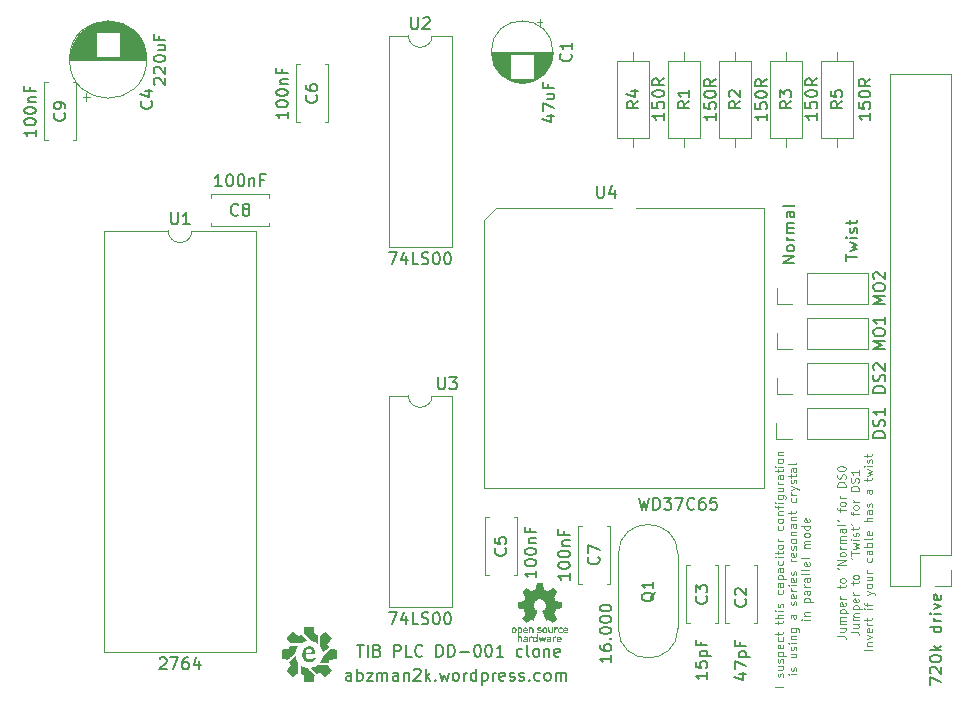
<source format=gto>
%TF.GenerationSoftware,KiCad,Pcbnew,(6.0.0)*%
%TF.CreationDate,2022-03-13T19:40:46-04:00*%
%TF.ProjectId,TIB-Clone,5449422d-436c-46f6-9e65-2e6b69636164,rev?*%
%TF.SameCoordinates,Original*%
%TF.FileFunction,Legend,Top*%
%TF.FilePolarity,Positive*%
%FSLAX46Y46*%
G04 Gerber Fmt 4.6, Leading zero omitted, Abs format (unit mm)*
G04 Created by KiCad (PCBNEW (6.0.0)) date 2022-03-13 19:40:46*
%MOMM*%
%LPD*%
G01*
G04 APERTURE LIST*
%ADD10C,0.150000*%
%ADD11C,0.100000*%
%ADD12C,0.120000*%
%ADD13C,1.600000*%
%ADD14O,1.600000X1.600000*%
%ADD15R,8.300000X58.420000*%
%ADD16R,8.000000X1.524000*%
%ADD17R,1.600000X1.600000*%
%ADD18R,1.700000X1.700000*%
%ADD19O,1.700000X1.700000*%
%ADD20C,1.500000*%
%ADD21R,1.422400X1.422400*%
%ADD22C,1.422400*%
G04 APERTURE END LIST*
D10*
X169919142Y-101052380D02*
X170490571Y-101052380D01*
X170204857Y-102052380D02*
X170204857Y-101052380D01*
X170823904Y-102052380D02*
X170823904Y-101052380D01*
X171633428Y-101528571D02*
X171776285Y-101576190D01*
X171823904Y-101623809D01*
X171871523Y-101719047D01*
X171871523Y-101861904D01*
X171823904Y-101957142D01*
X171776285Y-102004761D01*
X171681047Y-102052380D01*
X171300095Y-102052380D01*
X171300095Y-101052380D01*
X171633428Y-101052380D01*
X171728666Y-101100000D01*
X171776285Y-101147619D01*
X171823904Y-101242857D01*
X171823904Y-101338095D01*
X171776285Y-101433333D01*
X171728666Y-101480952D01*
X171633428Y-101528571D01*
X171300095Y-101528571D01*
X173062000Y-102052380D02*
X173062000Y-101052380D01*
X173442952Y-101052380D01*
X173538190Y-101100000D01*
X173585809Y-101147619D01*
X173633428Y-101242857D01*
X173633428Y-101385714D01*
X173585809Y-101480952D01*
X173538190Y-101528571D01*
X173442952Y-101576190D01*
X173062000Y-101576190D01*
X174538190Y-102052380D02*
X174062000Y-102052380D01*
X174062000Y-101052380D01*
X175442952Y-101957142D02*
X175395333Y-102004761D01*
X175252476Y-102052380D01*
X175157238Y-102052380D01*
X175014380Y-102004761D01*
X174919142Y-101909523D01*
X174871523Y-101814285D01*
X174823904Y-101623809D01*
X174823904Y-101480952D01*
X174871523Y-101290476D01*
X174919142Y-101195238D01*
X175014380Y-101100000D01*
X175157238Y-101052380D01*
X175252476Y-101052380D01*
X175395333Y-101100000D01*
X175442952Y-101147619D01*
X176633428Y-102052380D02*
X176633428Y-101052380D01*
X176871523Y-101052380D01*
X177014380Y-101100000D01*
X177109619Y-101195238D01*
X177157238Y-101290476D01*
X177204857Y-101480952D01*
X177204857Y-101623809D01*
X177157238Y-101814285D01*
X177109619Y-101909523D01*
X177014380Y-102004761D01*
X176871523Y-102052380D01*
X176633428Y-102052380D01*
X177633428Y-102052380D02*
X177633428Y-101052380D01*
X177871523Y-101052380D01*
X178014380Y-101100000D01*
X178109619Y-101195238D01*
X178157238Y-101290476D01*
X178204857Y-101480952D01*
X178204857Y-101623809D01*
X178157238Y-101814285D01*
X178109619Y-101909523D01*
X178014380Y-102004761D01*
X177871523Y-102052380D01*
X177633428Y-102052380D01*
X178633428Y-101671428D02*
X179395333Y-101671428D01*
X180062000Y-101052380D02*
X180157238Y-101052380D01*
X180252476Y-101100000D01*
X180300095Y-101147619D01*
X180347714Y-101242857D01*
X180395333Y-101433333D01*
X180395333Y-101671428D01*
X180347714Y-101861904D01*
X180300095Y-101957142D01*
X180252476Y-102004761D01*
X180157238Y-102052380D01*
X180062000Y-102052380D01*
X179966761Y-102004761D01*
X179919142Y-101957142D01*
X179871523Y-101861904D01*
X179823904Y-101671428D01*
X179823904Y-101433333D01*
X179871523Y-101242857D01*
X179919142Y-101147619D01*
X179966761Y-101100000D01*
X180062000Y-101052380D01*
X181014380Y-101052380D02*
X181109619Y-101052380D01*
X181204857Y-101100000D01*
X181252476Y-101147619D01*
X181300095Y-101242857D01*
X181347714Y-101433333D01*
X181347714Y-101671428D01*
X181300095Y-101861904D01*
X181252476Y-101957142D01*
X181204857Y-102004761D01*
X181109619Y-102052380D01*
X181014380Y-102052380D01*
X180919142Y-102004761D01*
X180871523Y-101957142D01*
X180823904Y-101861904D01*
X180776285Y-101671428D01*
X180776285Y-101433333D01*
X180823904Y-101242857D01*
X180871523Y-101147619D01*
X180919142Y-101100000D01*
X181014380Y-101052380D01*
X182300095Y-102052380D02*
X181728666Y-102052380D01*
X182014380Y-102052380D02*
X182014380Y-101052380D01*
X181919142Y-101195238D01*
X181823904Y-101290476D01*
X181728666Y-101338095D01*
X183919142Y-102004761D02*
X183823904Y-102052380D01*
X183633428Y-102052380D01*
X183538190Y-102004761D01*
X183490571Y-101957142D01*
X183442952Y-101861904D01*
X183442952Y-101576190D01*
X183490571Y-101480952D01*
X183538190Y-101433333D01*
X183633428Y-101385714D01*
X183823904Y-101385714D01*
X183919142Y-101433333D01*
X184490571Y-102052380D02*
X184395333Y-102004761D01*
X184347714Y-101909523D01*
X184347714Y-101052380D01*
X185014380Y-102052380D02*
X184919142Y-102004761D01*
X184871523Y-101957142D01*
X184823904Y-101861904D01*
X184823904Y-101576190D01*
X184871523Y-101480952D01*
X184919142Y-101433333D01*
X185014380Y-101385714D01*
X185157238Y-101385714D01*
X185252476Y-101433333D01*
X185300095Y-101480952D01*
X185347714Y-101576190D01*
X185347714Y-101861904D01*
X185300095Y-101957142D01*
X185252476Y-102004761D01*
X185157238Y-102052380D01*
X185014380Y-102052380D01*
X185776285Y-101385714D02*
X185776285Y-102052380D01*
X185776285Y-101480952D02*
X185823904Y-101433333D01*
X185919142Y-101385714D01*
X186062000Y-101385714D01*
X186157238Y-101433333D01*
X186204857Y-101528571D01*
X186204857Y-102052380D01*
X187062000Y-102004761D02*
X186966761Y-102052380D01*
X186776285Y-102052380D01*
X186681047Y-102004761D01*
X186633428Y-101909523D01*
X186633428Y-101528571D01*
X186681047Y-101433333D01*
X186776285Y-101385714D01*
X186966761Y-101385714D01*
X187062000Y-101433333D01*
X187109619Y-101528571D01*
X187109619Y-101623809D01*
X186633428Y-101719047D01*
X169450857Y-104084380D02*
X169450857Y-103560571D01*
X169403238Y-103465333D01*
X169308000Y-103417714D01*
X169117523Y-103417714D01*
X169022285Y-103465333D01*
X169450857Y-104036761D02*
X169355619Y-104084380D01*
X169117523Y-104084380D01*
X169022285Y-104036761D01*
X168974666Y-103941523D01*
X168974666Y-103846285D01*
X169022285Y-103751047D01*
X169117523Y-103703428D01*
X169355619Y-103703428D01*
X169450857Y-103655809D01*
X169927047Y-104084380D02*
X169927047Y-103084380D01*
X169927047Y-103465333D02*
X170022285Y-103417714D01*
X170212761Y-103417714D01*
X170308000Y-103465333D01*
X170355619Y-103512952D01*
X170403238Y-103608190D01*
X170403238Y-103893904D01*
X170355619Y-103989142D01*
X170308000Y-104036761D01*
X170212761Y-104084380D01*
X170022285Y-104084380D01*
X169927047Y-104036761D01*
X170736571Y-103417714D02*
X171260380Y-103417714D01*
X170736571Y-104084380D01*
X171260380Y-104084380D01*
X171641333Y-104084380D02*
X171641333Y-103417714D01*
X171641333Y-103512952D02*
X171688952Y-103465333D01*
X171784190Y-103417714D01*
X171927047Y-103417714D01*
X172022285Y-103465333D01*
X172069904Y-103560571D01*
X172069904Y-104084380D01*
X172069904Y-103560571D02*
X172117523Y-103465333D01*
X172212761Y-103417714D01*
X172355619Y-103417714D01*
X172450857Y-103465333D01*
X172498476Y-103560571D01*
X172498476Y-104084380D01*
X173403238Y-104084380D02*
X173403238Y-103560571D01*
X173355619Y-103465333D01*
X173260380Y-103417714D01*
X173069904Y-103417714D01*
X172974666Y-103465333D01*
X173403238Y-104036761D02*
X173308000Y-104084380D01*
X173069904Y-104084380D01*
X172974666Y-104036761D01*
X172927047Y-103941523D01*
X172927047Y-103846285D01*
X172974666Y-103751047D01*
X173069904Y-103703428D01*
X173308000Y-103703428D01*
X173403238Y-103655809D01*
X173879428Y-103417714D02*
X173879428Y-104084380D01*
X173879428Y-103512952D02*
X173927047Y-103465333D01*
X174022285Y-103417714D01*
X174165142Y-103417714D01*
X174260380Y-103465333D01*
X174308000Y-103560571D01*
X174308000Y-104084380D01*
X174736571Y-103179619D02*
X174784190Y-103132000D01*
X174879428Y-103084380D01*
X175117523Y-103084380D01*
X175212761Y-103132000D01*
X175260380Y-103179619D01*
X175308000Y-103274857D01*
X175308000Y-103370095D01*
X175260380Y-103512952D01*
X174688952Y-104084380D01*
X175308000Y-104084380D01*
X175736571Y-104084380D02*
X175736571Y-103084380D01*
X175831809Y-103703428D02*
X176117523Y-104084380D01*
X176117523Y-103417714D02*
X175736571Y-103798666D01*
X176546095Y-103989142D02*
X176593714Y-104036761D01*
X176546095Y-104084380D01*
X176498476Y-104036761D01*
X176546095Y-103989142D01*
X176546095Y-104084380D01*
X176927047Y-103417714D02*
X177117523Y-104084380D01*
X177308000Y-103608190D01*
X177498476Y-104084380D01*
X177688952Y-103417714D01*
X178212761Y-104084380D02*
X178117523Y-104036761D01*
X178069904Y-103989142D01*
X178022285Y-103893904D01*
X178022285Y-103608190D01*
X178069904Y-103512952D01*
X178117523Y-103465333D01*
X178212761Y-103417714D01*
X178355619Y-103417714D01*
X178450857Y-103465333D01*
X178498476Y-103512952D01*
X178546095Y-103608190D01*
X178546095Y-103893904D01*
X178498476Y-103989142D01*
X178450857Y-104036761D01*
X178355619Y-104084380D01*
X178212761Y-104084380D01*
X178974666Y-104084380D02*
X178974666Y-103417714D01*
X178974666Y-103608190D02*
X179022285Y-103512952D01*
X179069904Y-103465333D01*
X179165142Y-103417714D01*
X179260380Y-103417714D01*
X180022285Y-104084380D02*
X180022285Y-103084380D01*
X180022285Y-104036761D02*
X179927047Y-104084380D01*
X179736571Y-104084380D01*
X179641333Y-104036761D01*
X179593714Y-103989142D01*
X179546095Y-103893904D01*
X179546095Y-103608190D01*
X179593714Y-103512952D01*
X179641333Y-103465333D01*
X179736571Y-103417714D01*
X179927047Y-103417714D01*
X180022285Y-103465333D01*
X180498476Y-103417714D02*
X180498476Y-104417714D01*
X180498476Y-103465333D02*
X180593714Y-103417714D01*
X180784190Y-103417714D01*
X180879428Y-103465333D01*
X180927047Y-103512952D01*
X180974666Y-103608190D01*
X180974666Y-103893904D01*
X180927047Y-103989142D01*
X180879428Y-104036761D01*
X180784190Y-104084380D01*
X180593714Y-104084380D01*
X180498476Y-104036761D01*
X181403238Y-104084380D02*
X181403238Y-103417714D01*
X181403238Y-103608190D02*
X181450857Y-103512952D01*
X181498476Y-103465333D01*
X181593714Y-103417714D01*
X181688952Y-103417714D01*
X182403238Y-104036761D02*
X182308000Y-104084380D01*
X182117523Y-104084380D01*
X182022285Y-104036761D01*
X181974666Y-103941523D01*
X181974666Y-103560571D01*
X182022285Y-103465333D01*
X182117523Y-103417714D01*
X182308000Y-103417714D01*
X182403238Y-103465333D01*
X182450857Y-103560571D01*
X182450857Y-103655809D01*
X181974666Y-103751047D01*
X182831809Y-104036761D02*
X182927047Y-104084380D01*
X183117523Y-104084380D01*
X183212761Y-104036761D01*
X183260380Y-103941523D01*
X183260380Y-103893904D01*
X183212761Y-103798666D01*
X183117523Y-103751047D01*
X182974666Y-103751047D01*
X182879428Y-103703428D01*
X182831809Y-103608190D01*
X182831809Y-103560571D01*
X182879428Y-103465333D01*
X182974666Y-103417714D01*
X183117523Y-103417714D01*
X183212761Y-103465333D01*
X183641333Y-104036761D02*
X183736571Y-104084380D01*
X183927047Y-104084380D01*
X184022285Y-104036761D01*
X184069904Y-103941523D01*
X184069904Y-103893904D01*
X184022285Y-103798666D01*
X183927047Y-103751047D01*
X183784190Y-103751047D01*
X183688952Y-103703428D01*
X183641333Y-103608190D01*
X183641333Y-103560571D01*
X183688952Y-103465333D01*
X183784190Y-103417714D01*
X183927047Y-103417714D01*
X184022285Y-103465333D01*
X184498476Y-103989142D02*
X184546095Y-104036761D01*
X184498476Y-104084380D01*
X184450857Y-104036761D01*
X184498476Y-103989142D01*
X184498476Y-104084380D01*
X185403238Y-104036761D02*
X185308000Y-104084380D01*
X185117523Y-104084380D01*
X185022285Y-104036761D01*
X184974666Y-103989142D01*
X184927047Y-103893904D01*
X184927047Y-103608190D01*
X184974666Y-103512952D01*
X185022285Y-103465333D01*
X185117523Y-103417714D01*
X185308000Y-103417714D01*
X185403238Y-103465333D01*
X185974666Y-104084380D02*
X185879428Y-104036761D01*
X185831809Y-103989142D01*
X185784190Y-103893904D01*
X185784190Y-103608190D01*
X185831809Y-103512952D01*
X185879428Y-103465333D01*
X185974666Y-103417714D01*
X186117523Y-103417714D01*
X186212761Y-103465333D01*
X186260380Y-103512952D01*
X186308000Y-103608190D01*
X186308000Y-103893904D01*
X186260380Y-103989142D01*
X186212761Y-104036761D01*
X186117523Y-104084380D01*
X185974666Y-104084380D01*
X186736571Y-104084380D02*
X186736571Y-103417714D01*
X186736571Y-103512952D02*
X186784190Y-103465333D01*
X186879428Y-103417714D01*
X187022285Y-103417714D01*
X187117523Y-103465333D01*
X187165142Y-103560571D01*
X187165142Y-104084380D01*
X187165142Y-103560571D02*
X187212761Y-103465333D01*
X187308000Y-103417714D01*
X187450857Y-103417714D01*
X187546095Y-103465333D01*
X187593714Y-103560571D01*
X187593714Y-104084380D01*
X211288380Y-68540095D02*
X211288380Y-67968666D01*
X212288380Y-68254380D02*
X211288380Y-68254380D01*
X211621714Y-67730571D02*
X212288380Y-67540095D01*
X211812190Y-67349619D01*
X212288380Y-67159142D01*
X211621714Y-66968666D01*
X212288380Y-66587714D02*
X211621714Y-66587714D01*
X211288380Y-66587714D02*
X211336000Y-66635333D01*
X211383619Y-66587714D01*
X211336000Y-66540095D01*
X211288380Y-66587714D01*
X211383619Y-66587714D01*
X212240761Y-66159142D02*
X212288380Y-66063904D01*
X212288380Y-65873428D01*
X212240761Y-65778190D01*
X212145523Y-65730571D01*
X212097904Y-65730571D01*
X212002666Y-65778190D01*
X211955047Y-65873428D01*
X211955047Y-66016285D01*
X211907428Y-66111523D01*
X211812190Y-66159142D01*
X211764571Y-66159142D01*
X211669333Y-66111523D01*
X211621714Y-66016285D01*
X211621714Y-65873428D01*
X211669333Y-65778190D01*
X211621714Y-65444857D02*
X211621714Y-65063904D01*
X211288380Y-65302000D02*
X212145523Y-65302000D01*
X212240761Y-65254380D01*
X212288380Y-65159142D01*
X212288380Y-65063904D01*
X206954380Y-68722571D02*
X205954380Y-68722571D01*
X206954380Y-68151142D01*
X205954380Y-68151142D01*
X206954380Y-67532095D02*
X206906761Y-67627333D01*
X206859142Y-67674952D01*
X206763904Y-67722571D01*
X206478190Y-67722571D01*
X206382952Y-67674952D01*
X206335333Y-67627333D01*
X206287714Y-67532095D01*
X206287714Y-67389238D01*
X206335333Y-67294000D01*
X206382952Y-67246380D01*
X206478190Y-67198761D01*
X206763904Y-67198761D01*
X206859142Y-67246380D01*
X206906761Y-67294000D01*
X206954380Y-67389238D01*
X206954380Y-67532095D01*
X206954380Y-66770190D02*
X206287714Y-66770190D01*
X206478190Y-66770190D02*
X206382952Y-66722571D01*
X206335333Y-66674952D01*
X206287714Y-66579714D01*
X206287714Y-66484476D01*
X206954380Y-66151142D02*
X206287714Y-66151142D01*
X206382952Y-66151142D02*
X206335333Y-66103523D01*
X206287714Y-66008285D01*
X206287714Y-65865428D01*
X206335333Y-65770190D01*
X206430571Y-65722571D01*
X206954380Y-65722571D01*
X206430571Y-65722571D02*
X206335333Y-65674952D01*
X206287714Y-65579714D01*
X206287714Y-65436857D01*
X206335333Y-65341619D01*
X206430571Y-65294000D01*
X206954380Y-65294000D01*
X206954380Y-64389238D02*
X206430571Y-64389238D01*
X206335333Y-64436857D01*
X206287714Y-64532095D01*
X206287714Y-64722571D01*
X206335333Y-64817809D01*
X206906761Y-64389238D02*
X206954380Y-64484476D01*
X206954380Y-64722571D01*
X206906761Y-64817809D01*
X206811523Y-64865428D01*
X206716285Y-64865428D01*
X206621047Y-64817809D01*
X206573428Y-64722571D01*
X206573428Y-64484476D01*
X206525809Y-64389238D01*
X206954380Y-63770190D02*
X206906761Y-63865428D01*
X206811523Y-63913047D01*
X205954380Y-63913047D01*
D11*
X205996466Y-104590400D02*
X205296466Y-104590400D01*
X205963133Y-103757066D02*
X205996466Y-103690400D01*
X205996466Y-103557066D01*
X205963133Y-103490400D01*
X205896466Y-103457066D01*
X205863133Y-103457066D01*
X205796466Y-103490400D01*
X205763133Y-103557066D01*
X205763133Y-103657066D01*
X205729800Y-103723733D01*
X205663133Y-103757066D01*
X205629800Y-103757066D01*
X205563133Y-103723733D01*
X205529800Y-103657066D01*
X205529800Y-103557066D01*
X205563133Y-103490400D01*
X205529800Y-102857066D02*
X205996466Y-102857066D01*
X205529800Y-103157066D02*
X205896466Y-103157066D01*
X205963133Y-103123733D01*
X205996466Y-103057066D01*
X205996466Y-102957066D01*
X205963133Y-102890400D01*
X205929800Y-102857066D01*
X205963133Y-102557066D02*
X205996466Y-102490400D01*
X205996466Y-102357066D01*
X205963133Y-102290400D01*
X205896466Y-102257066D01*
X205863133Y-102257066D01*
X205796466Y-102290400D01*
X205763133Y-102357066D01*
X205763133Y-102457066D01*
X205729800Y-102523733D01*
X205663133Y-102557066D01*
X205629800Y-102557066D01*
X205563133Y-102523733D01*
X205529800Y-102457066D01*
X205529800Y-102357066D01*
X205563133Y-102290400D01*
X205529800Y-101957066D02*
X206229800Y-101957066D01*
X205563133Y-101957066D02*
X205529800Y-101890400D01*
X205529800Y-101757066D01*
X205563133Y-101690400D01*
X205596466Y-101657066D01*
X205663133Y-101623733D01*
X205863133Y-101623733D01*
X205929800Y-101657066D01*
X205963133Y-101690400D01*
X205996466Y-101757066D01*
X205996466Y-101890400D01*
X205963133Y-101957066D01*
X205963133Y-101057066D02*
X205996466Y-101123733D01*
X205996466Y-101257066D01*
X205963133Y-101323733D01*
X205896466Y-101357066D01*
X205629800Y-101357066D01*
X205563133Y-101323733D01*
X205529800Y-101257066D01*
X205529800Y-101123733D01*
X205563133Y-101057066D01*
X205629800Y-101023733D01*
X205696466Y-101023733D01*
X205763133Y-101357066D01*
X205963133Y-100423733D02*
X205996466Y-100490400D01*
X205996466Y-100623733D01*
X205963133Y-100690400D01*
X205929800Y-100723733D01*
X205863133Y-100757066D01*
X205663133Y-100757066D01*
X205596466Y-100723733D01*
X205563133Y-100690400D01*
X205529800Y-100623733D01*
X205529800Y-100490400D01*
X205563133Y-100423733D01*
X205529800Y-100223733D02*
X205529800Y-99957066D01*
X205296466Y-100123733D02*
X205896466Y-100123733D01*
X205963133Y-100090400D01*
X205996466Y-100023733D01*
X205996466Y-99957066D01*
X205529800Y-99290400D02*
X205529800Y-99023733D01*
X205296466Y-99190400D02*
X205896466Y-99190400D01*
X205963133Y-99157066D01*
X205996466Y-99090400D01*
X205996466Y-99023733D01*
X205996466Y-98790400D02*
X205296466Y-98790400D01*
X205996466Y-98490400D02*
X205629800Y-98490400D01*
X205563133Y-98523733D01*
X205529800Y-98590400D01*
X205529800Y-98690400D01*
X205563133Y-98757066D01*
X205596466Y-98790400D01*
X205996466Y-98157066D02*
X205529800Y-98157066D01*
X205296466Y-98157066D02*
X205329800Y-98190400D01*
X205363133Y-98157066D01*
X205329800Y-98123733D01*
X205296466Y-98157066D01*
X205363133Y-98157066D01*
X205963133Y-97857066D02*
X205996466Y-97790400D01*
X205996466Y-97657066D01*
X205963133Y-97590400D01*
X205896466Y-97557066D01*
X205863133Y-97557066D01*
X205796466Y-97590400D01*
X205763133Y-97657066D01*
X205763133Y-97757066D01*
X205729800Y-97823733D01*
X205663133Y-97857066D01*
X205629800Y-97857066D01*
X205563133Y-97823733D01*
X205529800Y-97757066D01*
X205529800Y-97657066D01*
X205563133Y-97590400D01*
X205963133Y-96423733D02*
X205996466Y-96490400D01*
X205996466Y-96623733D01*
X205963133Y-96690400D01*
X205929800Y-96723733D01*
X205863133Y-96757066D01*
X205663133Y-96757066D01*
X205596466Y-96723733D01*
X205563133Y-96690400D01*
X205529800Y-96623733D01*
X205529800Y-96490400D01*
X205563133Y-96423733D01*
X205996466Y-95823733D02*
X205629800Y-95823733D01*
X205563133Y-95857066D01*
X205529800Y-95923733D01*
X205529800Y-96057066D01*
X205563133Y-96123733D01*
X205963133Y-95823733D02*
X205996466Y-95890400D01*
X205996466Y-96057066D01*
X205963133Y-96123733D01*
X205896466Y-96157066D01*
X205829800Y-96157066D01*
X205763133Y-96123733D01*
X205729800Y-96057066D01*
X205729800Y-95890400D01*
X205696466Y-95823733D01*
X205529800Y-95490400D02*
X206229800Y-95490400D01*
X205563133Y-95490400D02*
X205529800Y-95423733D01*
X205529800Y-95290400D01*
X205563133Y-95223733D01*
X205596466Y-95190400D01*
X205663133Y-95157066D01*
X205863133Y-95157066D01*
X205929800Y-95190400D01*
X205963133Y-95223733D01*
X205996466Y-95290400D01*
X205996466Y-95423733D01*
X205963133Y-95490400D01*
X205996466Y-94557066D02*
X205629800Y-94557066D01*
X205563133Y-94590400D01*
X205529800Y-94657066D01*
X205529800Y-94790400D01*
X205563133Y-94857066D01*
X205963133Y-94557066D02*
X205996466Y-94623733D01*
X205996466Y-94790400D01*
X205963133Y-94857066D01*
X205896466Y-94890400D01*
X205829800Y-94890400D01*
X205763133Y-94857066D01*
X205729800Y-94790400D01*
X205729800Y-94623733D01*
X205696466Y-94557066D01*
X205963133Y-93923733D02*
X205996466Y-93990400D01*
X205996466Y-94123733D01*
X205963133Y-94190400D01*
X205929800Y-94223733D01*
X205863133Y-94257066D01*
X205663133Y-94257066D01*
X205596466Y-94223733D01*
X205563133Y-94190400D01*
X205529800Y-94123733D01*
X205529800Y-93990400D01*
X205563133Y-93923733D01*
X205996466Y-93623733D02*
X205529800Y-93623733D01*
X205296466Y-93623733D02*
X205329800Y-93657066D01*
X205363133Y-93623733D01*
X205329800Y-93590400D01*
X205296466Y-93623733D01*
X205363133Y-93623733D01*
X205529800Y-93390400D02*
X205529800Y-93123733D01*
X205296466Y-93290400D02*
X205896466Y-93290400D01*
X205963133Y-93257066D01*
X205996466Y-93190400D01*
X205996466Y-93123733D01*
X205996466Y-92790400D02*
X205963133Y-92857066D01*
X205929800Y-92890400D01*
X205863133Y-92923733D01*
X205663133Y-92923733D01*
X205596466Y-92890400D01*
X205563133Y-92857066D01*
X205529800Y-92790400D01*
X205529800Y-92690400D01*
X205563133Y-92623733D01*
X205596466Y-92590400D01*
X205663133Y-92557066D01*
X205863133Y-92557066D01*
X205929800Y-92590400D01*
X205963133Y-92623733D01*
X205996466Y-92690400D01*
X205996466Y-92790400D01*
X205996466Y-92257066D02*
X205529800Y-92257066D01*
X205663133Y-92257066D02*
X205596466Y-92223733D01*
X205563133Y-92190400D01*
X205529800Y-92123733D01*
X205529800Y-92057066D01*
X205963133Y-90990400D02*
X205996466Y-91057066D01*
X205996466Y-91190400D01*
X205963133Y-91257066D01*
X205929800Y-91290400D01*
X205863133Y-91323733D01*
X205663133Y-91323733D01*
X205596466Y-91290400D01*
X205563133Y-91257066D01*
X205529800Y-91190400D01*
X205529800Y-91057066D01*
X205563133Y-90990400D01*
X205996466Y-90590400D02*
X205963133Y-90657066D01*
X205929800Y-90690400D01*
X205863133Y-90723733D01*
X205663133Y-90723733D01*
X205596466Y-90690400D01*
X205563133Y-90657066D01*
X205529800Y-90590400D01*
X205529800Y-90490400D01*
X205563133Y-90423733D01*
X205596466Y-90390400D01*
X205663133Y-90357066D01*
X205863133Y-90357066D01*
X205929800Y-90390400D01*
X205963133Y-90423733D01*
X205996466Y-90490400D01*
X205996466Y-90590400D01*
X205529800Y-90057066D02*
X205996466Y-90057066D01*
X205596466Y-90057066D02*
X205563133Y-90023733D01*
X205529800Y-89957066D01*
X205529800Y-89857066D01*
X205563133Y-89790400D01*
X205629800Y-89757066D01*
X205996466Y-89757066D01*
X205529800Y-89523733D02*
X205529800Y-89257066D01*
X205996466Y-89423733D02*
X205396466Y-89423733D01*
X205329800Y-89390400D01*
X205296466Y-89323733D01*
X205296466Y-89257066D01*
X205996466Y-89023733D02*
X205529800Y-89023733D01*
X205296466Y-89023733D02*
X205329800Y-89057066D01*
X205363133Y-89023733D01*
X205329800Y-88990400D01*
X205296466Y-89023733D01*
X205363133Y-89023733D01*
X205529800Y-88390400D02*
X206096466Y-88390400D01*
X206163133Y-88423733D01*
X206196466Y-88457066D01*
X206229800Y-88523733D01*
X206229800Y-88623733D01*
X206196466Y-88690400D01*
X205963133Y-88390400D02*
X205996466Y-88457066D01*
X205996466Y-88590400D01*
X205963133Y-88657066D01*
X205929800Y-88690400D01*
X205863133Y-88723733D01*
X205663133Y-88723733D01*
X205596466Y-88690400D01*
X205563133Y-88657066D01*
X205529800Y-88590400D01*
X205529800Y-88457066D01*
X205563133Y-88390400D01*
X205529800Y-87757066D02*
X205996466Y-87757066D01*
X205529800Y-88057066D02*
X205896466Y-88057066D01*
X205963133Y-88023733D01*
X205996466Y-87957066D01*
X205996466Y-87857066D01*
X205963133Y-87790400D01*
X205929800Y-87757066D01*
X205996466Y-87423733D02*
X205529800Y-87423733D01*
X205663133Y-87423733D02*
X205596466Y-87390400D01*
X205563133Y-87357066D01*
X205529800Y-87290400D01*
X205529800Y-87223733D01*
X205996466Y-86690400D02*
X205629800Y-86690400D01*
X205563133Y-86723733D01*
X205529800Y-86790400D01*
X205529800Y-86923733D01*
X205563133Y-86990400D01*
X205963133Y-86690400D02*
X205996466Y-86757066D01*
X205996466Y-86923733D01*
X205963133Y-86990400D01*
X205896466Y-87023733D01*
X205829800Y-87023733D01*
X205763133Y-86990400D01*
X205729800Y-86923733D01*
X205729800Y-86757066D01*
X205696466Y-86690400D01*
X205529800Y-86457066D02*
X205529800Y-86190400D01*
X205296466Y-86357066D02*
X205896466Y-86357066D01*
X205963133Y-86323733D01*
X205996466Y-86257066D01*
X205996466Y-86190400D01*
X205996466Y-85957066D02*
X205529800Y-85957066D01*
X205296466Y-85957066D02*
X205329800Y-85990400D01*
X205363133Y-85957066D01*
X205329800Y-85923733D01*
X205296466Y-85957066D01*
X205363133Y-85957066D01*
X205996466Y-85523733D02*
X205963133Y-85590400D01*
X205929800Y-85623733D01*
X205863133Y-85657066D01*
X205663133Y-85657066D01*
X205596466Y-85623733D01*
X205563133Y-85590400D01*
X205529800Y-85523733D01*
X205529800Y-85423733D01*
X205563133Y-85357066D01*
X205596466Y-85323733D01*
X205663133Y-85290400D01*
X205863133Y-85290400D01*
X205929800Y-85323733D01*
X205963133Y-85357066D01*
X205996466Y-85423733D01*
X205996466Y-85523733D01*
X205529800Y-84990400D02*
X205996466Y-84990400D01*
X205596466Y-84990400D02*
X205563133Y-84957066D01*
X205529800Y-84890400D01*
X205529800Y-84790400D01*
X205563133Y-84723733D01*
X205629800Y-84690400D01*
X205996466Y-84690400D01*
X207123466Y-103557066D02*
X206656800Y-103557066D01*
X206423466Y-103557066D02*
X206456800Y-103590400D01*
X206490133Y-103557066D01*
X206456800Y-103523733D01*
X206423466Y-103557066D01*
X206490133Y-103557066D01*
X207090133Y-103257066D02*
X207123466Y-103190400D01*
X207123466Y-103057066D01*
X207090133Y-102990400D01*
X207023466Y-102957066D01*
X206990133Y-102957066D01*
X206923466Y-102990400D01*
X206890133Y-103057066D01*
X206890133Y-103157066D01*
X206856800Y-103223733D01*
X206790133Y-103257066D01*
X206756800Y-103257066D01*
X206690133Y-103223733D01*
X206656800Y-103157066D01*
X206656800Y-103057066D01*
X206690133Y-102990400D01*
X206656800Y-101823733D02*
X207123466Y-101823733D01*
X206656800Y-102123733D02*
X207023466Y-102123733D01*
X207090133Y-102090400D01*
X207123466Y-102023733D01*
X207123466Y-101923733D01*
X207090133Y-101857066D01*
X207056800Y-101823733D01*
X207090133Y-101523733D02*
X207123466Y-101457066D01*
X207123466Y-101323733D01*
X207090133Y-101257066D01*
X207023466Y-101223733D01*
X206990133Y-101223733D01*
X206923466Y-101257066D01*
X206890133Y-101323733D01*
X206890133Y-101423733D01*
X206856800Y-101490400D01*
X206790133Y-101523733D01*
X206756800Y-101523733D01*
X206690133Y-101490400D01*
X206656800Y-101423733D01*
X206656800Y-101323733D01*
X206690133Y-101257066D01*
X207123466Y-100923733D02*
X206656800Y-100923733D01*
X206423466Y-100923733D02*
X206456800Y-100957066D01*
X206490133Y-100923733D01*
X206456800Y-100890400D01*
X206423466Y-100923733D01*
X206490133Y-100923733D01*
X206656800Y-100590400D02*
X207123466Y-100590400D01*
X206723466Y-100590400D02*
X206690133Y-100557066D01*
X206656800Y-100490400D01*
X206656800Y-100390400D01*
X206690133Y-100323733D01*
X206756800Y-100290400D01*
X207123466Y-100290400D01*
X206656800Y-99657066D02*
X207223466Y-99657066D01*
X207290133Y-99690400D01*
X207323466Y-99723733D01*
X207356800Y-99790400D01*
X207356800Y-99890400D01*
X207323466Y-99957066D01*
X207090133Y-99657066D02*
X207123466Y-99723733D01*
X207123466Y-99857066D01*
X207090133Y-99923733D01*
X207056800Y-99957066D01*
X206990133Y-99990400D01*
X206790133Y-99990400D01*
X206723466Y-99957066D01*
X206690133Y-99923733D01*
X206656800Y-99857066D01*
X206656800Y-99723733D01*
X206690133Y-99657066D01*
X207123466Y-98490400D02*
X206756800Y-98490400D01*
X206690133Y-98523733D01*
X206656800Y-98590400D01*
X206656800Y-98723733D01*
X206690133Y-98790400D01*
X207090133Y-98490400D02*
X207123466Y-98557066D01*
X207123466Y-98723733D01*
X207090133Y-98790400D01*
X207023466Y-98823733D01*
X206956800Y-98823733D01*
X206890133Y-98790400D01*
X206856800Y-98723733D01*
X206856800Y-98557066D01*
X206823466Y-98490400D01*
X207090133Y-97657066D02*
X207123466Y-97590400D01*
X207123466Y-97457066D01*
X207090133Y-97390400D01*
X207023466Y-97357066D01*
X206990133Y-97357066D01*
X206923466Y-97390400D01*
X206890133Y-97457066D01*
X206890133Y-97557066D01*
X206856800Y-97623733D01*
X206790133Y-97657066D01*
X206756800Y-97657066D01*
X206690133Y-97623733D01*
X206656800Y-97557066D01*
X206656800Y-97457066D01*
X206690133Y-97390400D01*
X207090133Y-96790400D02*
X207123466Y-96857066D01*
X207123466Y-96990400D01*
X207090133Y-97057066D01*
X207023466Y-97090400D01*
X206756800Y-97090400D01*
X206690133Y-97057066D01*
X206656800Y-96990400D01*
X206656800Y-96857066D01*
X206690133Y-96790400D01*
X206756800Y-96757066D01*
X206823466Y-96757066D01*
X206890133Y-97090400D01*
X207123466Y-96457066D02*
X206656800Y-96457066D01*
X206790133Y-96457066D02*
X206723466Y-96423733D01*
X206690133Y-96390400D01*
X206656800Y-96323733D01*
X206656800Y-96257066D01*
X207123466Y-96023733D02*
X206656800Y-96023733D01*
X206423466Y-96023733D02*
X206456800Y-96057066D01*
X206490133Y-96023733D01*
X206456800Y-95990400D01*
X206423466Y-96023733D01*
X206490133Y-96023733D01*
X207090133Y-95423733D02*
X207123466Y-95490400D01*
X207123466Y-95623733D01*
X207090133Y-95690400D01*
X207023466Y-95723733D01*
X206756800Y-95723733D01*
X206690133Y-95690400D01*
X206656800Y-95623733D01*
X206656800Y-95490400D01*
X206690133Y-95423733D01*
X206756800Y-95390400D01*
X206823466Y-95390400D01*
X206890133Y-95723733D01*
X207090133Y-95123733D02*
X207123466Y-95057066D01*
X207123466Y-94923733D01*
X207090133Y-94857066D01*
X207023466Y-94823733D01*
X206990133Y-94823733D01*
X206923466Y-94857066D01*
X206890133Y-94923733D01*
X206890133Y-95023733D01*
X206856800Y-95090400D01*
X206790133Y-95123733D01*
X206756800Y-95123733D01*
X206690133Y-95090400D01*
X206656800Y-95023733D01*
X206656800Y-94923733D01*
X206690133Y-94857066D01*
X207123466Y-93990400D02*
X206656800Y-93990400D01*
X206790133Y-93990400D02*
X206723466Y-93957066D01*
X206690133Y-93923733D01*
X206656800Y-93857066D01*
X206656800Y-93790400D01*
X207090133Y-93290400D02*
X207123466Y-93357066D01*
X207123466Y-93490400D01*
X207090133Y-93557066D01*
X207023466Y-93590400D01*
X206756800Y-93590400D01*
X206690133Y-93557066D01*
X206656800Y-93490400D01*
X206656800Y-93357066D01*
X206690133Y-93290400D01*
X206756800Y-93257066D01*
X206823466Y-93257066D01*
X206890133Y-93590400D01*
X207090133Y-92990400D02*
X207123466Y-92923733D01*
X207123466Y-92790400D01*
X207090133Y-92723733D01*
X207023466Y-92690400D01*
X206990133Y-92690400D01*
X206923466Y-92723733D01*
X206890133Y-92790400D01*
X206890133Y-92890400D01*
X206856800Y-92957066D01*
X206790133Y-92990400D01*
X206756800Y-92990400D01*
X206690133Y-92957066D01*
X206656800Y-92890400D01*
X206656800Y-92790400D01*
X206690133Y-92723733D01*
X207123466Y-92290400D02*
X207090133Y-92357066D01*
X207056800Y-92390400D01*
X206990133Y-92423733D01*
X206790133Y-92423733D01*
X206723466Y-92390400D01*
X206690133Y-92357066D01*
X206656800Y-92290400D01*
X206656800Y-92190400D01*
X206690133Y-92123733D01*
X206723466Y-92090400D01*
X206790133Y-92057066D01*
X206990133Y-92057066D01*
X207056800Y-92090400D01*
X207090133Y-92123733D01*
X207123466Y-92190400D01*
X207123466Y-92290400D01*
X206656800Y-91757066D02*
X207123466Y-91757066D01*
X206723466Y-91757066D02*
X206690133Y-91723733D01*
X206656800Y-91657066D01*
X206656800Y-91557066D01*
X206690133Y-91490400D01*
X206756800Y-91457066D01*
X207123466Y-91457066D01*
X207123466Y-90823733D02*
X206756800Y-90823733D01*
X206690133Y-90857066D01*
X206656800Y-90923733D01*
X206656800Y-91057066D01*
X206690133Y-91123733D01*
X207090133Y-90823733D02*
X207123466Y-90890400D01*
X207123466Y-91057066D01*
X207090133Y-91123733D01*
X207023466Y-91157066D01*
X206956800Y-91157066D01*
X206890133Y-91123733D01*
X206856800Y-91057066D01*
X206856800Y-90890400D01*
X206823466Y-90823733D01*
X206656800Y-90490400D02*
X207123466Y-90490400D01*
X206723466Y-90490400D02*
X206690133Y-90457066D01*
X206656800Y-90390400D01*
X206656800Y-90290400D01*
X206690133Y-90223733D01*
X206756800Y-90190400D01*
X207123466Y-90190400D01*
X206656800Y-89957066D02*
X206656800Y-89690400D01*
X206423466Y-89857066D02*
X207023466Y-89857066D01*
X207090133Y-89823733D01*
X207123466Y-89757066D01*
X207123466Y-89690400D01*
X207090133Y-88623733D02*
X207123466Y-88690400D01*
X207123466Y-88823733D01*
X207090133Y-88890400D01*
X207056800Y-88923733D01*
X206990133Y-88957066D01*
X206790133Y-88957066D01*
X206723466Y-88923733D01*
X206690133Y-88890400D01*
X206656800Y-88823733D01*
X206656800Y-88690400D01*
X206690133Y-88623733D01*
X207123466Y-88323733D02*
X206656800Y-88323733D01*
X206790133Y-88323733D02*
X206723466Y-88290400D01*
X206690133Y-88257066D01*
X206656800Y-88190400D01*
X206656800Y-88123733D01*
X206656800Y-87957066D02*
X207123466Y-87790400D01*
X206656800Y-87623733D02*
X207123466Y-87790400D01*
X207290133Y-87857066D01*
X207323466Y-87890400D01*
X207356800Y-87957066D01*
X207090133Y-87390400D02*
X207123466Y-87323733D01*
X207123466Y-87190400D01*
X207090133Y-87123733D01*
X207023466Y-87090400D01*
X206990133Y-87090400D01*
X206923466Y-87123733D01*
X206890133Y-87190400D01*
X206890133Y-87290400D01*
X206856800Y-87357066D01*
X206790133Y-87390400D01*
X206756800Y-87390400D01*
X206690133Y-87357066D01*
X206656800Y-87290400D01*
X206656800Y-87190400D01*
X206690133Y-87123733D01*
X206656800Y-86890400D02*
X206656800Y-86623733D01*
X206423466Y-86790400D02*
X207023466Y-86790400D01*
X207090133Y-86757066D01*
X207123466Y-86690400D01*
X207123466Y-86623733D01*
X207123466Y-86090400D02*
X206756800Y-86090400D01*
X206690133Y-86123733D01*
X206656800Y-86190400D01*
X206656800Y-86323733D01*
X206690133Y-86390400D01*
X207090133Y-86090400D02*
X207123466Y-86157066D01*
X207123466Y-86323733D01*
X207090133Y-86390400D01*
X207023466Y-86423733D01*
X206956800Y-86423733D01*
X206890133Y-86390400D01*
X206856800Y-86323733D01*
X206856800Y-86157066D01*
X206823466Y-86090400D01*
X207123466Y-85657066D02*
X207090133Y-85723733D01*
X207023466Y-85757066D01*
X206423466Y-85757066D01*
X208250466Y-98907066D02*
X207783800Y-98907066D01*
X207550466Y-98907066D02*
X207583800Y-98940400D01*
X207617133Y-98907066D01*
X207583800Y-98873733D01*
X207550466Y-98907066D01*
X207617133Y-98907066D01*
X207783800Y-98573733D02*
X208250466Y-98573733D01*
X207850466Y-98573733D02*
X207817133Y-98540400D01*
X207783800Y-98473733D01*
X207783800Y-98373733D01*
X207817133Y-98307066D01*
X207883800Y-98273733D01*
X208250466Y-98273733D01*
X207783800Y-97407066D02*
X208483800Y-97407066D01*
X207817133Y-97407066D02*
X207783800Y-97340400D01*
X207783800Y-97207066D01*
X207817133Y-97140400D01*
X207850466Y-97107066D01*
X207917133Y-97073733D01*
X208117133Y-97073733D01*
X208183800Y-97107066D01*
X208217133Y-97140400D01*
X208250466Y-97207066D01*
X208250466Y-97340400D01*
X208217133Y-97407066D01*
X208250466Y-96473733D02*
X207883800Y-96473733D01*
X207817133Y-96507066D01*
X207783800Y-96573733D01*
X207783800Y-96707066D01*
X207817133Y-96773733D01*
X208217133Y-96473733D02*
X208250466Y-96540400D01*
X208250466Y-96707066D01*
X208217133Y-96773733D01*
X208150466Y-96807066D01*
X208083800Y-96807066D01*
X208017133Y-96773733D01*
X207983800Y-96707066D01*
X207983800Y-96540400D01*
X207950466Y-96473733D01*
X208250466Y-96140400D02*
X207783800Y-96140400D01*
X207917133Y-96140400D02*
X207850466Y-96107066D01*
X207817133Y-96073733D01*
X207783800Y-96007066D01*
X207783800Y-95940400D01*
X208250466Y-95407066D02*
X207883800Y-95407066D01*
X207817133Y-95440400D01*
X207783800Y-95507066D01*
X207783800Y-95640400D01*
X207817133Y-95707066D01*
X208217133Y-95407066D02*
X208250466Y-95473733D01*
X208250466Y-95640400D01*
X208217133Y-95707066D01*
X208150466Y-95740400D01*
X208083800Y-95740400D01*
X208017133Y-95707066D01*
X207983800Y-95640400D01*
X207983800Y-95473733D01*
X207950466Y-95407066D01*
X208250466Y-94973733D02*
X208217133Y-95040400D01*
X208150466Y-95073733D01*
X207550466Y-95073733D01*
X208250466Y-94607066D02*
X208217133Y-94673733D01*
X208150466Y-94707066D01*
X207550466Y-94707066D01*
X208217133Y-94073733D02*
X208250466Y-94140400D01*
X208250466Y-94273733D01*
X208217133Y-94340400D01*
X208150466Y-94373733D01*
X207883800Y-94373733D01*
X207817133Y-94340400D01*
X207783800Y-94273733D01*
X207783800Y-94140400D01*
X207817133Y-94073733D01*
X207883800Y-94040400D01*
X207950466Y-94040400D01*
X208017133Y-94373733D01*
X208250466Y-93640400D02*
X208217133Y-93707066D01*
X208150466Y-93740400D01*
X207550466Y-93740400D01*
X208250466Y-92840400D02*
X207783800Y-92840400D01*
X207850466Y-92840400D02*
X207817133Y-92807066D01*
X207783800Y-92740400D01*
X207783800Y-92640400D01*
X207817133Y-92573733D01*
X207883800Y-92540400D01*
X208250466Y-92540400D01*
X207883800Y-92540400D02*
X207817133Y-92507066D01*
X207783800Y-92440400D01*
X207783800Y-92340400D01*
X207817133Y-92273733D01*
X207883800Y-92240400D01*
X208250466Y-92240400D01*
X208250466Y-91807066D02*
X208217133Y-91873733D01*
X208183800Y-91907066D01*
X208117133Y-91940400D01*
X207917133Y-91940400D01*
X207850466Y-91907066D01*
X207817133Y-91873733D01*
X207783800Y-91807066D01*
X207783800Y-91707066D01*
X207817133Y-91640400D01*
X207850466Y-91607066D01*
X207917133Y-91573733D01*
X208117133Y-91573733D01*
X208183800Y-91607066D01*
X208217133Y-91640400D01*
X208250466Y-91707066D01*
X208250466Y-91807066D01*
X208250466Y-90973733D02*
X207550466Y-90973733D01*
X208217133Y-90973733D02*
X208250466Y-91040400D01*
X208250466Y-91173733D01*
X208217133Y-91240400D01*
X208183800Y-91273733D01*
X208117133Y-91307066D01*
X207917133Y-91307066D01*
X207850466Y-91273733D01*
X207817133Y-91240400D01*
X207783800Y-91173733D01*
X207783800Y-91040400D01*
X207817133Y-90973733D01*
X208217133Y-90373733D02*
X208250466Y-90440400D01*
X208250466Y-90573733D01*
X208217133Y-90640400D01*
X208150466Y-90673733D01*
X207883800Y-90673733D01*
X207817133Y-90640400D01*
X207783800Y-90573733D01*
X207783800Y-90440400D01*
X207817133Y-90373733D01*
X207883800Y-90340400D01*
X207950466Y-90340400D01*
X208017133Y-90673733D01*
D10*
X218400380Y-104464952D02*
X218400380Y-103798285D01*
X219400380Y-104226857D01*
X218495619Y-103464952D02*
X218448000Y-103417333D01*
X218400380Y-103322095D01*
X218400380Y-103084000D01*
X218448000Y-102988761D01*
X218495619Y-102941142D01*
X218590857Y-102893523D01*
X218686095Y-102893523D01*
X218828952Y-102941142D01*
X219400380Y-103512571D01*
X219400380Y-102893523D01*
X218400380Y-102274476D02*
X218400380Y-102179238D01*
X218448000Y-102084000D01*
X218495619Y-102036380D01*
X218590857Y-101988761D01*
X218781333Y-101941142D01*
X219019428Y-101941142D01*
X219209904Y-101988761D01*
X219305142Y-102036380D01*
X219352761Y-102084000D01*
X219400380Y-102179238D01*
X219400380Y-102274476D01*
X219352761Y-102369714D01*
X219305142Y-102417333D01*
X219209904Y-102464952D01*
X219019428Y-102512571D01*
X218781333Y-102512571D01*
X218590857Y-102464952D01*
X218495619Y-102417333D01*
X218448000Y-102369714D01*
X218400380Y-102274476D01*
X219400380Y-101512571D02*
X218400380Y-101512571D01*
X219019428Y-101417333D02*
X219400380Y-101131619D01*
X218733714Y-101131619D02*
X219114666Y-101512571D01*
X219400380Y-99512571D02*
X218400380Y-99512571D01*
X219352761Y-99512571D02*
X219400380Y-99607809D01*
X219400380Y-99798285D01*
X219352761Y-99893523D01*
X219305142Y-99941142D01*
X219209904Y-99988761D01*
X218924190Y-99988761D01*
X218828952Y-99941142D01*
X218781333Y-99893523D01*
X218733714Y-99798285D01*
X218733714Y-99607809D01*
X218781333Y-99512571D01*
X219400380Y-99036380D02*
X218733714Y-99036380D01*
X218924190Y-99036380D02*
X218828952Y-98988761D01*
X218781333Y-98941142D01*
X218733714Y-98845904D01*
X218733714Y-98750666D01*
X219400380Y-98417333D02*
X218733714Y-98417333D01*
X218400380Y-98417333D02*
X218448000Y-98464952D01*
X218495619Y-98417333D01*
X218448000Y-98369714D01*
X218400380Y-98417333D01*
X218495619Y-98417333D01*
X218733714Y-98036380D02*
X219400380Y-97798285D01*
X218733714Y-97560190D01*
X219352761Y-96798285D02*
X219400380Y-96893523D01*
X219400380Y-97084000D01*
X219352761Y-97179238D01*
X219257523Y-97226857D01*
X218876571Y-97226857D01*
X218781333Y-97179238D01*
X218733714Y-97084000D01*
X218733714Y-96893523D01*
X218781333Y-96798285D01*
X218876571Y-96750666D01*
X218971809Y-96750666D01*
X219067047Y-97226857D01*
D11*
X210579666Y-100268000D02*
X211079666Y-100268000D01*
X211179666Y-100301333D01*
X211246333Y-100368000D01*
X211279666Y-100468000D01*
X211279666Y-100534666D01*
X210813000Y-99634666D02*
X211279666Y-99634666D01*
X210813000Y-99934666D02*
X211179666Y-99934666D01*
X211246333Y-99901333D01*
X211279666Y-99834666D01*
X211279666Y-99734666D01*
X211246333Y-99668000D01*
X211213000Y-99634666D01*
X211279666Y-99301333D02*
X210813000Y-99301333D01*
X210879666Y-99301333D02*
X210846333Y-99268000D01*
X210813000Y-99201333D01*
X210813000Y-99101333D01*
X210846333Y-99034666D01*
X210913000Y-99001333D01*
X211279666Y-99001333D01*
X210913000Y-99001333D02*
X210846333Y-98968000D01*
X210813000Y-98901333D01*
X210813000Y-98801333D01*
X210846333Y-98734666D01*
X210913000Y-98701333D01*
X211279666Y-98701333D01*
X210813000Y-98368000D02*
X211513000Y-98368000D01*
X210846333Y-98368000D02*
X210813000Y-98301333D01*
X210813000Y-98168000D01*
X210846333Y-98101333D01*
X210879666Y-98068000D01*
X210946333Y-98034666D01*
X211146333Y-98034666D01*
X211213000Y-98068000D01*
X211246333Y-98101333D01*
X211279666Y-98168000D01*
X211279666Y-98301333D01*
X211246333Y-98368000D01*
X211246333Y-97468000D02*
X211279666Y-97534666D01*
X211279666Y-97668000D01*
X211246333Y-97734666D01*
X211179666Y-97768000D01*
X210913000Y-97768000D01*
X210846333Y-97734666D01*
X210813000Y-97668000D01*
X210813000Y-97534666D01*
X210846333Y-97468000D01*
X210913000Y-97434666D01*
X210979666Y-97434666D01*
X211046333Y-97768000D01*
X211279666Y-97134666D02*
X210813000Y-97134666D01*
X210946333Y-97134666D02*
X210879666Y-97101333D01*
X210846333Y-97068000D01*
X210813000Y-97001333D01*
X210813000Y-96934666D01*
X210813000Y-96268000D02*
X210813000Y-96001333D01*
X210579666Y-96168000D02*
X211179666Y-96168000D01*
X211246333Y-96134666D01*
X211279666Y-96068000D01*
X211279666Y-96001333D01*
X211279666Y-95668000D02*
X211246333Y-95734666D01*
X211213000Y-95768000D01*
X211146333Y-95801333D01*
X210946333Y-95801333D01*
X210879666Y-95768000D01*
X210846333Y-95734666D01*
X210813000Y-95668000D01*
X210813000Y-95568000D01*
X210846333Y-95501333D01*
X210879666Y-95468000D01*
X210946333Y-95434666D01*
X211146333Y-95434666D01*
X211213000Y-95468000D01*
X211246333Y-95501333D01*
X211279666Y-95568000D01*
X211279666Y-95668000D01*
X210579666Y-94568000D02*
X210713000Y-94634666D01*
X211279666Y-94268000D02*
X210579666Y-94268000D01*
X211279666Y-93868000D01*
X210579666Y-93868000D01*
X211279666Y-93434666D02*
X211246333Y-93501333D01*
X211213000Y-93534666D01*
X211146333Y-93568000D01*
X210946333Y-93568000D01*
X210879666Y-93534666D01*
X210846333Y-93501333D01*
X210813000Y-93434666D01*
X210813000Y-93334666D01*
X210846333Y-93268000D01*
X210879666Y-93234666D01*
X210946333Y-93201333D01*
X211146333Y-93201333D01*
X211213000Y-93234666D01*
X211246333Y-93268000D01*
X211279666Y-93334666D01*
X211279666Y-93434666D01*
X211279666Y-92901333D02*
X210813000Y-92901333D01*
X210946333Y-92901333D02*
X210879666Y-92868000D01*
X210846333Y-92834666D01*
X210813000Y-92768000D01*
X210813000Y-92701333D01*
X211279666Y-92468000D02*
X210813000Y-92468000D01*
X210879666Y-92468000D02*
X210846333Y-92434666D01*
X210813000Y-92368000D01*
X210813000Y-92268000D01*
X210846333Y-92201333D01*
X210913000Y-92168000D01*
X211279666Y-92168000D01*
X210913000Y-92168000D02*
X210846333Y-92134666D01*
X210813000Y-92068000D01*
X210813000Y-91968000D01*
X210846333Y-91901333D01*
X210913000Y-91868000D01*
X211279666Y-91868000D01*
X211279666Y-91234666D02*
X210913000Y-91234666D01*
X210846333Y-91268000D01*
X210813000Y-91334666D01*
X210813000Y-91468000D01*
X210846333Y-91534666D01*
X211246333Y-91234666D02*
X211279666Y-91301333D01*
X211279666Y-91468000D01*
X211246333Y-91534666D01*
X211179666Y-91568000D01*
X211113000Y-91568000D01*
X211046333Y-91534666D01*
X211013000Y-91468000D01*
X211013000Y-91301333D01*
X210979666Y-91234666D01*
X211279666Y-90801333D02*
X211246333Y-90868000D01*
X211179666Y-90901333D01*
X210579666Y-90901333D01*
X210579666Y-90501333D02*
X210713000Y-90568000D01*
X210813000Y-89768000D02*
X210813000Y-89501333D01*
X211279666Y-89668000D02*
X210679666Y-89668000D01*
X210613000Y-89634666D01*
X210579666Y-89568000D01*
X210579666Y-89501333D01*
X211279666Y-89168000D02*
X211246333Y-89234666D01*
X211213000Y-89268000D01*
X211146333Y-89301333D01*
X210946333Y-89301333D01*
X210879666Y-89268000D01*
X210846333Y-89234666D01*
X210813000Y-89168000D01*
X210813000Y-89068000D01*
X210846333Y-89001333D01*
X210879666Y-88968000D01*
X210946333Y-88934666D01*
X211146333Y-88934666D01*
X211213000Y-88968000D01*
X211246333Y-89001333D01*
X211279666Y-89068000D01*
X211279666Y-89168000D01*
X211279666Y-88634666D02*
X210813000Y-88634666D01*
X210946333Y-88634666D02*
X210879666Y-88601333D01*
X210846333Y-88568000D01*
X210813000Y-88501333D01*
X210813000Y-88434666D01*
X211279666Y-87668000D02*
X210579666Y-87668000D01*
X210579666Y-87501333D01*
X210613000Y-87401333D01*
X210679666Y-87334666D01*
X210746333Y-87301333D01*
X210879666Y-87268000D01*
X210979666Y-87268000D01*
X211113000Y-87301333D01*
X211179666Y-87334666D01*
X211246333Y-87401333D01*
X211279666Y-87501333D01*
X211279666Y-87668000D01*
X211246333Y-87001333D02*
X211279666Y-86901333D01*
X211279666Y-86734666D01*
X211246333Y-86668000D01*
X211213000Y-86634666D01*
X211146333Y-86601333D01*
X211079666Y-86601333D01*
X211013000Y-86634666D01*
X210979666Y-86668000D01*
X210946333Y-86734666D01*
X210913000Y-86868000D01*
X210879666Y-86934666D01*
X210846333Y-86968000D01*
X210779666Y-87001333D01*
X210713000Y-87001333D01*
X210646333Y-86968000D01*
X210613000Y-86934666D01*
X210579666Y-86868000D01*
X210579666Y-86701333D01*
X210613000Y-86601333D01*
X210579666Y-86168000D02*
X210579666Y-86101333D01*
X210613000Y-86034666D01*
X210646333Y-86001333D01*
X210713000Y-85968000D01*
X210846333Y-85934666D01*
X211013000Y-85934666D01*
X211146333Y-85968000D01*
X211213000Y-86001333D01*
X211246333Y-86034666D01*
X211279666Y-86101333D01*
X211279666Y-86168000D01*
X211246333Y-86234666D01*
X211213000Y-86268000D01*
X211146333Y-86301333D01*
X211013000Y-86334666D01*
X210846333Y-86334666D01*
X210713000Y-86301333D01*
X210646333Y-86268000D01*
X210613000Y-86234666D01*
X210579666Y-86168000D01*
X211706666Y-99951333D02*
X212206666Y-99951333D01*
X212306666Y-99984666D01*
X212373333Y-100051333D01*
X212406666Y-100151333D01*
X212406666Y-100218000D01*
X211940000Y-99318000D02*
X212406666Y-99318000D01*
X211940000Y-99618000D02*
X212306666Y-99618000D01*
X212373333Y-99584666D01*
X212406666Y-99518000D01*
X212406666Y-99418000D01*
X212373333Y-99351333D01*
X212340000Y-99318000D01*
X212406666Y-98984666D02*
X211940000Y-98984666D01*
X212006666Y-98984666D02*
X211973333Y-98951333D01*
X211940000Y-98884666D01*
X211940000Y-98784666D01*
X211973333Y-98718000D01*
X212040000Y-98684666D01*
X212406666Y-98684666D01*
X212040000Y-98684666D02*
X211973333Y-98651333D01*
X211940000Y-98584666D01*
X211940000Y-98484666D01*
X211973333Y-98418000D01*
X212040000Y-98384666D01*
X212406666Y-98384666D01*
X211940000Y-98051333D02*
X212640000Y-98051333D01*
X211973333Y-98051333D02*
X211940000Y-97984666D01*
X211940000Y-97851333D01*
X211973333Y-97784666D01*
X212006666Y-97751333D01*
X212073333Y-97718000D01*
X212273333Y-97718000D01*
X212340000Y-97751333D01*
X212373333Y-97784666D01*
X212406666Y-97851333D01*
X212406666Y-97984666D01*
X212373333Y-98051333D01*
X212373333Y-97151333D02*
X212406666Y-97218000D01*
X212406666Y-97351333D01*
X212373333Y-97418000D01*
X212306666Y-97451333D01*
X212040000Y-97451333D01*
X211973333Y-97418000D01*
X211940000Y-97351333D01*
X211940000Y-97218000D01*
X211973333Y-97151333D01*
X212040000Y-97118000D01*
X212106666Y-97118000D01*
X212173333Y-97451333D01*
X212406666Y-96818000D02*
X211940000Y-96818000D01*
X212073333Y-96818000D02*
X212006666Y-96784666D01*
X211973333Y-96751333D01*
X211940000Y-96684666D01*
X211940000Y-96618000D01*
X211940000Y-95951333D02*
X211940000Y-95684666D01*
X211706666Y-95851333D02*
X212306666Y-95851333D01*
X212373333Y-95818000D01*
X212406666Y-95751333D01*
X212406666Y-95684666D01*
X212406666Y-95351333D02*
X212373333Y-95418000D01*
X212340000Y-95451333D01*
X212273333Y-95484666D01*
X212073333Y-95484666D01*
X212006666Y-95451333D01*
X211973333Y-95418000D01*
X211940000Y-95351333D01*
X211940000Y-95251333D01*
X211973333Y-95184666D01*
X212006666Y-95151333D01*
X212073333Y-95118000D01*
X212273333Y-95118000D01*
X212340000Y-95151333D01*
X212373333Y-95184666D01*
X212406666Y-95251333D01*
X212406666Y-95351333D01*
X211706666Y-93718000D02*
X211840000Y-93784666D01*
X211706666Y-93518000D02*
X211706666Y-93118000D01*
X212406666Y-93318000D02*
X211706666Y-93318000D01*
X211940000Y-92951333D02*
X212406666Y-92818000D01*
X212073333Y-92684666D01*
X212406666Y-92551333D01*
X211940000Y-92418000D01*
X212406666Y-92151333D02*
X211940000Y-92151333D01*
X211706666Y-92151333D02*
X211740000Y-92184666D01*
X211773333Y-92151333D01*
X211740000Y-92118000D01*
X211706666Y-92151333D01*
X211773333Y-92151333D01*
X212373333Y-91851333D02*
X212406666Y-91784666D01*
X212406666Y-91651333D01*
X212373333Y-91584666D01*
X212306666Y-91551333D01*
X212273333Y-91551333D01*
X212206666Y-91584666D01*
X212173333Y-91651333D01*
X212173333Y-91751333D01*
X212140000Y-91818000D01*
X212073333Y-91851333D01*
X212040000Y-91851333D01*
X211973333Y-91818000D01*
X211940000Y-91751333D01*
X211940000Y-91651333D01*
X211973333Y-91584666D01*
X211940000Y-91351333D02*
X211940000Y-91084666D01*
X211706666Y-91251333D02*
X212306666Y-91251333D01*
X212373333Y-91218000D01*
X212406666Y-91151333D01*
X212406666Y-91084666D01*
X211706666Y-90818000D02*
X211840000Y-90884666D01*
X211940000Y-90084666D02*
X211940000Y-89818000D01*
X212406666Y-89984666D02*
X211806666Y-89984666D01*
X211740000Y-89951333D01*
X211706666Y-89884666D01*
X211706666Y-89818000D01*
X212406666Y-89484666D02*
X212373333Y-89551333D01*
X212340000Y-89584666D01*
X212273333Y-89618000D01*
X212073333Y-89618000D01*
X212006666Y-89584666D01*
X211973333Y-89551333D01*
X211940000Y-89484666D01*
X211940000Y-89384666D01*
X211973333Y-89318000D01*
X212006666Y-89284666D01*
X212073333Y-89251333D01*
X212273333Y-89251333D01*
X212340000Y-89284666D01*
X212373333Y-89318000D01*
X212406666Y-89384666D01*
X212406666Y-89484666D01*
X212406666Y-88951333D02*
X211940000Y-88951333D01*
X212073333Y-88951333D02*
X212006666Y-88918000D01*
X211973333Y-88884666D01*
X211940000Y-88818000D01*
X211940000Y-88751333D01*
X212406666Y-87984666D02*
X211706666Y-87984666D01*
X211706666Y-87818000D01*
X211740000Y-87718000D01*
X211806666Y-87651333D01*
X211873333Y-87618000D01*
X212006666Y-87584666D01*
X212106666Y-87584666D01*
X212240000Y-87618000D01*
X212306666Y-87651333D01*
X212373333Y-87718000D01*
X212406666Y-87818000D01*
X212406666Y-87984666D01*
X212373333Y-87318000D02*
X212406666Y-87218000D01*
X212406666Y-87051333D01*
X212373333Y-86984666D01*
X212340000Y-86951333D01*
X212273333Y-86918000D01*
X212206666Y-86918000D01*
X212140000Y-86951333D01*
X212106666Y-86984666D01*
X212073333Y-87051333D01*
X212040000Y-87184666D01*
X212006666Y-87251333D01*
X211973333Y-87284666D01*
X211906666Y-87318000D01*
X211840000Y-87318000D01*
X211773333Y-87284666D01*
X211740000Y-87251333D01*
X211706666Y-87184666D01*
X211706666Y-87018000D01*
X211740000Y-86918000D01*
X212406666Y-86251333D02*
X212406666Y-86651333D01*
X212406666Y-86451333D02*
X211706666Y-86451333D01*
X211806666Y-86518000D01*
X211873333Y-86584666D01*
X211906666Y-86651333D01*
X213533666Y-101468000D02*
X212833666Y-101468000D01*
X213067000Y-101134666D02*
X213533666Y-101134666D01*
X213133666Y-101134666D02*
X213100333Y-101101333D01*
X213067000Y-101034666D01*
X213067000Y-100934666D01*
X213100333Y-100868000D01*
X213167000Y-100834666D01*
X213533666Y-100834666D01*
X213067000Y-100568000D02*
X213533666Y-100401333D01*
X213067000Y-100234666D01*
X213500333Y-99701333D02*
X213533666Y-99768000D01*
X213533666Y-99901333D01*
X213500333Y-99968000D01*
X213433666Y-100001333D01*
X213167000Y-100001333D01*
X213100333Y-99968000D01*
X213067000Y-99901333D01*
X213067000Y-99768000D01*
X213100333Y-99701333D01*
X213167000Y-99668000D01*
X213233666Y-99668000D01*
X213300333Y-100001333D01*
X213533666Y-99368000D02*
X213067000Y-99368000D01*
X213200333Y-99368000D02*
X213133666Y-99334666D01*
X213100333Y-99301333D01*
X213067000Y-99234666D01*
X213067000Y-99168000D01*
X213067000Y-99034666D02*
X213067000Y-98768000D01*
X212833666Y-98934666D02*
X213433666Y-98934666D01*
X213500333Y-98901333D01*
X213533666Y-98834666D01*
X213533666Y-98768000D01*
X213533666Y-98001333D02*
X213067000Y-98001333D01*
X212833666Y-98001333D02*
X212867000Y-98034666D01*
X212900333Y-98001333D01*
X212867000Y-97968000D01*
X212833666Y-98001333D01*
X212900333Y-98001333D01*
X213067000Y-97768000D02*
X213067000Y-97501333D01*
X213533666Y-97668000D02*
X212933666Y-97668000D01*
X212867000Y-97634666D01*
X212833666Y-97568000D01*
X212833666Y-97501333D01*
X213067000Y-96801333D02*
X213533666Y-96634666D01*
X213067000Y-96468000D02*
X213533666Y-96634666D01*
X213700333Y-96701333D01*
X213733666Y-96734666D01*
X213767000Y-96801333D01*
X213533666Y-96101333D02*
X213500333Y-96168000D01*
X213467000Y-96201333D01*
X213400333Y-96234666D01*
X213200333Y-96234666D01*
X213133666Y-96201333D01*
X213100333Y-96168000D01*
X213067000Y-96101333D01*
X213067000Y-96001333D01*
X213100333Y-95934666D01*
X213133666Y-95901333D01*
X213200333Y-95868000D01*
X213400333Y-95868000D01*
X213467000Y-95901333D01*
X213500333Y-95934666D01*
X213533666Y-96001333D01*
X213533666Y-96101333D01*
X213067000Y-95268000D02*
X213533666Y-95268000D01*
X213067000Y-95568000D02*
X213433666Y-95568000D01*
X213500333Y-95534666D01*
X213533666Y-95468000D01*
X213533666Y-95368000D01*
X213500333Y-95301333D01*
X213467000Y-95268000D01*
X213533666Y-94934666D02*
X213067000Y-94934666D01*
X213200333Y-94934666D02*
X213133666Y-94901333D01*
X213100333Y-94868000D01*
X213067000Y-94801333D01*
X213067000Y-94734666D01*
X213500333Y-93668000D02*
X213533666Y-93734666D01*
X213533666Y-93868000D01*
X213500333Y-93934666D01*
X213467000Y-93968000D01*
X213400333Y-94001333D01*
X213200333Y-94001333D01*
X213133666Y-93968000D01*
X213100333Y-93934666D01*
X213067000Y-93868000D01*
X213067000Y-93734666D01*
X213100333Y-93668000D01*
X213533666Y-93068000D02*
X213167000Y-93068000D01*
X213100333Y-93101333D01*
X213067000Y-93168000D01*
X213067000Y-93301333D01*
X213100333Y-93368000D01*
X213500333Y-93068000D02*
X213533666Y-93134666D01*
X213533666Y-93301333D01*
X213500333Y-93368000D01*
X213433666Y-93401333D01*
X213367000Y-93401333D01*
X213300333Y-93368000D01*
X213267000Y-93301333D01*
X213267000Y-93134666D01*
X213233666Y-93068000D01*
X213533666Y-92734666D02*
X212833666Y-92734666D01*
X213100333Y-92734666D02*
X213067000Y-92668000D01*
X213067000Y-92534666D01*
X213100333Y-92468000D01*
X213133666Y-92434666D01*
X213200333Y-92401333D01*
X213400333Y-92401333D01*
X213467000Y-92434666D01*
X213500333Y-92468000D01*
X213533666Y-92534666D01*
X213533666Y-92668000D01*
X213500333Y-92734666D01*
X213533666Y-92001333D02*
X213500333Y-92068000D01*
X213433666Y-92101333D01*
X212833666Y-92101333D01*
X213500333Y-91468000D02*
X213533666Y-91534666D01*
X213533666Y-91668000D01*
X213500333Y-91734666D01*
X213433666Y-91768000D01*
X213167000Y-91768000D01*
X213100333Y-91734666D01*
X213067000Y-91668000D01*
X213067000Y-91534666D01*
X213100333Y-91468000D01*
X213167000Y-91434666D01*
X213233666Y-91434666D01*
X213300333Y-91768000D01*
X213533666Y-90601333D02*
X212833666Y-90601333D01*
X213533666Y-90301333D02*
X213167000Y-90301333D01*
X213100333Y-90334666D01*
X213067000Y-90401333D01*
X213067000Y-90501333D01*
X213100333Y-90568000D01*
X213133666Y-90601333D01*
X213533666Y-89668000D02*
X213167000Y-89668000D01*
X213100333Y-89701333D01*
X213067000Y-89768000D01*
X213067000Y-89901333D01*
X213100333Y-89968000D01*
X213500333Y-89668000D02*
X213533666Y-89734666D01*
X213533666Y-89901333D01*
X213500333Y-89968000D01*
X213433666Y-90001333D01*
X213367000Y-90001333D01*
X213300333Y-89968000D01*
X213267000Y-89901333D01*
X213267000Y-89734666D01*
X213233666Y-89668000D01*
X213500333Y-89368000D02*
X213533666Y-89301333D01*
X213533666Y-89168000D01*
X213500333Y-89101333D01*
X213433666Y-89068000D01*
X213400333Y-89068000D01*
X213333666Y-89101333D01*
X213300333Y-89168000D01*
X213300333Y-89268000D01*
X213267000Y-89334666D01*
X213200333Y-89368000D01*
X213167000Y-89368000D01*
X213100333Y-89334666D01*
X213067000Y-89268000D01*
X213067000Y-89168000D01*
X213100333Y-89101333D01*
X213533666Y-87934666D02*
X213167000Y-87934666D01*
X213100333Y-87968000D01*
X213067000Y-88034666D01*
X213067000Y-88168000D01*
X213100333Y-88234666D01*
X213500333Y-87934666D02*
X213533666Y-88001333D01*
X213533666Y-88168000D01*
X213500333Y-88234666D01*
X213433666Y-88268000D01*
X213367000Y-88268000D01*
X213300333Y-88234666D01*
X213267000Y-88168000D01*
X213267000Y-88001333D01*
X213233666Y-87934666D01*
X213067000Y-87168000D02*
X213067000Y-86901333D01*
X212833666Y-87068000D02*
X213433666Y-87068000D01*
X213500333Y-87034666D01*
X213533666Y-86968000D01*
X213533666Y-86901333D01*
X213067000Y-86734666D02*
X213533666Y-86601333D01*
X213200333Y-86468000D01*
X213533666Y-86334666D01*
X213067000Y-86201333D01*
X213533666Y-85934666D02*
X213067000Y-85934666D01*
X212833666Y-85934666D02*
X212867000Y-85968000D01*
X212900333Y-85934666D01*
X212867000Y-85901333D01*
X212833666Y-85934666D01*
X212900333Y-85934666D01*
X213500333Y-85634666D02*
X213533666Y-85568000D01*
X213533666Y-85434666D01*
X213500333Y-85368000D01*
X213433666Y-85334666D01*
X213400333Y-85334666D01*
X213333666Y-85368000D01*
X213300333Y-85434666D01*
X213300333Y-85534666D01*
X213267000Y-85601333D01*
X213200333Y-85634666D01*
X213167000Y-85634666D01*
X213100333Y-85601333D01*
X213067000Y-85534666D01*
X213067000Y-85434666D01*
X213100333Y-85368000D01*
X213067000Y-85134666D02*
X213067000Y-84868000D01*
X212833666Y-85034666D02*
X213433666Y-85034666D01*
X213500333Y-85001333D01*
X213533666Y-84934666D01*
X213533666Y-84868000D01*
D10*
%TO.C,R2*%
X202382380Y-55030666D02*
X201906190Y-55364000D01*
X202382380Y-55602095D02*
X201382380Y-55602095D01*
X201382380Y-55221142D01*
X201430000Y-55125904D01*
X201477619Y-55078285D01*
X201572857Y-55030666D01*
X201715714Y-55030666D01*
X201810952Y-55078285D01*
X201858571Y-55125904D01*
X201906190Y-55221142D01*
X201906190Y-55602095D01*
X201477619Y-54649714D02*
X201430000Y-54602095D01*
X201382380Y-54506857D01*
X201382380Y-54268761D01*
X201430000Y-54173523D01*
X201477619Y-54125904D01*
X201572857Y-54078285D01*
X201668095Y-54078285D01*
X201810952Y-54125904D01*
X202382380Y-54697333D01*
X202382380Y-54078285D01*
X204617580Y-56081466D02*
X204617580Y-56652895D01*
X204617580Y-56367180D02*
X203617580Y-56367180D01*
X203760438Y-56462419D01*
X203855676Y-56557657D01*
X203903295Y-56652895D01*
X203617580Y-55176704D02*
X203617580Y-55652895D01*
X204093771Y-55700514D01*
X204046152Y-55652895D01*
X203998533Y-55557657D01*
X203998533Y-55319561D01*
X204046152Y-55224323D01*
X204093771Y-55176704D01*
X204189009Y-55129085D01*
X204427104Y-55129085D01*
X204522342Y-55176704D01*
X204569961Y-55224323D01*
X204617580Y-55319561D01*
X204617580Y-55557657D01*
X204569961Y-55652895D01*
X204522342Y-55700514D01*
X203617580Y-54510038D02*
X203617580Y-54414800D01*
X203665200Y-54319561D01*
X203712819Y-54271942D01*
X203808057Y-54224323D01*
X203998533Y-54176704D01*
X204236628Y-54176704D01*
X204427104Y-54224323D01*
X204522342Y-54271942D01*
X204569961Y-54319561D01*
X204617580Y-54414800D01*
X204617580Y-54510038D01*
X204569961Y-54605276D01*
X204522342Y-54652895D01*
X204427104Y-54700514D01*
X204236628Y-54748133D01*
X203998533Y-54748133D01*
X203808057Y-54700514D01*
X203712819Y-54652895D01*
X203665200Y-54605276D01*
X203617580Y-54510038D01*
X204617580Y-53176704D02*
X204141390Y-53510038D01*
X204617580Y-53748133D02*
X203617580Y-53748133D01*
X203617580Y-53367180D01*
X203665200Y-53271942D01*
X203712819Y-53224323D01*
X203808057Y-53176704D01*
X203950914Y-53176704D01*
X204046152Y-53224323D01*
X204093771Y-53271942D01*
X204141390Y-53367180D01*
X204141390Y-53748133D01*
%TO.C,C3*%
X199493142Y-96940666D02*
X199540761Y-96988285D01*
X199588380Y-97131142D01*
X199588380Y-97226380D01*
X199540761Y-97369238D01*
X199445523Y-97464476D01*
X199350285Y-97512095D01*
X199159809Y-97559714D01*
X199016952Y-97559714D01*
X198826476Y-97512095D01*
X198731238Y-97464476D01*
X198636000Y-97369238D01*
X198588380Y-97226380D01*
X198588380Y-97131142D01*
X198636000Y-96988285D01*
X198683619Y-96940666D01*
X198588380Y-96607333D02*
X198588380Y-95988285D01*
X198969333Y-96321619D01*
X198969333Y-96178761D01*
X199016952Y-96083523D01*
X199064571Y-96035904D01*
X199159809Y-95988285D01*
X199397904Y-95988285D01*
X199493142Y-96035904D01*
X199540761Y-96083523D01*
X199588380Y-96178761D01*
X199588380Y-96464476D01*
X199540761Y-96559714D01*
X199493142Y-96607333D01*
X199588380Y-103393428D02*
X199588380Y-103964857D01*
X199588380Y-103679142D02*
X198588380Y-103679142D01*
X198731238Y-103774380D01*
X198826476Y-103869619D01*
X198874095Y-103964857D01*
X198588380Y-102488666D02*
X198588380Y-102964857D01*
X199064571Y-103012476D01*
X199016952Y-102964857D01*
X198969333Y-102869619D01*
X198969333Y-102631523D01*
X199016952Y-102536285D01*
X199064571Y-102488666D01*
X199159809Y-102441047D01*
X199397904Y-102441047D01*
X199493142Y-102488666D01*
X199540761Y-102536285D01*
X199588380Y-102631523D01*
X199588380Y-102869619D01*
X199540761Y-102964857D01*
X199493142Y-103012476D01*
X198921714Y-102012476D02*
X199921714Y-102012476D01*
X198969333Y-102012476D02*
X198921714Y-101917238D01*
X198921714Y-101726761D01*
X198969333Y-101631523D01*
X199016952Y-101583904D01*
X199112190Y-101536285D01*
X199397904Y-101536285D01*
X199493142Y-101583904D01*
X199540761Y-101631523D01*
X199588380Y-101726761D01*
X199588380Y-101917238D01*
X199540761Y-102012476D01*
X199064571Y-100774380D02*
X199064571Y-101107714D01*
X199588380Y-101107714D02*
X198588380Y-101107714D01*
X198588380Y-100631523D01*
%TO.C,*%
%TO.C,C7*%
X190363142Y-93616666D02*
X190410761Y-93664285D01*
X190458380Y-93807142D01*
X190458380Y-93902380D01*
X190410761Y-94045238D01*
X190315523Y-94140476D01*
X190220285Y-94188095D01*
X190029809Y-94235714D01*
X189886952Y-94235714D01*
X189696476Y-94188095D01*
X189601238Y-94140476D01*
X189506000Y-94045238D01*
X189458380Y-93902380D01*
X189458380Y-93807142D01*
X189506000Y-93664285D01*
X189553619Y-93616666D01*
X189458380Y-93283333D02*
X189458380Y-92616666D01*
X190458380Y-93045238D01*
X187944380Y-94979619D02*
X187944380Y-95551047D01*
X187944380Y-95265333D02*
X186944380Y-95265333D01*
X187087238Y-95360571D01*
X187182476Y-95455809D01*
X187230095Y-95551047D01*
X186944380Y-94360571D02*
X186944380Y-94265333D01*
X186992000Y-94170095D01*
X187039619Y-94122476D01*
X187134857Y-94074857D01*
X187325333Y-94027238D01*
X187563428Y-94027238D01*
X187753904Y-94074857D01*
X187849142Y-94122476D01*
X187896761Y-94170095D01*
X187944380Y-94265333D01*
X187944380Y-94360571D01*
X187896761Y-94455809D01*
X187849142Y-94503428D01*
X187753904Y-94551047D01*
X187563428Y-94598666D01*
X187325333Y-94598666D01*
X187134857Y-94551047D01*
X187039619Y-94503428D01*
X186992000Y-94455809D01*
X186944380Y-94360571D01*
X186944380Y-93408190D02*
X186944380Y-93312952D01*
X186992000Y-93217714D01*
X187039619Y-93170095D01*
X187134857Y-93122476D01*
X187325333Y-93074857D01*
X187563428Y-93074857D01*
X187753904Y-93122476D01*
X187849142Y-93170095D01*
X187896761Y-93217714D01*
X187944380Y-93312952D01*
X187944380Y-93408190D01*
X187896761Y-93503428D01*
X187849142Y-93551047D01*
X187753904Y-93598666D01*
X187563428Y-93646285D01*
X187325333Y-93646285D01*
X187134857Y-93598666D01*
X187039619Y-93551047D01*
X186992000Y-93503428D01*
X186944380Y-93408190D01*
X187277714Y-92646285D02*
X187944380Y-92646285D01*
X187372952Y-92646285D02*
X187325333Y-92598666D01*
X187277714Y-92503428D01*
X187277714Y-92360571D01*
X187325333Y-92265333D01*
X187420571Y-92217714D01*
X187944380Y-92217714D01*
X187420571Y-91408190D02*
X187420571Y-91741523D01*
X187944380Y-91741523D02*
X186944380Y-91741523D01*
X186944380Y-91265333D01*
%TO.C,C1*%
X188003142Y-51011554D02*
X188050761Y-51059173D01*
X188098380Y-51202030D01*
X188098380Y-51297268D01*
X188050761Y-51440126D01*
X187955523Y-51535364D01*
X187860285Y-51582983D01*
X187669809Y-51630602D01*
X187526952Y-51630602D01*
X187336476Y-51582983D01*
X187241238Y-51535364D01*
X187146000Y-51440126D01*
X187098380Y-51297268D01*
X187098380Y-51202030D01*
X187146000Y-51059173D01*
X187193619Y-51011554D01*
X188098380Y-50059173D02*
X188098380Y-50630602D01*
X188098380Y-50344888D02*
X187098380Y-50344888D01*
X187241238Y-50440126D01*
X187336476Y-50535364D01*
X187384095Y-50630602D01*
X185967714Y-56284666D02*
X186634380Y-56284666D01*
X185586761Y-56522761D02*
X186301047Y-56760857D01*
X186301047Y-56141809D01*
X185634380Y-55856095D02*
X185634380Y-55189428D01*
X186634380Y-55618000D01*
X185967714Y-54379904D02*
X186634380Y-54379904D01*
X185967714Y-54808476D02*
X186491523Y-54808476D01*
X186586761Y-54760857D01*
X186634380Y-54665619D01*
X186634380Y-54522761D01*
X186586761Y-54427523D01*
X186539142Y-54379904D01*
X186110571Y-53570380D02*
X186110571Y-53903714D01*
X186634380Y-53903714D02*
X185634380Y-53903714D01*
X185634380Y-53427523D01*
%TO.C,R3*%
X206700380Y-55030666D02*
X206224190Y-55364000D01*
X206700380Y-55602095D02*
X205700380Y-55602095D01*
X205700380Y-55221142D01*
X205748000Y-55125904D01*
X205795619Y-55078285D01*
X205890857Y-55030666D01*
X206033714Y-55030666D01*
X206128952Y-55078285D01*
X206176571Y-55125904D01*
X206224190Y-55221142D01*
X206224190Y-55602095D01*
X205700380Y-54697333D02*
X205700380Y-54078285D01*
X206081333Y-54411619D01*
X206081333Y-54268761D01*
X206128952Y-54173523D01*
X206176571Y-54125904D01*
X206271809Y-54078285D01*
X206509904Y-54078285D01*
X206605142Y-54125904D01*
X206652761Y-54173523D01*
X206700380Y-54268761D01*
X206700380Y-54554476D01*
X206652761Y-54649714D01*
X206605142Y-54697333D01*
X208884780Y-56005266D02*
X208884780Y-56576695D01*
X208884780Y-56290980D02*
X207884780Y-56290980D01*
X208027638Y-56386219D01*
X208122876Y-56481457D01*
X208170495Y-56576695D01*
X207884780Y-55100504D02*
X207884780Y-55576695D01*
X208360971Y-55624314D01*
X208313352Y-55576695D01*
X208265733Y-55481457D01*
X208265733Y-55243361D01*
X208313352Y-55148123D01*
X208360971Y-55100504D01*
X208456209Y-55052885D01*
X208694304Y-55052885D01*
X208789542Y-55100504D01*
X208837161Y-55148123D01*
X208884780Y-55243361D01*
X208884780Y-55481457D01*
X208837161Y-55576695D01*
X208789542Y-55624314D01*
X207884780Y-54433838D02*
X207884780Y-54338600D01*
X207932400Y-54243361D01*
X207980019Y-54195742D01*
X208075257Y-54148123D01*
X208265733Y-54100504D01*
X208503828Y-54100504D01*
X208694304Y-54148123D01*
X208789542Y-54195742D01*
X208837161Y-54243361D01*
X208884780Y-54338600D01*
X208884780Y-54433838D01*
X208837161Y-54529076D01*
X208789542Y-54576695D01*
X208694304Y-54624314D01*
X208503828Y-54671933D01*
X208265733Y-54671933D01*
X208075257Y-54624314D01*
X207980019Y-54576695D01*
X207932400Y-54529076D01*
X207884780Y-54433838D01*
X208884780Y-53100504D02*
X208408590Y-53433838D01*
X208884780Y-53671933D02*
X207884780Y-53671933D01*
X207884780Y-53290980D01*
X207932400Y-53195742D01*
X207980019Y-53148123D01*
X208075257Y-53100504D01*
X208218114Y-53100504D01*
X208313352Y-53148123D01*
X208360971Y-53195742D01*
X208408590Y-53290980D01*
X208408590Y-53671933D01*
%TO.C,J2*%
X214633380Y-72199333D02*
X213633380Y-72199333D01*
X214347666Y-71866000D01*
X213633380Y-71532666D01*
X214633380Y-71532666D01*
X213633380Y-70866000D02*
X213633380Y-70675523D01*
X213681000Y-70580285D01*
X213776238Y-70485047D01*
X213966714Y-70437428D01*
X214300047Y-70437428D01*
X214490523Y-70485047D01*
X214585761Y-70580285D01*
X214633380Y-70675523D01*
X214633380Y-70866000D01*
X214585761Y-70961238D01*
X214490523Y-71056476D01*
X214300047Y-71104095D01*
X213966714Y-71104095D01*
X213776238Y-71056476D01*
X213681000Y-70961238D01*
X213633380Y-70866000D01*
X213728619Y-70056476D02*
X213681000Y-70008857D01*
X213633380Y-69913619D01*
X213633380Y-69675523D01*
X213681000Y-69580285D01*
X213728619Y-69532666D01*
X213823857Y-69485047D01*
X213919095Y-69485047D01*
X214061952Y-69532666D01*
X214633380Y-70104095D01*
X214633380Y-69485047D01*
%TO.C,C8*%
X159853333Y-64619142D02*
X159805714Y-64666761D01*
X159662857Y-64714380D01*
X159567619Y-64714380D01*
X159424761Y-64666761D01*
X159329523Y-64571523D01*
X159281904Y-64476285D01*
X159234285Y-64285809D01*
X159234285Y-64142952D01*
X159281904Y-63952476D01*
X159329523Y-63857238D01*
X159424761Y-63762000D01*
X159567619Y-63714380D01*
X159662857Y-63714380D01*
X159805714Y-63762000D01*
X159853333Y-63809619D01*
X160424761Y-64142952D02*
X160329523Y-64095333D01*
X160281904Y-64047714D01*
X160234285Y-63952476D01*
X160234285Y-63904857D01*
X160281904Y-63809619D01*
X160329523Y-63762000D01*
X160424761Y-63714380D01*
X160615238Y-63714380D01*
X160710476Y-63762000D01*
X160758095Y-63809619D01*
X160805714Y-63904857D01*
X160805714Y-63952476D01*
X160758095Y-64047714D01*
X160710476Y-64095333D01*
X160615238Y-64142952D01*
X160424761Y-64142952D01*
X160329523Y-64190571D01*
X160281904Y-64238190D01*
X160234285Y-64333428D01*
X160234285Y-64523904D01*
X160281904Y-64619142D01*
X160329523Y-64666761D01*
X160424761Y-64714380D01*
X160615238Y-64714380D01*
X160710476Y-64666761D01*
X160758095Y-64619142D01*
X160805714Y-64523904D01*
X160805714Y-64333428D01*
X160758095Y-64238190D01*
X160710476Y-64190571D01*
X160615238Y-64142952D01*
X158472380Y-62214380D02*
X157900952Y-62214380D01*
X158186666Y-62214380D02*
X158186666Y-61214380D01*
X158091428Y-61357238D01*
X157996190Y-61452476D01*
X157900952Y-61500095D01*
X159091428Y-61214380D02*
X159186666Y-61214380D01*
X159281904Y-61262000D01*
X159329523Y-61309619D01*
X159377142Y-61404857D01*
X159424761Y-61595333D01*
X159424761Y-61833428D01*
X159377142Y-62023904D01*
X159329523Y-62119142D01*
X159281904Y-62166761D01*
X159186666Y-62214380D01*
X159091428Y-62214380D01*
X158996190Y-62166761D01*
X158948571Y-62119142D01*
X158900952Y-62023904D01*
X158853333Y-61833428D01*
X158853333Y-61595333D01*
X158900952Y-61404857D01*
X158948571Y-61309619D01*
X158996190Y-61262000D01*
X159091428Y-61214380D01*
X160043809Y-61214380D02*
X160139047Y-61214380D01*
X160234285Y-61262000D01*
X160281904Y-61309619D01*
X160329523Y-61404857D01*
X160377142Y-61595333D01*
X160377142Y-61833428D01*
X160329523Y-62023904D01*
X160281904Y-62119142D01*
X160234285Y-62166761D01*
X160139047Y-62214380D01*
X160043809Y-62214380D01*
X159948571Y-62166761D01*
X159900952Y-62119142D01*
X159853333Y-62023904D01*
X159805714Y-61833428D01*
X159805714Y-61595333D01*
X159853333Y-61404857D01*
X159900952Y-61309619D01*
X159948571Y-61262000D01*
X160043809Y-61214380D01*
X160805714Y-61547714D02*
X160805714Y-62214380D01*
X160805714Y-61642952D02*
X160853333Y-61595333D01*
X160948571Y-61547714D01*
X161091428Y-61547714D01*
X161186666Y-61595333D01*
X161234285Y-61690571D01*
X161234285Y-62214380D01*
X162043809Y-61690571D02*
X161710476Y-61690571D01*
X161710476Y-62214380D02*
X161710476Y-61214380D01*
X162186666Y-61214380D01*
%TO.C,C4*%
X152503142Y-55030666D02*
X152550761Y-55078285D01*
X152598380Y-55221142D01*
X152598380Y-55316380D01*
X152550761Y-55459238D01*
X152455523Y-55554476D01*
X152360285Y-55602095D01*
X152169809Y-55649714D01*
X152026952Y-55649714D01*
X151836476Y-55602095D01*
X151741238Y-55554476D01*
X151646000Y-55459238D01*
X151598380Y-55316380D01*
X151598380Y-55221142D01*
X151646000Y-55078285D01*
X151693619Y-55030666D01*
X151931714Y-54173523D02*
X152598380Y-54173523D01*
X151550761Y-54411619D02*
X152265047Y-54649714D01*
X152265047Y-54030666D01*
X152791619Y-53613426D02*
X152744000Y-53565807D01*
X152696380Y-53470569D01*
X152696380Y-53232474D01*
X152744000Y-53137236D01*
X152791619Y-53089617D01*
X152886857Y-53041998D01*
X152982095Y-53041998D01*
X153124952Y-53089617D01*
X153696380Y-53661045D01*
X153696380Y-53041998D01*
X152791619Y-52661045D02*
X152744000Y-52613426D01*
X152696380Y-52518188D01*
X152696380Y-52280093D01*
X152744000Y-52184855D01*
X152791619Y-52137236D01*
X152886857Y-52089617D01*
X152982095Y-52089617D01*
X153124952Y-52137236D01*
X153696380Y-52708664D01*
X153696380Y-52089617D01*
X152696380Y-51470569D02*
X152696380Y-51375331D01*
X152744000Y-51280093D01*
X152791619Y-51232474D01*
X152886857Y-51184855D01*
X153077333Y-51137236D01*
X153315428Y-51137236D01*
X153505904Y-51184855D01*
X153601142Y-51232474D01*
X153648761Y-51280093D01*
X153696380Y-51375331D01*
X153696380Y-51470569D01*
X153648761Y-51565807D01*
X153601142Y-51613426D01*
X153505904Y-51661045D01*
X153315428Y-51708664D01*
X153077333Y-51708664D01*
X152886857Y-51661045D01*
X152791619Y-51613426D01*
X152744000Y-51565807D01*
X152696380Y-51470569D01*
X153029714Y-50280093D02*
X153696380Y-50280093D01*
X153029714Y-50708664D02*
X153553523Y-50708664D01*
X153648761Y-50661045D01*
X153696380Y-50565807D01*
X153696380Y-50422950D01*
X153648761Y-50327712D01*
X153601142Y-50280093D01*
X153172571Y-49470569D02*
X153172571Y-49803902D01*
X153696380Y-49803902D02*
X152696380Y-49803902D01*
X152696380Y-49327712D01*
%TO.C,U1*%
X154173095Y-64442380D02*
X154173095Y-65251904D01*
X154220714Y-65347142D01*
X154268333Y-65394761D01*
X154363571Y-65442380D01*
X154554047Y-65442380D01*
X154649285Y-65394761D01*
X154696904Y-65347142D01*
X154744523Y-65251904D01*
X154744523Y-64442380D01*
X155744523Y-65442380D02*
X155173095Y-65442380D01*
X155458809Y-65442380D02*
X155458809Y-64442380D01*
X155363571Y-64585238D01*
X155268333Y-64680476D01*
X155173095Y-64728095D01*
X153220714Y-102217619D02*
X153268333Y-102170000D01*
X153363571Y-102122380D01*
X153601666Y-102122380D01*
X153696904Y-102170000D01*
X153744523Y-102217619D01*
X153792142Y-102312857D01*
X153792142Y-102408095D01*
X153744523Y-102550952D01*
X153173095Y-103122380D01*
X153792142Y-103122380D01*
X154125476Y-102122380D02*
X154792142Y-102122380D01*
X154363571Y-103122380D01*
X155601666Y-102122380D02*
X155411190Y-102122380D01*
X155315952Y-102170000D01*
X155268333Y-102217619D01*
X155173095Y-102360476D01*
X155125476Y-102550952D01*
X155125476Y-102931904D01*
X155173095Y-103027142D01*
X155220714Y-103074761D01*
X155315952Y-103122380D01*
X155506428Y-103122380D01*
X155601666Y-103074761D01*
X155649285Y-103027142D01*
X155696904Y-102931904D01*
X155696904Y-102693809D01*
X155649285Y-102598571D01*
X155601666Y-102550952D01*
X155506428Y-102503333D01*
X155315952Y-102503333D01*
X155220714Y-102550952D01*
X155173095Y-102598571D01*
X155125476Y-102693809D01*
X156554047Y-102455714D02*
X156554047Y-103122380D01*
X156315952Y-102074761D02*
X156077857Y-102789047D01*
X156696904Y-102789047D01*
%TO.C,U3*%
X176784095Y-78397380D02*
X176784095Y-79206904D01*
X176831714Y-79302142D01*
X176879333Y-79349761D01*
X176974571Y-79397380D01*
X177165047Y-79397380D01*
X177260285Y-79349761D01*
X177307904Y-79302142D01*
X177355523Y-79206904D01*
X177355523Y-78397380D01*
X177736476Y-78397380D02*
X178355523Y-78397380D01*
X178022190Y-78778333D01*
X178165047Y-78778333D01*
X178260285Y-78825952D01*
X178307904Y-78873571D01*
X178355523Y-78968809D01*
X178355523Y-79206904D01*
X178307904Y-79302142D01*
X178260285Y-79349761D01*
X178165047Y-79397380D01*
X177879333Y-79397380D01*
X177784095Y-79349761D01*
X177736476Y-79302142D01*
X172627142Y-98297380D02*
X173293809Y-98297380D01*
X172865238Y-99297380D01*
X174103333Y-98630714D02*
X174103333Y-99297380D01*
X173865238Y-98249761D02*
X173627142Y-98964047D01*
X174246190Y-98964047D01*
X175103333Y-99297380D02*
X174627142Y-99297380D01*
X174627142Y-98297380D01*
X175389047Y-99249761D02*
X175531904Y-99297380D01*
X175770000Y-99297380D01*
X175865238Y-99249761D01*
X175912857Y-99202142D01*
X175960476Y-99106904D01*
X175960476Y-99011666D01*
X175912857Y-98916428D01*
X175865238Y-98868809D01*
X175770000Y-98821190D01*
X175579523Y-98773571D01*
X175484285Y-98725952D01*
X175436666Y-98678333D01*
X175389047Y-98583095D01*
X175389047Y-98487857D01*
X175436666Y-98392619D01*
X175484285Y-98345000D01*
X175579523Y-98297380D01*
X175817619Y-98297380D01*
X175960476Y-98345000D01*
X176579523Y-98297380D02*
X176674761Y-98297380D01*
X176770000Y-98345000D01*
X176817619Y-98392619D01*
X176865238Y-98487857D01*
X176912857Y-98678333D01*
X176912857Y-98916428D01*
X176865238Y-99106904D01*
X176817619Y-99202142D01*
X176770000Y-99249761D01*
X176674761Y-99297380D01*
X176579523Y-99297380D01*
X176484285Y-99249761D01*
X176436666Y-99202142D01*
X176389047Y-99106904D01*
X176341428Y-98916428D01*
X176341428Y-98678333D01*
X176389047Y-98487857D01*
X176436666Y-98392619D01*
X176484285Y-98345000D01*
X176579523Y-98297380D01*
X177531904Y-98297380D02*
X177627142Y-98297380D01*
X177722380Y-98345000D01*
X177770000Y-98392619D01*
X177817619Y-98487857D01*
X177865238Y-98678333D01*
X177865238Y-98916428D01*
X177817619Y-99106904D01*
X177770000Y-99202142D01*
X177722380Y-99249761D01*
X177627142Y-99297380D01*
X177531904Y-99297380D01*
X177436666Y-99249761D01*
X177389047Y-99202142D01*
X177341428Y-99106904D01*
X177293809Y-98916428D01*
X177293809Y-98678333D01*
X177341428Y-98487857D01*
X177389047Y-98392619D01*
X177436666Y-98345000D01*
X177531904Y-98297380D01*
%TO.C,C2*%
X202795142Y-97194666D02*
X202842761Y-97242285D01*
X202890380Y-97385142D01*
X202890380Y-97480380D01*
X202842761Y-97623238D01*
X202747523Y-97718476D01*
X202652285Y-97766095D01*
X202461809Y-97813714D01*
X202318952Y-97813714D01*
X202128476Y-97766095D01*
X202033238Y-97718476D01*
X201938000Y-97623238D01*
X201890380Y-97480380D01*
X201890380Y-97385142D01*
X201938000Y-97242285D01*
X201985619Y-97194666D01*
X201985619Y-96813714D02*
X201938000Y-96766095D01*
X201890380Y-96670857D01*
X201890380Y-96432761D01*
X201938000Y-96337523D01*
X201985619Y-96289904D01*
X202080857Y-96242285D01*
X202176095Y-96242285D01*
X202318952Y-96289904D01*
X202890380Y-96861333D01*
X202890380Y-96242285D01*
X202223714Y-103528666D02*
X202890380Y-103528666D01*
X201842761Y-103766761D02*
X202557047Y-104004857D01*
X202557047Y-103385809D01*
X201890380Y-103100095D02*
X201890380Y-102433428D01*
X202890380Y-102862000D01*
X202223714Y-102052476D02*
X203223714Y-102052476D01*
X202271333Y-102052476D02*
X202223714Y-101957238D01*
X202223714Y-101766761D01*
X202271333Y-101671523D01*
X202318952Y-101623904D01*
X202414190Y-101576285D01*
X202699904Y-101576285D01*
X202795142Y-101623904D01*
X202842761Y-101671523D01*
X202890380Y-101766761D01*
X202890380Y-101957238D01*
X202842761Y-102052476D01*
X202366571Y-100814380D02*
X202366571Y-101147714D01*
X202890380Y-101147714D02*
X201890380Y-101147714D01*
X201890380Y-100671523D01*
%TO.C,R5*%
X211018380Y-55030666D02*
X210542190Y-55364000D01*
X211018380Y-55602095D02*
X210018380Y-55602095D01*
X210018380Y-55221142D01*
X210066000Y-55125904D01*
X210113619Y-55078285D01*
X210208857Y-55030666D01*
X210351714Y-55030666D01*
X210446952Y-55078285D01*
X210494571Y-55125904D01*
X210542190Y-55221142D01*
X210542190Y-55602095D01*
X210018380Y-54125904D02*
X210018380Y-54602095D01*
X210494571Y-54649714D01*
X210446952Y-54602095D01*
X210399333Y-54506857D01*
X210399333Y-54268761D01*
X210446952Y-54173523D01*
X210494571Y-54125904D01*
X210589809Y-54078285D01*
X210827904Y-54078285D01*
X210923142Y-54125904D01*
X210970761Y-54173523D01*
X211018380Y-54268761D01*
X211018380Y-54506857D01*
X210970761Y-54602095D01*
X210923142Y-54649714D01*
X213388380Y-56030666D02*
X213388380Y-56602095D01*
X213388380Y-56316380D02*
X212388380Y-56316380D01*
X212531238Y-56411619D01*
X212626476Y-56506857D01*
X212674095Y-56602095D01*
X212388380Y-55125904D02*
X212388380Y-55602095D01*
X212864571Y-55649714D01*
X212816952Y-55602095D01*
X212769333Y-55506857D01*
X212769333Y-55268761D01*
X212816952Y-55173523D01*
X212864571Y-55125904D01*
X212959809Y-55078285D01*
X213197904Y-55078285D01*
X213293142Y-55125904D01*
X213340761Y-55173523D01*
X213388380Y-55268761D01*
X213388380Y-55506857D01*
X213340761Y-55602095D01*
X213293142Y-55649714D01*
X212388380Y-54459238D02*
X212388380Y-54364000D01*
X212436000Y-54268761D01*
X212483619Y-54221142D01*
X212578857Y-54173523D01*
X212769333Y-54125904D01*
X213007428Y-54125904D01*
X213197904Y-54173523D01*
X213293142Y-54221142D01*
X213340761Y-54268761D01*
X213388380Y-54364000D01*
X213388380Y-54459238D01*
X213340761Y-54554476D01*
X213293142Y-54602095D01*
X213197904Y-54649714D01*
X213007428Y-54697333D01*
X212769333Y-54697333D01*
X212578857Y-54649714D01*
X212483619Y-54602095D01*
X212436000Y-54554476D01*
X212388380Y-54459238D01*
X213388380Y-53125904D02*
X212912190Y-53459238D01*
X213388380Y-53697333D02*
X212388380Y-53697333D01*
X212388380Y-53316380D01*
X212436000Y-53221142D01*
X212483619Y-53173523D01*
X212578857Y-53125904D01*
X212721714Y-53125904D01*
X212816952Y-53173523D01*
X212864571Y-53221142D01*
X212912190Y-53316380D01*
X212912190Y-53697333D01*
%TO.C,C5*%
X182475142Y-92876666D02*
X182522761Y-92924285D01*
X182570380Y-93067142D01*
X182570380Y-93162380D01*
X182522761Y-93305238D01*
X182427523Y-93400476D01*
X182332285Y-93448095D01*
X182141809Y-93495714D01*
X181998952Y-93495714D01*
X181808476Y-93448095D01*
X181713238Y-93400476D01*
X181618000Y-93305238D01*
X181570380Y-93162380D01*
X181570380Y-93067142D01*
X181618000Y-92924285D01*
X181665619Y-92876666D01*
X181570380Y-91971904D02*
X181570380Y-92448095D01*
X182046571Y-92495714D01*
X181998952Y-92448095D01*
X181951333Y-92352857D01*
X181951333Y-92114761D01*
X181998952Y-92019523D01*
X182046571Y-91971904D01*
X182141809Y-91924285D01*
X182379904Y-91924285D01*
X182475142Y-91971904D01*
X182522761Y-92019523D01*
X182570380Y-92114761D01*
X182570380Y-92352857D01*
X182522761Y-92448095D01*
X182475142Y-92495714D01*
X185110380Y-94765619D02*
X185110380Y-95337047D01*
X185110380Y-95051333D02*
X184110380Y-95051333D01*
X184253238Y-95146571D01*
X184348476Y-95241809D01*
X184396095Y-95337047D01*
X184110380Y-94146571D02*
X184110380Y-94051333D01*
X184158000Y-93956095D01*
X184205619Y-93908476D01*
X184300857Y-93860857D01*
X184491333Y-93813238D01*
X184729428Y-93813238D01*
X184919904Y-93860857D01*
X185015142Y-93908476D01*
X185062761Y-93956095D01*
X185110380Y-94051333D01*
X185110380Y-94146571D01*
X185062761Y-94241809D01*
X185015142Y-94289428D01*
X184919904Y-94337047D01*
X184729428Y-94384666D01*
X184491333Y-94384666D01*
X184300857Y-94337047D01*
X184205619Y-94289428D01*
X184158000Y-94241809D01*
X184110380Y-94146571D01*
X184110380Y-93194190D02*
X184110380Y-93098952D01*
X184158000Y-93003714D01*
X184205619Y-92956095D01*
X184300857Y-92908476D01*
X184491333Y-92860857D01*
X184729428Y-92860857D01*
X184919904Y-92908476D01*
X185015142Y-92956095D01*
X185062761Y-93003714D01*
X185110380Y-93098952D01*
X185110380Y-93194190D01*
X185062761Y-93289428D01*
X185015142Y-93337047D01*
X184919904Y-93384666D01*
X184729428Y-93432285D01*
X184491333Y-93432285D01*
X184300857Y-93384666D01*
X184205619Y-93337047D01*
X184158000Y-93289428D01*
X184110380Y-93194190D01*
X184443714Y-92432285D02*
X185110380Y-92432285D01*
X184538952Y-92432285D02*
X184491333Y-92384666D01*
X184443714Y-92289428D01*
X184443714Y-92146571D01*
X184491333Y-92051333D01*
X184586571Y-92003714D01*
X185110380Y-92003714D01*
X184586571Y-91194190D02*
X184586571Y-91527523D01*
X185110380Y-91527523D02*
X184110380Y-91527523D01*
X184110380Y-91051333D01*
%TO.C,J4*%
X214633380Y-79700285D02*
X213633380Y-79700285D01*
X213633380Y-79462190D01*
X213681000Y-79319333D01*
X213776238Y-79224095D01*
X213871476Y-79176476D01*
X214061952Y-79128857D01*
X214204809Y-79128857D01*
X214395285Y-79176476D01*
X214490523Y-79224095D01*
X214585761Y-79319333D01*
X214633380Y-79462190D01*
X214633380Y-79700285D01*
X214585761Y-78747904D02*
X214633380Y-78605047D01*
X214633380Y-78366952D01*
X214585761Y-78271714D01*
X214538142Y-78224095D01*
X214442904Y-78176476D01*
X214347666Y-78176476D01*
X214252428Y-78224095D01*
X214204809Y-78271714D01*
X214157190Y-78366952D01*
X214109571Y-78557428D01*
X214061952Y-78652666D01*
X214014333Y-78700285D01*
X213919095Y-78747904D01*
X213823857Y-78747904D01*
X213728619Y-78700285D01*
X213681000Y-78652666D01*
X213633380Y-78557428D01*
X213633380Y-78319333D01*
X213681000Y-78176476D01*
X213728619Y-77795523D02*
X213681000Y-77747904D01*
X213633380Y-77652666D01*
X213633380Y-77414571D01*
X213681000Y-77319333D01*
X213728619Y-77271714D01*
X213823857Y-77224095D01*
X213919095Y-77224095D01*
X214061952Y-77271714D01*
X214633380Y-77843142D01*
X214633380Y-77224095D01*
%TO.C,Q1*%
X195111619Y-96615238D02*
X195064000Y-96710476D01*
X194968761Y-96805714D01*
X194825904Y-96948571D01*
X194778285Y-97043809D01*
X194778285Y-97139047D01*
X195016380Y-97091428D02*
X194968761Y-97186666D01*
X194873523Y-97281904D01*
X194683047Y-97329523D01*
X194349714Y-97329523D01*
X194159238Y-97281904D01*
X194064000Y-97186666D01*
X194016380Y-97091428D01*
X194016380Y-96900952D01*
X194064000Y-96805714D01*
X194159238Y-96710476D01*
X194349714Y-96662857D01*
X194683047Y-96662857D01*
X194873523Y-96710476D01*
X194968761Y-96805714D01*
X195016380Y-96900952D01*
X195016380Y-97091428D01*
X195016380Y-95710476D02*
X195016380Y-96281904D01*
X195016380Y-95996190D02*
X194016380Y-95996190D01*
X194159238Y-96091428D01*
X194254476Y-96186666D01*
X194302095Y-96281904D01*
X191460380Y-101933142D02*
X191460380Y-102504571D01*
X191460380Y-102218857D02*
X190460380Y-102218857D01*
X190603238Y-102314095D01*
X190698476Y-102409333D01*
X190746095Y-102504571D01*
X190460380Y-101076000D02*
X190460380Y-101266476D01*
X190508000Y-101361714D01*
X190555619Y-101409333D01*
X190698476Y-101504571D01*
X190888952Y-101552190D01*
X191269904Y-101552190D01*
X191365142Y-101504571D01*
X191412761Y-101456952D01*
X191460380Y-101361714D01*
X191460380Y-101171238D01*
X191412761Y-101076000D01*
X191365142Y-101028380D01*
X191269904Y-100980761D01*
X191031809Y-100980761D01*
X190936571Y-101028380D01*
X190888952Y-101076000D01*
X190841333Y-101171238D01*
X190841333Y-101361714D01*
X190888952Y-101456952D01*
X190936571Y-101504571D01*
X191031809Y-101552190D01*
X191365142Y-100552190D02*
X191412761Y-100504571D01*
X191460380Y-100552190D01*
X191412761Y-100599809D01*
X191365142Y-100552190D01*
X191460380Y-100552190D01*
X190460380Y-99885523D02*
X190460380Y-99790285D01*
X190508000Y-99695047D01*
X190555619Y-99647428D01*
X190650857Y-99599809D01*
X190841333Y-99552190D01*
X191079428Y-99552190D01*
X191269904Y-99599809D01*
X191365142Y-99647428D01*
X191412761Y-99695047D01*
X191460380Y-99790285D01*
X191460380Y-99885523D01*
X191412761Y-99980761D01*
X191365142Y-100028380D01*
X191269904Y-100076000D01*
X191079428Y-100123619D01*
X190841333Y-100123619D01*
X190650857Y-100076000D01*
X190555619Y-100028380D01*
X190508000Y-99980761D01*
X190460380Y-99885523D01*
X190460380Y-98933142D02*
X190460380Y-98837904D01*
X190508000Y-98742666D01*
X190555619Y-98695047D01*
X190650857Y-98647428D01*
X190841333Y-98599809D01*
X191079428Y-98599809D01*
X191269904Y-98647428D01*
X191365142Y-98695047D01*
X191412761Y-98742666D01*
X191460380Y-98837904D01*
X191460380Y-98933142D01*
X191412761Y-99028380D01*
X191365142Y-99076000D01*
X191269904Y-99123619D01*
X191079428Y-99171238D01*
X190841333Y-99171238D01*
X190650857Y-99123619D01*
X190555619Y-99076000D01*
X190508000Y-99028380D01*
X190460380Y-98933142D01*
X190460380Y-97980761D02*
X190460380Y-97885523D01*
X190508000Y-97790285D01*
X190555619Y-97742666D01*
X190650857Y-97695047D01*
X190841333Y-97647428D01*
X191079428Y-97647428D01*
X191269904Y-97695047D01*
X191365142Y-97742666D01*
X191412761Y-97790285D01*
X191460380Y-97885523D01*
X191460380Y-97980761D01*
X191412761Y-98076000D01*
X191365142Y-98123619D01*
X191269904Y-98171238D01*
X191079428Y-98218857D01*
X190841333Y-98218857D01*
X190650857Y-98171238D01*
X190555619Y-98123619D01*
X190508000Y-98076000D01*
X190460380Y-97980761D01*
%TO.C,U4*%
X190246095Y-62190380D02*
X190246095Y-62999904D01*
X190293714Y-63095142D01*
X190341333Y-63142761D01*
X190436571Y-63190380D01*
X190627047Y-63190380D01*
X190722285Y-63142761D01*
X190769904Y-63095142D01*
X190817523Y-62999904D01*
X190817523Y-62190380D01*
X191722285Y-62523714D02*
X191722285Y-63190380D01*
X191484190Y-62142761D02*
X191246095Y-62857047D01*
X191865142Y-62857047D01*
X193770666Y-88606380D02*
X194008761Y-89606380D01*
X194199238Y-88892095D01*
X194389714Y-89606380D01*
X194627809Y-88606380D01*
X195008761Y-89606380D02*
X195008761Y-88606380D01*
X195246857Y-88606380D01*
X195389714Y-88654000D01*
X195484952Y-88749238D01*
X195532571Y-88844476D01*
X195580190Y-89034952D01*
X195580190Y-89177809D01*
X195532571Y-89368285D01*
X195484952Y-89463523D01*
X195389714Y-89558761D01*
X195246857Y-89606380D01*
X195008761Y-89606380D01*
X195913523Y-88606380D02*
X196532571Y-88606380D01*
X196199238Y-88987333D01*
X196342095Y-88987333D01*
X196437333Y-89034952D01*
X196484952Y-89082571D01*
X196532571Y-89177809D01*
X196532571Y-89415904D01*
X196484952Y-89511142D01*
X196437333Y-89558761D01*
X196342095Y-89606380D01*
X196056380Y-89606380D01*
X195961142Y-89558761D01*
X195913523Y-89511142D01*
X196865904Y-88606380D02*
X197532571Y-88606380D01*
X197104000Y-89606380D01*
X198484952Y-89511142D02*
X198437333Y-89558761D01*
X198294476Y-89606380D01*
X198199238Y-89606380D01*
X198056380Y-89558761D01*
X197961142Y-89463523D01*
X197913523Y-89368285D01*
X197865904Y-89177809D01*
X197865904Y-89034952D01*
X197913523Y-88844476D01*
X197961142Y-88749238D01*
X198056380Y-88654000D01*
X198199238Y-88606380D01*
X198294476Y-88606380D01*
X198437333Y-88654000D01*
X198484952Y-88701619D01*
X199342095Y-88606380D02*
X199151619Y-88606380D01*
X199056380Y-88654000D01*
X199008761Y-88701619D01*
X198913523Y-88844476D01*
X198865904Y-89034952D01*
X198865904Y-89415904D01*
X198913523Y-89511142D01*
X198961142Y-89558761D01*
X199056380Y-89606380D01*
X199246857Y-89606380D01*
X199342095Y-89558761D01*
X199389714Y-89511142D01*
X199437333Y-89415904D01*
X199437333Y-89177809D01*
X199389714Y-89082571D01*
X199342095Y-89034952D01*
X199246857Y-88987333D01*
X199056380Y-88987333D01*
X198961142Y-89034952D01*
X198913523Y-89082571D01*
X198865904Y-89177809D01*
X200342095Y-88606380D02*
X199865904Y-88606380D01*
X199818285Y-89082571D01*
X199865904Y-89034952D01*
X199961142Y-88987333D01*
X200199238Y-88987333D01*
X200294476Y-89034952D01*
X200342095Y-89082571D01*
X200389714Y-89177809D01*
X200389714Y-89415904D01*
X200342095Y-89511142D01*
X200294476Y-89558761D01*
X200199238Y-89606380D01*
X199961142Y-89606380D01*
X199865904Y-89558761D01*
X199818285Y-89511142D01*
%TO.C,J1*%
X214633380Y-76009333D02*
X213633380Y-76009333D01*
X214347666Y-75676000D01*
X213633380Y-75342666D01*
X214633380Y-75342666D01*
X213633380Y-74676000D02*
X213633380Y-74485523D01*
X213681000Y-74390285D01*
X213776238Y-74295047D01*
X213966714Y-74247428D01*
X214300047Y-74247428D01*
X214490523Y-74295047D01*
X214585761Y-74390285D01*
X214633380Y-74485523D01*
X214633380Y-74676000D01*
X214585761Y-74771238D01*
X214490523Y-74866476D01*
X214300047Y-74914095D01*
X213966714Y-74914095D01*
X213776238Y-74866476D01*
X213681000Y-74771238D01*
X213633380Y-74676000D01*
X214633380Y-73295047D02*
X214633380Y-73866476D01*
X214633380Y-73580761D02*
X213633380Y-73580761D01*
X213776238Y-73676000D01*
X213871476Y-73771238D01*
X213919095Y-73866476D01*
%TO.C,R4*%
X193746380Y-55030666D02*
X193270190Y-55364000D01*
X193746380Y-55602095D02*
X192746380Y-55602095D01*
X192746380Y-55221142D01*
X192794000Y-55125904D01*
X192841619Y-55078285D01*
X192936857Y-55030666D01*
X193079714Y-55030666D01*
X193174952Y-55078285D01*
X193222571Y-55125904D01*
X193270190Y-55221142D01*
X193270190Y-55602095D01*
X193079714Y-54173523D02*
X193746380Y-54173523D01*
X192698761Y-54411619D02*
X193413047Y-54649714D01*
X193413047Y-54030666D01*
X195930780Y-56005266D02*
X195930780Y-56576695D01*
X195930780Y-56290980D02*
X194930780Y-56290980D01*
X195073638Y-56386219D01*
X195168876Y-56481457D01*
X195216495Y-56576695D01*
X194930780Y-55100504D02*
X194930780Y-55576695D01*
X195406971Y-55624314D01*
X195359352Y-55576695D01*
X195311733Y-55481457D01*
X195311733Y-55243361D01*
X195359352Y-55148123D01*
X195406971Y-55100504D01*
X195502209Y-55052885D01*
X195740304Y-55052885D01*
X195835542Y-55100504D01*
X195883161Y-55148123D01*
X195930780Y-55243361D01*
X195930780Y-55481457D01*
X195883161Y-55576695D01*
X195835542Y-55624314D01*
X194930780Y-54433838D02*
X194930780Y-54338600D01*
X194978400Y-54243361D01*
X195026019Y-54195742D01*
X195121257Y-54148123D01*
X195311733Y-54100504D01*
X195549828Y-54100504D01*
X195740304Y-54148123D01*
X195835542Y-54195742D01*
X195883161Y-54243361D01*
X195930780Y-54338600D01*
X195930780Y-54433838D01*
X195883161Y-54529076D01*
X195835542Y-54576695D01*
X195740304Y-54624314D01*
X195549828Y-54671933D01*
X195311733Y-54671933D01*
X195121257Y-54624314D01*
X195026019Y-54576695D01*
X194978400Y-54529076D01*
X194930780Y-54433838D01*
X195930780Y-53100504D02*
X195454590Y-53433838D01*
X195930780Y-53671933D02*
X194930780Y-53671933D01*
X194930780Y-53290980D01*
X194978400Y-53195742D01*
X195026019Y-53148123D01*
X195121257Y-53100504D01*
X195264114Y-53100504D01*
X195359352Y-53148123D01*
X195406971Y-53195742D01*
X195454590Y-53290980D01*
X195454590Y-53671933D01*
%TO.C,C9*%
X145137142Y-56046666D02*
X145184761Y-56094285D01*
X145232380Y-56237142D01*
X145232380Y-56332380D01*
X145184761Y-56475238D01*
X145089523Y-56570476D01*
X144994285Y-56618095D01*
X144803809Y-56665714D01*
X144660952Y-56665714D01*
X144470476Y-56618095D01*
X144375238Y-56570476D01*
X144280000Y-56475238D01*
X144232380Y-56332380D01*
X144232380Y-56237142D01*
X144280000Y-56094285D01*
X144327619Y-56046666D01*
X145232380Y-55570476D02*
X145232380Y-55380000D01*
X145184761Y-55284761D01*
X145137142Y-55237142D01*
X144994285Y-55141904D01*
X144803809Y-55094285D01*
X144422857Y-55094285D01*
X144327619Y-55141904D01*
X144280000Y-55189523D01*
X144232380Y-55284761D01*
X144232380Y-55475238D01*
X144280000Y-55570476D01*
X144327619Y-55618095D01*
X144422857Y-55665714D01*
X144660952Y-55665714D01*
X144756190Y-55618095D01*
X144803809Y-55570476D01*
X144851428Y-55475238D01*
X144851428Y-55284761D01*
X144803809Y-55189523D01*
X144756190Y-55141904D01*
X144660952Y-55094285D01*
X142732380Y-57427619D02*
X142732380Y-57999047D01*
X142732380Y-57713333D02*
X141732380Y-57713333D01*
X141875238Y-57808571D01*
X141970476Y-57903809D01*
X142018095Y-57999047D01*
X141732380Y-56808571D02*
X141732380Y-56713333D01*
X141780000Y-56618095D01*
X141827619Y-56570476D01*
X141922857Y-56522857D01*
X142113333Y-56475238D01*
X142351428Y-56475238D01*
X142541904Y-56522857D01*
X142637142Y-56570476D01*
X142684761Y-56618095D01*
X142732380Y-56713333D01*
X142732380Y-56808571D01*
X142684761Y-56903809D01*
X142637142Y-56951428D01*
X142541904Y-56999047D01*
X142351428Y-57046666D01*
X142113333Y-57046666D01*
X141922857Y-56999047D01*
X141827619Y-56951428D01*
X141780000Y-56903809D01*
X141732380Y-56808571D01*
X141732380Y-55856190D02*
X141732380Y-55760952D01*
X141780000Y-55665714D01*
X141827619Y-55618095D01*
X141922857Y-55570476D01*
X142113333Y-55522857D01*
X142351428Y-55522857D01*
X142541904Y-55570476D01*
X142637142Y-55618095D01*
X142684761Y-55665714D01*
X142732380Y-55760952D01*
X142732380Y-55856190D01*
X142684761Y-55951428D01*
X142637142Y-55999047D01*
X142541904Y-56046666D01*
X142351428Y-56094285D01*
X142113333Y-56094285D01*
X141922857Y-56046666D01*
X141827619Y-55999047D01*
X141780000Y-55951428D01*
X141732380Y-55856190D01*
X142065714Y-55094285D02*
X142732380Y-55094285D01*
X142160952Y-55094285D02*
X142113333Y-55046666D01*
X142065714Y-54951428D01*
X142065714Y-54808571D01*
X142113333Y-54713333D01*
X142208571Y-54665714D01*
X142732380Y-54665714D01*
X142208571Y-53856190D02*
X142208571Y-54189523D01*
X142732380Y-54189523D02*
X141732380Y-54189523D01*
X141732380Y-53713333D01*
%TO.C,R1*%
X198064380Y-55030666D02*
X197588190Y-55364000D01*
X198064380Y-55602095D02*
X197064380Y-55602095D01*
X197064380Y-55221142D01*
X197112000Y-55125904D01*
X197159619Y-55078285D01*
X197254857Y-55030666D01*
X197397714Y-55030666D01*
X197492952Y-55078285D01*
X197540571Y-55125904D01*
X197588190Y-55221142D01*
X197588190Y-55602095D01*
X198064380Y-54078285D02*
X198064380Y-54649714D01*
X198064380Y-54364000D02*
X197064380Y-54364000D01*
X197207238Y-54459238D01*
X197302476Y-54554476D01*
X197350095Y-54649714D01*
X200299580Y-56056066D02*
X200299580Y-56627495D01*
X200299580Y-56341780D02*
X199299580Y-56341780D01*
X199442438Y-56437019D01*
X199537676Y-56532257D01*
X199585295Y-56627495D01*
X199299580Y-55151304D02*
X199299580Y-55627495D01*
X199775771Y-55675114D01*
X199728152Y-55627495D01*
X199680533Y-55532257D01*
X199680533Y-55294161D01*
X199728152Y-55198923D01*
X199775771Y-55151304D01*
X199871009Y-55103685D01*
X200109104Y-55103685D01*
X200204342Y-55151304D01*
X200251961Y-55198923D01*
X200299580Y-55294161D01*
X200299580Y-55532257D01*
X200251961Y-55627495D01*
X200204342Y-55675114D01*
X199299580Y-54484638D02*
X199299580Y-54389400D01*
X199347200Y-54294161D01*
X199394819Y-54246542D01*
X199490057Y-54198923D01*
X199680533Y-54151304D01*
X199918628Y-54151304D01*
X200109104Y-54198923D01*
X200204342Y-54246542D01*
X200251961Y-54294161D01*
X200299580Y-54389400D01*
X200299580Y-54484638D01*
X200251961Y-54579876D01*
X200204342Y-54627495D01*
X200109104Y-54675114D01*
X199918628Y-54722733D01*
X199680533Y-54722733D01*
X199490057Y-54675114D01*
X199394819Y-54627495D01*
X199347200Y-54579876D01*
X199299580Y-54484638D01*
X200299580Y-53151304D02*
X199823390Y-53484638D01*
X200299580Y-53722733D02*
X199299580Y-53722733D01*
X199299580Y-53341780D01*
X199347200Y-53246542D01*
X199394819Y-53198923D01*
X199490057Y-53151304D01*
X199632914Y-53151304D01*
X199728152Y-53198923D01*
X199775771Y-53246542D01*
X199823390Y-53341780D01*
X199823390Y-53722733D01*
%TO.C,C6*%
X166473142Y-54522666D02*
X166520761Y-54570285D01*
X166568380Y-54713142D01*
X166568380Y-54808380D01*
X166520761Y-54951238D01*
X166425523Y-55046476D01*
X166330285Y-55094095D01*
X166139809Y-55141714D01*
X165996952Y-55141714D01*
X165806476Y-55094095D01*
X165711238Y-55046476D01*
X165616000Y-54951238D01*
X165568380Y-54808380D01*
X165568380Y-54713142D01*
X165616000Y-54570285D01*
X165663619Y-54522666D01*
X165568380Y-53665523D02*
X165568380Y-53856000D01*
X165616000Y-53951238D01*
X165663619Y-53998857D01*
X165806476Y-54094095D01*
X165996952Y-54141714D01*
X166377904Y-54141714D01*
X166473142Y-54094095D01*
X166520761Y-54046476D01*
X166568380Y-53951238D01*
X166568380Y-53760761D01*
X166520761Y-53665523D01*
X166473142Y-53617904D01*
X166377904Y-53570285D01*
X166139809Y-53570285D01*
X166044571Y-53617904D01*
X165996952Y-53665523D01*
X165949333Y-53760761D01*
X165949333Y-53951238D01*
X165996952Y-54046476D01*
X166044571Y-54094095D01*
X166139809Y-54141714D01*
X164068380Y-55903619D02*
X164068380Y-56475047D01*
X164068380Y-56189333D02*
X163068380Y-56189333D01*
X163211238Y-56284571D01*
X163306476Y-56379809D01*
X163354095Y-56475047D01*
X163068380Y-55284571D02*
X163068380Y-55189333D01*
X163116000Y-55094095D01*
X163163619Y-55046476D01*
X163258857Y-54998857D01*
X163449333Y-54951238D01*
X163687428Y-54951238D01*
X163877904Y-54998857D01*
X163973142Y-55046476D01*
X164020761Y-55094095D01*
X164068380Y-55189333D01*
X164068380Y-55284571D01*
X164020761Y-55379809D01*
X163973142Y-55427428D01*
X163877904Y-55475047D01*
X163687428Y-55522666D01*
X163449333Y-55522666D01*
X163258857Y-55475047D01*
X163163619Y-55427428D01*
X163116000Y-55379809D01*
X163068380Y-55284571D01*
X163068380Y-54332190D02*
X163068380Y-54236952D01*
X163116000Y-54141714D01*
X163163619Y-54094095D01*
X163258857Y-54046476D01*
X163449333Y-53998857D01*
X163687428Y-53998857D01*
X163877904Y-54046476D01*
X163973142Y-54094095D01*
X164020761Y-54141714D01*
X164068380Y-54236952D01*
X164068380Y-54332190D01*
X164020761Y-54427428D01*
X163973142Y-54475047D01*
X163877904Y-54522666D01*
X163687428Y-54570285D01*
X163449333Y-54570285D01*
X163258857Y-54522666D01*
X163163619Y-54475047D01*
X163116000Y-54427428D01*
X163068380Y-54332190D01*
X163401714Y-53570285D02*
X164068380Y-53570285D01*
X163496952Y-53570285D02*
X163449333Y-53522666D01*
X163401714Y-53427428D01*
X163401714Y-53284571D01*
X163449333Y-53189333D01*
X163544571Y-53141714D01*
X164068380Y-53141714D01*
X163544571Y-52332190D02*
X163544571Y-52665523D01*
X164068380Y-52665523D02*
X163068380Y-52665523D01*
X163068380Y-52189333D01*
%TO.C,U2*%
X174508095Y-47917380D02*
X174508095Y-48726904D01*
X174555714Y-48822142D01*
X174603333Y-48869761D01*
X174698571Y-48917380D01*
X174889047Y-48917380D01*
X174984285Y-48869761D01*
X175031904Y-48822142D01*
X175079523Y-48726904D01*
X175079523Y-47917380D01*
X175508095Y-48012619D02*
X175555714Y-47965000D01*
X175650952Y-47917380D01*
X175889047Y-47917380D01*
X175984285Y-47965000D01*
X176031904Y-48012619D01*
X176079523Y-48107857D01*
X176079523Y-48203095D01*
X176031904Y-48345952D01*
X175460476Y-48917380D01*
X176079523Y-48917380D01*
X172627142Y-67817380D02*
X173293809Y-67817380D01*
X172865238Y-68817380D01*
X174103333Y-68150714D02*
X174103333Y-68817380D01*
X173865238Y-67769761D02*
X173627142Y-68484047D01*
X174246190Y-68484047D01*
X175103333Y-68817380D02*
X174627142Y-68817380D01*
X174627142Y-67817380D01*
X175389047Y-68769761D02*
X175531904Y-68817380D01*
X175770000Y-68817380D01*
X175865238Y-68769761D01*
X175912857Y-68722142D01*
X175960476Y-68626904D01*
X175960476Y-68531666D01*
X175912857Y-68436428D01*
X175865238Y-68388809D01*
X175770000Y-68341190D01*
X175579523Y-68293571D01*
X175484285Y-68245952D01*
X175436666Y-68198333D01*
X175389047Y-68103095D01*
X175389047Y-68007857D01*
X175436666Y-67912619D01*
X175484285Y-67865000D01*
X175579523Y-67817380D01*
X175817619Y-67817380D01*
X175960476Y-67865000D01*
X176579523Y-67817380D02*
X176674761Y-67817380D01*
X176770000Y-67865000D01*
X176817619Y-67912619D01*
X176865238Y-68007857D01*
X176912857Y-68198333D01*
X176912857Y-68436428D01*
X176865238Y-68626904D01*
X176817619Y-68722142D01*
X176770000Y-68769761D01*
X176674761Y-68817380D01*
X176579523Y-68817380D01*
X176484285Y-68769761D01*
X176436666Y-68722142D01*
X176389047Y-68626904D01*
X176341428Y-68436428D01*
X176341428Y-68198333D01*
X176389047Y-68007857D01*
X176436666Y-67912619D01*
X176484285Y-67865000D01*
X176579523Y-67817380D01*
X177531904Y-67817380D02*
X177627142Y-67817380D01*
X177722380Y-67865000D01*
X177770000Y-67912619D01*
X177817619Y-68007857D01*
X177865238Y-68198333D01*
X177865238Y-68436428D01*
X177817619Y-68626904D01*
X177770000Y-68722142D01*
X177722380Y-68769761D01*
X177627142Y-68817380D01*
X177531904Y-68817380D01*
X177436666Y-68769761D01*
X177389047Y-68722142D01*
X177341428Y-68626904D01*
X177293809Y-68436428D01*
X177293809Y-68198333D01*
X177341428Y-68007857D01*
X177389047Y-67912619D01*
X177436666Y-67865000D01*
X177531904Y-67817380D01*
%TO.C,J3*%
X214618380Y-83510285D02*
X213618380Y-83510285D01*
X213618380Y-83272190D01*
X213666000Y-83129333D01*
X213761238Y-83034095D01*
X213856476Y-82986476D01*
X214046952Y-82938857D01*
X214189809Y-82938857D01*
X214380285Y-82986476D01*
X214475523Y-83034095D01*
X214570761Y-83129333D01*
X214618380Y-83272190D01*
X214618380Y-83510285D01*
X214570761Y-82557904D02*
X214618380Y-82415047D01*
X214618380Y-82176952D01*
X214570761Y-82081714D01*
X214523142Y-82034095D01*
X214427904Y-81986476D01*
X214332666Y-81986476D01*
X214237428Y-82034095D01*
X214189809Y-82081714D01*
X214142190Y-82176952D01*
X214094571Y-82367428D01*
X214046952Y-82462666D01*
X213999333Y-82510285D01*
X213904095Y-82557904D01*
X213808857Y-82557904D01*
X213713619Y-82510285D01*
X213666000Y-82462666D01*
X213618380Y-82367428D01*
X213618380Y-82129333D01*
X213666000Y-81986476D01*
X214618380Y-81034095D02*
X214618380Y-81605523D01*
X214618380Y-81319809D02*
X213618380Y-81319809D01*
X213761238Y-81415047D01*
X213856476Y-81510285D01*
X213904095Y-81605523D01*
D12*
%TO.C,R2*%
X200560000Y-58134000D02*
X203300000Y-58134000D01*
X203300000Y-58134000D02*
X203300000Y-51594000D01*
X200560000Y-51594000D02*
X200560000Y-58134000D01*
X201930000Y-58904000D02*
X201930000Y-58134000D01*
X203300000Y-51594000D02*
X200560000Y-51594000D01*
X201930000Y-50824000D02*
X201930000Y-51594000D01*
%TO.C,C3*%
X197766000Y-99244000D02*
X197766000Y-94304000D01*
X197766000Y-94304000D02*
X198081000Y-94304000D01*
X200191000Y-99244000D02*
X200506000Y-99244000D01*
X197766000Y-99244000D02*
X198081000Y-99244000D01*
X200506000Y-99244000D02*
X200506000Y-94304000D01*
X200191000Y-94304000D02*
X200506000Y-94304000D01*
%TO.C,C7*%
X191362000Y-90962000D02*
X191362000Y-95902000D01*
X188937000Y-90962000D02*
X188622000Y-90962000D01*
X188622000Y-90962000D02*
X188622000Y-95902000D01*
X191362000Y-95902000D02*
X191047000Y-95902000D01*
X191362000Y-90962000D02*
X191047000Y-90962000D01*
X188937000Y-95902000D02*
X188622000Y-95902000D01*
%TO.C,G\u002A\u002A\u002A*%
G36*
X164548039Y-99968436D02*
G01*
X164569745Y-99985380D01*
X164601924Y-100010852D01*
X164641637Y-100042493D01*
X164685947Y-100077943D01*
X164731915Y-100114845D01*
X164776603Y-100150837D01*
X164817074Y-100183561D01*
X164850389Y-100210657D01*
X164873609Y-100229766D01*
X164876660Y-100232318D01*
X164893377Y-100245992D01*
X164917250Y-100265099D01*
X164932881Y-100277454D01*
X164971670Y-100307942D01*
X165032710Y-100274960D01*
X165072563Y-100254444D01*
X165118624Y-100232224D01*
X165160994Y-100213075D01*
X165161406Y-100212898D01*
X165229062Y-100183817D01*
X165484765Y-100439411D01*
X165539525Y-100494287D01*
X165590271Y-100545411D01*
X165635723Y-100591474D01*
X165674603Y-100631168D01*
X165705632Y-100663185D01*
X165727533Y-100686216D01*
X165739025Y-100698953D01*
X165740469Y-100701038D01*
X165732716Y-100705601D01*
X165712983Y-100710453D01*
X165699235Y-100712664D01*
X165663307Y-100719141D01*
X165616734Y-100729772D01*
X165565279Y-100743030D01*
X165514702Y-100757387D01*
X165470765Y-100771316D01*
X165450640Y-100778578D01*
X165398897Y-100800823D01*
X165341151Y-100829198D01*
X165285039Y-100859761D01*
X165240425Y-100887083D01*
X165196123Y-100916475D01*
X164275412Y-100916475D01*
X164261990Y-100895991D01*
X164247597Y-100876040D01*
X164236957Y-100863438D01*
X164227649Y-100852665D01*
X164209724Y-100831006D01*
X164185383Y-100801155D01*
X164156828Y-100765803D01*
X164141895Y-100747199D01*
X164108581Y-100705657D01*
X164075064Y-100663937D01*
X164044702Y-100626214D01*
X164020853Y-100596662D01*
X164015627Y-100590208D01*
X163992144Y-100560827D01*
X163970527Y-100533078D01*
X163955185Y-100512627D01*
X163954374Y-100511494D01*
X163935937Y-100485602D01*
X164494775Y-99927540D01*
X164548039Y-99968436D01*
G37*
G36*
X164687645Y-101133591D02*
G01*
X164763680Y-101133906D01*
X164824901Y-101134478D01*
X164872582Y-101135346D01*
X164907996Y-101136548D01*
X164932416Y-101138123D01*
X164947117Y-101140110D01*
X164953371Y-101142546D01*
X164953538Y-101144346D01*
X164945493Y-101156492D01*
X164930563Y-101178321D01*
X164911843Y-101205311D01*
X164910108Y-101207796D01*
X164866358Y-101276943D01*
X164824861Y-101354439D01*
X164790255Y-101431436D01*
X164782936Y-101450343D01*
X164770563Y-101486061D01*
X164757692Y-101527303D01*
X164745504Y-101569759D01*
X164735180Y-101609119D01*
X164727900Y-101641073D01*
X164724844Y-101661311D01*
X164724816Y-101662532D01*
X164718796Y-101672052D01*
X164701674Y-101692154D01*
X164674862Y-101721439D01*
X164639772Y-101758505D01*
X164597813Y-101801954D01*
X164550396Y-101850385D01*
X164498934Y-101902400D01*
X164444836Y-101956597D01*
X164389513Y-102011578D01*
X164334377Y-102065943D01*
X164280838Y-102118292D01*
X164230307Y-102167225D01*
X164184196Y-102211343D01*
X164143914Y-102249246D01*
X164110874Y-102279534D01*
X164086485Y-102300807D01*
X164072159Y-102311666D01*
X164069373Y-102312782D01*
X164047774Y-102310805D01*
X164026013Y-102308464D01*
X163948079Y-102299458D01*
X163884492Y-102292164D01*
X163832357Y-102286261D01*
X163788779Y-102281427D01*
X163750864Y-102277340D01*
X163715716Y-102273678D01*
X163687462Y-102270820D01*
X163644797Y-102266417D01*
X163605165Y-102262088D01*
X163573816Y-102258419D01*
X163559420Y-102256529D01*
X163526867Y-102251791D01*
X163526867Y-101464891D01*
X163559420Y-101460152D01*
X163581651Y-101457318D01*
X163615914Y-101453415D01*
X163656954Y-101449027D01*
X163687462Y-101445925D01*
X163739369Y-101440532D01*
X163799018Y-101433977D01*
X163856929Y-101427313D01*
X163882780Y-101424207D01*
X163932838Y-101418408D01*
X163986312Y-101412754D01*
X164035277Y-101408060D01*
X164059320Y-101406034D01*
X164095289Y-101402244D01*
X164122435Y-101397417D01*
X164137136Y-101392264D01*
X164138677Y-101390493D01*
X164146428Y-101364768D01*
X164158049Y-101328974D01*
X164171895Y-101287887D01*
X164186318Y-101246284D01*
X164199674Y-101208942D01*
X164210315Y-101180637D01*
X164214531Y-101170388D01*
X164230824Y-101133495D01*
X164595523Y-101133495D01*
X164687645Y-101133591D01*
G37*
G36*
X167690143Y-101406576D02*
G01*
X167719968Y-101409882D01*
X167761141Y-101414542D01*
X167807770Y-101419885D01*
X167845562Y-101424261D01*
X167899268Y-101430358D01*
X167959055Y-101436902D01*
X168015969Y-101442922D01*
X168045220Y-101445900D01*
X168087885Y-101450287D01*
X168127518Y-101454603D01*
X168158867Y-101458265D01*
X168173261Y-101460152D01*
X168205814Y-101464891D01*
X168205814Y-102251791D01*
X168173261Y-102256529D01*
X168151030Y-102259364D01*
X168116768Y-102263266D01*
X168075727Y-102267654D01*
X168045220Y-102270757D01*
X167993312Y-102276149D01*
X167933664Y-102282705D01*
X167875753Y-102289369D01*
X167849902Y-102292475D01*
X167799843Y-102298273D01*
X167746369Y-102303928D01*
X167697404Y-102308622D01*
X167673362Y-102310648D01*
X167637411Y-102314436D01*
X167610259Y-102319262D01*
X167595536Y-102324413D01*
X167593983Y-102326188D01*
X167584236Y-102358643D01*
X167570543Y-102400966D01*
X167555054Y-102446770D01*
X167539917Y-102489666D01*
X167530156Y-102515911D01*
X167507603Y-102574506D01*
X167144884Y-102574506D01*
X167067427Y-102574415D01*
X166995625Y-102574156D01*
X166931278Y-102573748D01*
X166876183Y-102573211D01*
X166832137Y-102572563D01*
X166800940Y-102571825D01*
X166784387Y-102571016D01*
X166782164Y-102570582D01*
X166786786Y-102562113D01*
X166799032Y-102543212D01*
X166816474Y-102517602D01*
X166820742Y-102511471D01*
X166866905Y-102438605D01*
X166909866Y-102358100D01*
X166945020Y-102278711D01*
X166949745Y-102266338D01*
X166963314Y-102227143D01*
X166976879Y-102183289D01*
X166989274Y-102139114D01*
X166999337Y-102098955D01*
X167005903Y-102067149D01*
X167007865Y-102049809D01*
X167014001Y-102038983D01*
X167032443Y-102016569D01*
X167063242Y-101982513D01*
X167106450Y-101936761D01*
X167162118Y-101879258D01*
X167230298Y-101809950D01*
X167311041Y-101728783D01*
X167323379Y-101716442D01*
X167638894Y-101401016D01*
X167690143Y-101406576D01*
G37*
G36*
X164714335Y-102000527D02*
G01*
X164719414Y-102019466D01*
X164720458Y-102025446D01*
X164748590Y-102157415D01*
X164790231Y-102283660D01*
X164844255Y-102401138D01*
X164886190Y-102472462D01*
X164924475Y-102531644D01*
X164924475Y-103440787D01*
X164895834Y-103465558D01*
X164870552Y-103486902D01*
X164841804Y-103510459D01*
X164832898Y-103517595D01*
X164815701Y-103531331D01*
X164787625Y-103553827D01*
X164751317Y-103582961D01*
X164709424Y-103616607D01*
X164664593Y-103652643D01*
X164655370Y-103660060D01*
X164612303Y-103694679D01*
X164573548Y-103725793D01*
X164541245Y-103751690D01*
X164517529Y-103770657D01*
X164504539Y-103780981D01*
X164503026Y-103782157D01*
X164494847Y-103777764D01*
X164475372Y-103761643D01*
X164445388Y-103734534D01*
X164405678Y-103697179D01*
X164357026Y-103650320D01*
X164300218Y-103594697D01*
X164236038Y-103531053D01*
X164214344Y-103509386D01*
X163934774Y-103229717D01*
X164057082Y-103077898D01*
X164093335Y-103032922D01*
X164126636Y-102991653D01*
X164155196Y-102956306D01*
X164177226Y-102929094D01*
X164190936Y-102912231D01*
X164193850Y-102908686D01*
X164205433Y-102894508D01*
X164224666Y-102870712D01*
X164248363Y-102841248D01*
X164262473Y-102823647D01*
X164316637Y-102756000D01*
X164278355Y-102680444D01*
X164258361Y-102640217D01*
X164238356Y-102598696D01*
X164221746Y-102562989D01*
X164217364Y-102553176D01*
X164194653Y-102501463D01*
X164448829Y-102247178D01*
X164503554Y-102192573D01*
X164554531Y-102141987D01*
X164600445Y-102096702D01*
X164639985Y-102057999D01*
X164671836Y-102027163D01*
X164694687Y-102005474D01*
X164707224Y-101994216D01*
X164709177Y-101992893D01*
X164714335Y-102000527D01*
G37*
G36*
X165347479Y-101531170D02*
G01*
X165392915Y-101452627D01*
X165452703Y-101378349D01*
X165471365Y-101358742D01*
X165544627Y-101293793D01*
X165622991Y-101243972D01*
X165710082Y-101207108D01*
X165740393Y-101197691D01*
X165778888Y-101187276D01*
X165810279Y-101180919D01*
X165840898Y-101177961D01*
X165877080Y-101177736D01*
X165917094Y-101179209D01*
X165993080Y-101186002D01*
X166058180Y-101199862D01*
X166118005Y-101222449D01*
X166178167Y-101255419D01*
X166181036Y-101257214D01*
X166246465Y-101308327D01*
X166302304Y-101372467D01*
X166346966Y-101447253D01*
X166378860Y-101530304D01*
X166388162Y-101567534D01*
X166394673Y-101610089D01*
X166398166Y-101658630D01*
X166398775Y-101708999D01*
X166396633Y-101757038D01*
X166391876Y-101798590D01*
X166384636Y-101829497D01*
X166379355Y-101840905D01*
X166365086Y-101862681D01*
X165566853Y-101862681D01*
X165567158Y-101899575D01*
X165575673Y-101982333D01*
X165599001Y-102059712D01*
X165635917Y-102129660D01*
X165685197Y-102190123D01*
X165745617Y-102239049D01*
X165781920Y-102259690D01*
X165810396Y-102273478D01*
X165832778Y-102282715D01*
X165853826Y-102288312D01*
X165878302Y-102291181D01*
X165910966Y-102292233D01*
X165952685Y-102292380D01*
X165998502Y-102292056D01*
X166031514Y-102290620D01*
X166056274Y-102287375D01*
X166077332Y-102281626D01*
X166099242Y-102272676D01*
X166108023Y-102268626D01*
X166144029Y-102248771D01*
X166185747Y-102221265D01*
X166227452Y-102190290D01*
X166263418Y-102160027D01*
X166282194Y-102141417D01*
X166299853Y-102127128D01*
X166318374Y-102125219D01*
X166341019Y-102136277D01*
X166366209Y-102156542D01*
X166403888Y-102189979D01*
X166373836Y-102239656D01*
X166315496Y-102320246D01*
X166246021Y-102388289D01*
X166166735Y-102442702D01*
X166078965Y-102482405D01*
X166074349Y-102483994D01*
X166038336Y-102495109D01*
X166004676Y-102502480D01*
X165967496Y-102506992D01*
X165920925Y-102509533D01*
X165901064Y-102510126D01*
X165855101Y-102510519D01*
X165810701Y-102509520D01*
X165773441Y-102507331D01*
X165751948Y-102504755D01*
X165680983Y-102486088D01*
X165607402Y-102456187D01*
X165538505Y-102418074D01*
X165531732Y-102413647D01*
X165462831Y-102357628D01*
X165404071Y-102288762D01*
X165356009Y-102208683D01*
X165319204Y-102119020D01*
X165294215Y-102021408D01*
X165281601Y-101917477D01*
X165281920Y-101808859D01*
X165292605Y-101715108D01*
X165294564Y-101706427D01*
X165566523Y-101706427D01*
X165803240Y-101706378D01*
X165869461Y-101706044D01*
X165930483Y-101705122D01*
X165983809Y-101703695D01*
X166026943Y-101701846D01*
X166057387Y-101699656D01*
X166071617Y-101697536D01*
X166103190Y-101682391D01*
X166123398Y-101656702D01*
X166133229Y-101618768D01*
X166134557Y-101589236D01*
X166125583Y-101527517D01*
X166100921Y-101470158D01*
X166062132Y-101419575D01*
X166010782Y-101378184D01*
X165990402Y-101366458D01*
X165945130Y-101350932D01*
X165891764Y-101345305D01*
X165836386Y-101349451D01*
X165785078Y-101363245D01*
X165767764Y-101371067D01*
X165710567Y-101409970D01*
X165660713Y-101462330D01*
X165620478Y-101524999D01*
X165592141Y-101594827D01*
X165584611Y-101624233D01*
X165578280Y-101653636D01*
X165572773Y-101678802D01*
X165570962Y-101686895D01*
X165566523Y-101706427D01*
X165294564Y-101706427D01*
X165314630Y-101617491D01*
X165347479Y-101531170D01*
G37*
G36*
X167517386Y-100206344D02*
G01*
X167583412Y-100272691D01*
X167641650Y-100331914D01*
X167691359Y-100383228D01*
X167731798Y-100425850D01*
X167762226Y-100458993D01*
X167781901Y-100481875D01*
X167790081Y-100493709D01*
X167790157Y-100495026D01*
X167782559Y-100504655D01*
X167766029Y-100525371D01*
X167742523Y-100554735D01*
X167713999Y-100590313D01*
X167682413Y-100629668D01*
X167649723Y-100670363D01*
X167617885Y-100709962D01*
X167588857Y-100746029D01*
X167564595Y-100776128D01*
X167547056Y-100797821D01*
X167538763Y-100807995D01*
X167527205Y-100822179D01*
X167507996Y-100845974D01*
X167484322Y-100875426D01*
X167470303Y-100892917D01*
X167416234Y-100960447D01*
X167462728Y-101053481D01*
X167482311Y-101093476D01*
X167500017Y-101131103D01*
X167513741Y-101161804D01*
X167520810Y-101179341D01*
X167532397Y-101212166D01*
X167281038Y-101463637D01*
X167226643Y-101517923D01*
X167176023Y-101568185D01*
X167130496Y-101613133D01*
X167091381Y-101651478D01*
X167059993Y-101681931D01*
X167037652Y-101703202D01*
X167025674Y-101714003D01*
X167024041Y-101715108D01*
X167016518Y-101708224D01*
X167013134Y-101701376D01*
X167008758Y-101681365D01*
X167007865Y-101668288D01*
X167005187Y-101646138D01*
X166997934Y-101611975D01*
X166987275Y-101570170D01*
X166974381Y-101525092D01*
X166960420Y-101481113D01*
X166949529Y-101450343D01*
X166919099Y-101376207D01*
X166885524Y-101309571D01*
X166845988Y-101243904D01*
X166808207Y-101185038D01*
X166808207Y-100275895D01*
X166836847Y-100251123D01*
X166862112Y-100229779D01*
X166890846Y-100206197D01*
X166899783Y-100199018D01*
X166916658Y-100185504D01*
X166944517Y-100163119D01*
X166980834Y-100133896D01*
X167023081Y-100099870D01*
X167068733Y-100063073D01*
X167085898Y-100049230D01*
X167237717Y-99926774D01*
X167517386Y-100206344D01*
G37*
G36*
X167000051Y-102791937D02*
G01*
X167446245Y-102792347D01*
X167485309Y-102841643D01*
X167506961Y-102868886D01*
X167526167Y-102892910D01*
X167538763Y-102908508D01*
X167549877Y-102922210D01*
X167569148Y-102946100D01*
X167594640Y-102977769D01*
X167624418Y-103014806D01*
X167656547Y-103054801D01*
X167689093Y-103095344D01*
X167720121Y-103134025D01*
X167747696Y-103168434D01*
X167769883Y-103196160D01*
X167784746Y-103214794D01*
X167790157Y-103221656D01*
X167785764Y-103229835D01*
X167769643Y-103249309D01*
X167742534Y-103279294D01*
X167705179Y-103319004D01*
X167658320Y-103367655D01*
X167602697Y-103424463D01*
X167539053Y-103488643D01*
X167517386Y-103510337D01*
X167237717Y-103789908D01*
X167085898Y-103667599D01*
X167040922Y-103631347D01*
X166999653Y-103598046D01*
X166964306Y-103569486D01*
X166937094Y-103547456D01*
X166920231Y-103533745D01*
X166916686Y-103530832D01*
X166902508Y-103519249D01*
X166878712Y-103500016D01*
X166849248Y-103476318D01*
X166831647Y-103462208D01*
X166764000Y-103408045D01*
X166688444Y-103446326D01*
X166648514Y-103466184D01*
X166607580Y-103485928D01*
X166572601Y-103502220D01*
X166562820Y-103506591D01*
X166512751Y-103528575D01*
X166256007Y-103272269D01*
X166201277Y-103217448D01*
X166150722Y-103166451D01*
X166105595Y-103120568D01*
X166067146Y-103081090D01*
X166036630Y-103049304D01*
X166015297Y-103026503D01*
X166004402Y-103013976D01*
X166003269Y-103011957D01*
X166013287Y-103008624D01*
X166035511Y-103003860D01*
X166062679Y-102999102D01*
X166191993Y-102969751D01*
X166319178Y-102923530D01*
X166443033Y-102860905D01*
X166487885Y-102833601D01*
X166553858Y-102791526D01*
X167000051Y-102791937D01*
G37*
G36*
X166264529Y-99551420D02*
G01*
X166267364Y-99573651D01*
X166271266Y-99607914D01*
X166275654Y-99648954D01*
X166278757Y-99679462D01*
X166284149Y-99731369D01*
X166290705Y-99791018D01*
X166297369Y-99848929D01*
X166300475Y-99874780D01*
X166306273Y-99924838D01*
X166311928Y-99978312D01*
X166316622Y-100027277D01*
X166318648Y-100051320D01*
X166322438Y-100087289D01*
X166327264Y-100114435D01*
X166332418Y-100129136D01*
X166334188Y-100130677D01*
X166359913Y-100138428D01*
X166395708Y-100150049D01*
X166436794Y-100163895D01*
X166478397Y-100178318D01*
X166515739Y-100191674D01*
X166544044Y-100202315D01*
X166554294Y-100206531D01*
X166591187Y-100222824D01*
X166591187Y-100587011D01*
X166591137Y-100664622D01*
X166590994Y-100736574D01*
X166590770Y-100801074D01*
X166590473Y-100856329D01*
X166590117Y-100900546D01*
X166589710Y-100931930D01*
X166589264Y-100948690D01*
X166589017Y-100951030D01*
X166581435Y-100946347D01*
X166562792Y-100933881D01*
X166536270Y-100915776D01*
X166517400Y-100902755D01*
X166401310Y-100832675D01*
X166275706Y-100776275D01*
X166142993Y-100734608D01*
X166122424Y-100729648D01*
X166057318Y-100714563D01*
X165733944Y-100392359D01*
X165410569Y-100070154D01*
X165415419Y-100026722D01*
X165418397Y-100000377D01*
X165422754Y-99962232D01*
X165427868Y-99917732D01*
X165432327Y-99879120D01*
X165438396Y-99825411D01*
X165444918Y-99765621D01*
X165450925Y-99708705D01*
X165453900Y-99679462D01*
X165458287Y-99636796D01*
X165462603Y-99597163D01*
X165466265Y-99565815D01*
X165468152Y-99551420D01*
X165472891Y-99518867D01*
X166259791Y-99518867D01*
X166264529Y-99551420D01*
G37*
G36*
X165164492Y-102779189D02*
G01*
X165186321Y-102794119D01*
X165213311Y-102812838D01*
X165215796Y-102814574D01*
X165284943Y-102858323D01*
X165362439Y-102899821D01*
X165439436Y-102934426D01*
X165458343Y-102941745D01*
X165494061Y-102954119D01*
X165535303Y-102966990D01*
X165577759Y-102979177D01*
X165617119Y-102989502D01*
X165649073Y-102996782D01*
X165669311Y-102999837D01*
X165670532Y-102999865D01*
X165679124Y-103005842D01*
X165698736Y-103023008D01*
X165728174Y-103050216D01*
X165766240Y-103086318D01*
X165811740Y-103130168D01*
X165863477Y-103180618D01*
X165920255Y-103236520D01*
X165980880Y-103296728D01*
X166003620Y-103319441D01*
X166323108Y-103639016D01*
X166317761Y-103686204D01*
X166314565Y-103714214D01*
X166310018Y-103753812D01*
X166304772Y-103799338D01*
X166300354Y-103837562D01*
X166294285Y-103891271D01*
X166287764Y-103951060D01*
X166281756Y-104007977D01*
X166278782Y-104037220D01*
X166274394Y-104079885D01*
X166270078Y-104119518D01*
X166266417Y-104150867D01*
X166264529Y-104165261D01*
X166259791Y-104197814D01*
X165472891Y-104197814D01*
X165468152Y-104165261D01*
X165465318Y-104143030D01*
X165461415Y-104108768D01*
X165457027Y-104067727D01*
X165453925Y-104037220D01*
X165448532Y-103985312D01*
X165441977Y-103925664D01*
X165435313Y-103867753D01*
X165432207Y-103841902D01*
X165426408Y-103791843D01*
X165420754Y-103738369D01*
X165416060Y-103689404D01*
X165414034Y-103665362D01*
X165410244Y-103629393D01*
X165405417Y-103602247D01*
X165400264Y-103587545D01*
X165398493Y-103586004D01*
X165372768Y-103578254D01*
X165336974Y-103566632D01*
X165295887Y-103552787D01*
X165254284Y-103538363D01*
X165216942Y-103525008D01*
X165188637Y-103514367D01*
X165178388Y-103510151D01*
X165141495Y-103493858D01*
X165141495Y-103129158D01*
X165141591Y-103037036D01*
X165141906Y-102961002D01*
X165142478Y-102899781D01*
X165143346Y-102852100D01*
X165144548Y-102816686D01*
X165146123Y-102792265D01*
X165148110Y-102777565D01*
X165150546Y-102771310D01*
X165152346Y-102771143D01*
X165164492Y-102779189D01*
G37*
%TO.C,C1*%
X182856000Y-52165888D02*
X181672000Y-52165888D01*
X182856000Y-51605888D02*
X181428000Y-51605888D01*
X185760000Y-52645888D02*
X184936000Y-52645888D01*
X186416000Y-51404888D02*
X184936000Y-51404888D01*
X186452000Y-51204888D02*
X184936000Y-51204888D01*
X186120000Y-52165888D02*
X184936000Y-52165888D01*
X182856000Y-52285888D02*
X181747000Y-52285888D01*
X182856000Y-51965888D02*
X181567000Y-51965888D01*
X184994000Y-53205888D02*
X182798000Y-53205888D01*
X186387000Y-51524888D02*
X184936000Y-51524888D01*
X186457000Y-51164888D02*
X184936000Y-51164888D01*
X184414000Y-53405888D02*
X183378000Y-53405888D01*
X182856000Y-51324888D02*
X181360000Y-51324888D01*
X182856000Y-52645888D02*
X182032000Y-52645888D01*
X182856000Y-51364888D02*
X181368000Y-51364888D01*
X186424000Y-51364888D02*
X184936000Y-51364888D01*
X182856000Y-51444888D02*
X181385000Y-51444888D01*
X186439000Y-51284888D02*
X184936000Y-51284888D01*
X185279000Y-53045888D02*
X184936000Y-53045888D01*
X182856000Y-53005888D02*
X182453000Y-53005888D01*
X186476000Y-50844888D02*
X181316000Y-50844888D01*
X182856000Y-51845888D02*
X181514000Y-51845888D01*
X186310000Y-51765888D02*
X184936000Y-51765888D01*
X186143000Y-52125888D02*
X184936000Y-52125888D01*
X185931000Y-52445888D02*
X184936000Y-52445888D01*
X185961000Y-52405888D02*
X184936000Y-52405888D01*
X182856000Y-51765888D02*
X181482000Y-51765888D01*
X182856000Y-52725888D02*
X182111000Y-52725888D01*
X182856000Y-52485888D02*
X181892000Y-52485888D01*
X186432000Y-51324888D02*
X184936000Y-51324888D01*
X182856000Y-51164888D02*
X181335000Y-51164888D01*
X185074000Y-53165888D02*
X182718000Y-53165888D01*
X184907000Y-53245888D02*
X182885000Y-53245888D01*
X186469000Y-51044888D02*
X181323000Y-51044888D01*
X182856000Y-51885888D02*
X181531000Y-51885888D01*
X185595000Y-52805888D02*
X184936000Y-52805888D01*
X186364000Y-51605888D02*
X184936000Y-51605888D01*
X182856000Y-53045888D02*
X182513000Y-53045888D01*
X182856000Y-51204888D02*
X181340000Y-51204888D01*
X182856000Y-51524888D02*
X181405000Y-51524888D01*
X185339000Y-53005888D02*
X184936000Y-53005888D01*
X182856000Y-52805888D02*
X182197000Y-52805888D01*
X184180000Y-53445888D02*
X183612000Y-53445888D01*
X182856000Y-52085888D02*
X181628000Y-52085888D01*
X185215000Y-53085888D02*
X184936000Y-53085888D01*
X186206000Y-52005888D02*
X184936000Y-52005888D01*
X182856000Y-52525888D02*
X181925000Y-52525888D01*
X185722000Y-52685888D02*
X184936000Y-52685888D01*
X182856000Y-52685888D02*
X182070000Y-52685888D01*
X186261000Y-51885888D02*
X184936000Y-51885888D01*
X182856000Y-52205888D02*
X181696000Y-52205888D01*
X182856000Y-51925888D02*
X181548000Y-51925888D01*
X186324000Y-51725888D02*
X184936000Y-51725888D01*
X182856000Y-52965888D02*
X182396000Y-52965888D01*
X186475000Y-50924888D02*
X181317000Y-50924888D01*
X182856000Y-52045888D02*
X181606000Y-52045888D01*
X185396000Y-52965888D02*
X184936000Y-52965888D01*
X182856000Y-51284888D02*
X181353000Y-51284888D01*
X186045000Y-52285888D02*
X184936000Y-52285888D01*
X185833000Y-52565888D02*
X184936000Y-52565888D01*
X186461000Y-51124888D02*
X184936000Y-51124888D01*
X185681000Y-52725888D02*
X184936000Y-52725888D01*
X185797000Y-52605888D02*
X184936000Y-52605888D01*
X182856000Y-51484888D02*
X181395000Y-51484888D01*
X186351000Y-51645888D02*
X184936000Y-51645888D01*
X182856000Y-51685888D02*
X181454000Y-51685888D01*
X186397000Y-51484888D02*
X184936000Y-51484888D01*
X182856000Y-52845888D02*
X182243000Y-52845888D01*
X182856000Y-51124888D02*
X181331000Y-51124888D01*
X182856000Y-51404888D02*
X181376000Y-51404888D01*
X182856000Y-53085888D02*
X182577000Y-53085888D01*
X185900000Y-52485888D02*
X184936000Y-52485888D01*
X184811000Y-53285888D02*
X182981000Y-53285888D01*
X182856000Y-52245888D02*
X181721000Y-52245888D01*
X186376000Y-51565888D02*
X184936000Y-51565888D01*
X186446000Y-51244888D02*
X184936000Y-51244888D01*
X185867000Y-52525888D02*
X184936000Y-52525888D01*
X185991000Y-52365888D02*
X184936000Y-52365888D01*
X186244000Y-51925888D02*
X184936000Y-51925888D01*
X186164000Y-52085888D02*
X184936000Y-52085888D01*
X182856000Y-51725888D02*
X181468000Y-51725888D01*
X186338000Y-51685888D02*
X184936000Y-51685888D01*
X182856000Y-52565888D02*
X181959000Y-52565888D01*
X185501000Y-52885888D02*
X184936000Y-52885888D01*
X186278000Y-51845888D02*
X184936000Y-51845888D01*
X182856000Y-52005888D02*
X181586000Y-52005888D01*
X185371000Y-48040113D02*
X185371000Y-48540113D01*
X185450000Y-52925888D02*
X184936000Y-52925888D01*
X185147000Y-53125888D02*
X184936000Y-53125888D01*
X186225000Y-51965888D02*
X184936000Y-51965888D01*
X182856000Y-52445888D02*
X181861000Y-52445888D01*
X182856000Y-51805888D02*
X181498000Y-51805888D01*
X182856000Y-52605888D02*
X181995000Y-52605888D01*
X186474000Y-50964888D02*
X181318000Y-50964888D01*
X182856000Y-52125888D02*
X181649000Y-52125888D01*
X182856000Y-51084888D02*
X181327000Y-51084888D01*
X186407000Y-51444888D02*
X184936000Y-51444888D01*
X186294000Y-51805888D02*
X184936000Y-51805888D01*
X182856000Y-51244888D02*
X181346000Y-51244888D01*
X182856000Y-51565888D02*
X181416000Y-51565888D01*
X185621000Y-48290113D02*
X185121000Y-48290113D01*
X186465000Y-51084888D02*
X184936000Y-51084888D01*
X186186000Y-52045888D02*
X184936000Y-52045888D01*
X185639000Y-52765888D02*
X184936000Y-52765888D01*
X182856000Y-53125888D02*
X182645000Y-53125888D01*
X182856000Y-51645888D02*
X181441000Y-51645888D01*
X186476000Y-50884888D02*
X181316000Y-50884888D01*
X184573000Y-53365888D02*
X183219000Y-53365888D01*
X182856000Y-52405888D02*
X181831000Y-52405888D01*
X182856000Y-52925888D02*
X182342000Y-52925888D01*
X186018000Y-52325888D02*
X184936000Y-52325888D01*
X182856000Y-52325888D02*
X181774000Y-52325888D01*
X186096000Y-52205888D02*
X184936000Y-52205888D01*
X184701000Y-53325888D02*
X183091000Y-53325888D01*
X186472000Y-51004888D02*
X181320000Y-51004888D01*
X182856000Y-52885888D02*
X182291000Y-52885888D01*
X186071000Y-52245888D02*
X184936000Y-52245888D01*
X182856000Y-52765888D02*
X182153000Y-52765888D01*
X185549000Y-52845888D02*
X184936000Y-52845888D01*
X182856000Y-52365888D02*
X181801000Y-52365888D01*
X186516000Y-50844888D02*
G75*
G03*
X186516000Y-50844888I-2620000J0D01*
G01*
%TO.C,R3*%
X207618000Y-58134000D02*
X207618000Y-51594000D01*
X206248000Y-58904000D02*
X206248000Y-58134000D01*
X207618000Y-51594000D02*
X204878000Y-51594000D01*
X204878000Y-58134000D02*
X207618000Y-58134000D01*
X204878000Y-51594000D02*
X204878000Y-58134000D01*
X206248000Y-50824000D02*
X206248000Y-51594000D01*
%TO.C,CN1*%
X220222500Y-93437500D02*
X220222500Y-52737500D01*
X220222500Y-52737500D02*
X215022500Y-52737500D01*
X220222500Y-93437500D02*
X217622500Y-93437500D01*
X220222500Y-94707500D02*
X220222500Y-96037500D01*
X220222500Y-96037500D02*
X218892500Y-96037500D01*
X215022500Y-96037500D02*
X215022500Y-52737500D01*
X217622500Y-96037500D02*
X215022500Y-96037500D01*
X217622500Y-93437500D02*
X217622500Y-96037500D01*
%TO.C,J2*%
X206771000Y-72196000D02*
X205441000Y-72196000D01*
X205441000Y-72196000D02*
X205441000Y-70866000D01*
X213181000Y-72196000D02*
X213181000Y-69536000D01*
X208041000Y-69536000D02*
X213181000Y-69536000D01*
X208041000Y-72196000D02*
X208041000Y-69536000D01*
X208041000Y-72196000D02*
X213181000Y-72196000D01*
%TO.C,C8*%
X162490000Y-62892000D02*
X157550000Y-62892000D01*
X162490000Y-65632000D02*
X157550000Y-65632000D01*
X157550000Y-63207000D02*
X157550000Y-62892000D01*
X162490000Y-65632000D02*
X162490000Y-65317000D01*
X157550000Y-65632000D02*
X157550000Y-65317000D01*
X162490000Y-63207000D02*
X162490000Y-62892000D01*
%TO.C,C4*%
X149884000Y-50133379D02*
X151778000Y-50133379D01*
X149884000Y-50613379D02*
X151954000Y-50613379D01*
X149884000Y-50894379D02*
X152019000Y-50894379D01*
X145638000Y-51094379D02*
X147804000Y-51094379D01*
X147679000Y-48453379D02*
X150009000Y-48453379D01*
X149884000Y-49413379D02*
X151328000Y-49413379D01*
X145633000Y-51134379D02*
X147804000Y-51134379D01*
X146296000Y-49493379D02*
X147804000Y-49493379D01*
X145734000Y-50613379D02*
X147804000Y-50613379D01*
X149884000Y-51134379D02*
X152055000Y-51134379D01*
X149884000Y-51014379D02*
X152039000Y-51014379D01*
X145703000Y-50733379D02*
X147804000Y-50733379D01*
X145826000Y-50333379D02*
X147804000Y-50333379D01*
X149884000Y-51174379D02*
X152059000Y-51174379D01*
X146800000Y-48973379D02*
X150888000Y-48973379D01*
X149884000Y-50533379D02*
X151930000Y-50533379D01*
X146180000Y-49653379D02*
X147804000Y-49653379D01*
X145770000Y-50493379D02*
X147804000Y-50493379D01*
X145629000Y-51174379D02*
X147804000Y-51174379D01*
X146662000Y-49093379D02*
X151026000Y-49093379D01*
X145694000Y-50773379D02*
X147804000Y-50773379D01*
X149884000Y-50773379D02*
X151994000Y-50773379D01*
X149884000Y-49293379D02*
X151224000Y-49293379D01*
X147010000Y-48813379D02*
X150678000Y-48813379D01*
X147263000Y-48653379D02*
X150425000Y-48653379D01*
X146954000Y-48853379D02*
X150734000Y-48853379D01*
X145685000Y-50814379D02*
X147804000Y-50814379D01*
X146707000Y-49053379D02*
X150981000Y-49053379D01*
X149884000Y-51094379D02*
X152050000Y-51094379D01*
X149884000Y-51254379D02*
X152066000Y-51254379D01*
X149884000Y-49773379D02*
X151586000Y-49773379D01*
X149884000Y-50653379D02*
X151965000Y-50653379D01*
X149884000Y-50733379D02*
X151985000Y-50733379D01*
X149884000Y-49893379D02*
X151656000Y-49893379D01*
X149884000Y-49493379D02*
X151392000Y-49493379D01*
X149884000Y-49853379D02*
X151634000Y-49853379D01*
X147335000Y-48613379D02*
X150353000Y-48613379D01*
X149884000Y-50934379D02*
X152026000Y-50934379D01*
X148211000Y-48293379D02*
X149477000Y-48293379D01*
X149884000Y-50093379D02*
X151760000Y-50093379D01*
X149884000Y-51054379D02*
X152045000Y-51054379D01*
X145797000Y-50413379D02*
X147804000Y-50413379D01*
X146539000Y-49213379D02*
X147804000Y-49213379D01*
X145968000Y-50013379D02*
X147804000Y-50013379D01*
X145655000Y-50974379D02*
X147804000Y-50974379D01*
X145620000Y-51294379D02*
X152068000Y-51294379D01*
X145677000Y-50854379D02*
X147804000Y-50854379D01*
X149884000Y-49973379D02*
X151700000Y-49973379D01*
X147005000Y-54994620D02*
X147005000Y-54364620D01*
X146328000Y-49453379D02*
X147804000Y-49453379D01*
X145928000Y-50093379D02*
X147804000Y-50093379D01*
X146154000Y-49693379D02*
X147804000Y-49693379D01*
X149884000Y-50373379D02*
X151877000Y-50373379D01*
X149884000Y-50013379D02*
X151720000Y-50013379D01*
X145842000Y-50293379D02*
X147804000Y-50293379D01*
X149884000Y-49253379D02*
X151187000Y-49253379D01*
X146237000Y-49573379D02*
X147804000Y-49573379D01*
X149884000Y-50493379D02*
X151918000Y-50493379D01*
X145746000Y-50573379D02*
X147804000Y-50573379D01*
X145614000Y-51494379D02*
X152074000Y-51494379D01*
X149884000Y-49933379D02*
X151678000Y-49933379D01*
X147904000Y-48373379D02*
X149784000Y-48373379D01*
X146849000Y-48933379D02*
X150839000Y-48933379D01*
X147194000Y-48693379D02*
X150494000Y-48693379D01*
X146900000Y-48893379D02*
X150788000Y-48893379D01*
X145758000Y-50533379D02*
X147804000Y-50533379D01*
X149884000Y-50814379D02*
X152003000Y-50814379D01*
X145614000Y-51454379D02*
X152074000Y-51454379D01*
X149884000Y-50173379D02*
X151796000Y-50173379D01*
X147785000Y-48413379D02*
X149903000Y-48413379D01*
X145723000Y-50653379D02*
X147804000Y-50653379D01*
X149884000Y-50854379D02*
X152011000Y-50854379D01*
X149884000Y-50333379D02*
X151862000Y-50333379D01*
X145669000Y-50894379D02*
X147804000Y-50894379D01*
X145616000Y-51374379D02*
X152072000Y-51374379D01*
X149884000Y-50413379D02*
X151891000Y-50413379D01*
X149884000Y-50253379D02*
X151830000Y-50253379D01*
X149884000Y-50213379D02*
X151814000Y-50213379D01*
X149884000Y-51214379D02*
X152062000Y-51214379D01*
X146032000Y-49893379D02*
X147804000Y-49893379D01*
X145874000Y-50213379D02*
X147804000Y-50213379D01*
X146752000Y-49013379D02*
X150936000Y-49013379D01*
X149884000Y-49533379D02*
X151422000Y-49533379D01*
X149884000Y-49333379D02*
X151260000Y-49333379D01*
X149884000Y-50053379D02*
X151740000Y-50053379D01*
X147068000Y-48773379D02*
X150620000Y-48773379D01*
X149884000Y-50293379D02*
X151846000Y-50293379D01*
X146428000Y-49333379D02*
X147804000Y-49333379D01*
X146620000Y-49133379D02*
X151068000Y-49133379D01*
X146078000Y-49813379D02*
X147804000Y-49813379D01*
X149884000Y-50453379D02*
X151905000Y-50453379D01*
X145614000Y-51414379D02*
X152074000Y-51414379D01*
X145892000Y-50173379D02*
X147804000Y-50173379D01*
X145910000Y-50133379D02*
X147804000Y-50133379D01*
X146054000Y-49853379D02*
X147804000Y-49853379D01*
X146579000Y-49173379D02*
X151109000Y-49173379D01*
X148042000Y-48333379D02*
X149646000Y-48333379D01*
X149884000Y-49573379D02*
X151451000Y-49573379D01*
X146128000Y-49733379D02*
X147804000Y-49733379D01*
X147130000Y-48733379D02*
X150558000Y-48733379D01*
X146102000Y-49773379D02*
X147804000Y-49773379D01*
X146208000Y-49613379D02*
X147804000Y-49613379D01*
X146010000Y-49933379D02*
X147804000Y-49933379D01*
X147494000Y-48533379D02*
X150194000Y-48533379D01*
X145617000Y-51334379D02*
X152071000Y-51334379D01*
X146360000Y-49413379D02*
X147804000Y-49413379D01*
X145643000Y-51054379D02*
X147804000Y-51054379D01*
X149884000Y-49613379D02*
X151480000Y-49613379D01*
X145649000Y-51014379D02*
X147804000Y-51014379D01*
X145783000Y-50453379D02*
X147804000Y-50453379D01*
X146690000Y-54679620D02*
X147320000Y-54679620D01*
X149884000Y-49813379D02*
X151610000Y-49813379D01*
X149884000Y-49453379D02*
X151360000Y-49453379D01*
X145811000Y-50373379D02*
X147804000Y-50373379D01*
X145858000Y-50253379D02*
X147804000Y-50253379D01*
X147412000Y-48573379D02*
X150276000Y-48573379D01*
X149884000Y-50693379D02*
X151975000Y-50693379D01*
X149884000Y-50974379D02*
X152033000Y-50974379D01*
X145988000Y-49973379D02*
X147804000Y-49973379D01*
X145948000Y-50053379D02*
X147804000Y-50053379D01*
X149884000Y-49693379D02*
X151534000Y-49693379D01*
X146464000Y-49293379D02*
X147804000Y-49293379D01*
X145662000Y-50934379D02*
X147804000Y-50934379D01*
X147582000Y-48493379D02*
X150106000Y-48493379D01*
X149884000Y-49653379D02*
X151508000Y-49653379D01*
X145622000Y-51254379D02*
X147804000Y-51254379D01*
X149884000Y-49733379D02*
X151560000Y-49733379D01*
X146501000Y-49253379D02*
X147804000Y-49253379D01*
X148442000Y-48253379D02*
X149246000Y-48253379D01*
X149884000Y-49213379D02*
X151149000Y-49213379D01*
X145626000Y-51214379D02*
X147804000Y-51214379D01*
X145713000Y-50693379D02*
X147804000Y-50693379D01*
X149884000Y-49373379D02*
X151294000Y-49373379D01*
X149884000Y-50573379D02*
X151942000Y-50573379D01*
X146394000Y-49373379D02*
X147804000Y-49373379D01*
X146266000Y-49533379D02*
X147804000Y-49533379D01*
X152114000Y-51494379D02*
G75*
G03*
X152114000Y-51494379I-3270000J0D01*
G01*
%TO.C,U1*%
X153935000Y-65990000D02*
X148475000Y-65990000D01*
X148475000Y-101670000D02*
X161395000Y-101670000D01*
X148475000Y-65990000D02*
X148475000Y-101670000D01*
X161395000Y-101670000D02*
X161395000Y-65990000D01*
X161395000Y-65990000D02*
X155935000Y-65990000D01*
X153935000Y-65990000D02*
G75*
G03*
X155935000Y-65990000I1000000J0D01*
G01*
%TO.C,U3*%
X172620000Y-97845000D02*
X177920000Y-97845000D01*
X174270000Y-79945000D02*
X172620000Y-79945000D01*
X177920000Y-97845000D02*
X177920000Y-79945000D01*
X172620000Y-79945000D02*
X172620000Y-97845000D01*
X177920000Y-79945000D02*
X176270000Y-79945000D01*
X174270000Y-79945000D02*
G75*
G03*
X176270000Y-79945000I1000000J0D01*
G01*
%TO.C,C2*%
X203493000Y-99244000D02*
X203808000Y-99244000D01*
X203493000Y-94304000D02*
X203808000Y-94304000D01*
X203808000Y-99244000D02*
X203808000Y-94304000D01*
X201068000Y-94304000D02*
X201383000Y-94304000D01*
X201068000Y-99244000D02*
X201068000Y-94304000D01*
X201068000Y-99244000D02*
X201383000Y-99244000D01*
%TO.C,R5*%
X209196000Y-51594000D02*
X209196000Y-58134000D01*
X209196000Y-58134000D02*
X211936000Y-58134000D01*
X210566000Y-58904000D02*
X210566000Y-58134000D01*
X211936000Y-58134000D02*
X211936000Y-51594000D01*
X210566000Y-50824000D02*
X210566000Y-51594000D01*
X211936000Y-51594000D02*
X209196000Y-51594000D01*
%TO.C,C5*%
X181063000Y-95180000D02*
X180748000Y-95180000D01*
X180748000Y-90240000D02*
X180748000Y-95180000D01*
X183488000Y-95180000D02*
X183173000Y-95180000D01*
X181063000Y-90240000D02*
X180748000Y-90240000D01*
X183488000Y-90240000D02*
X183173000Y-90240000D01*
X183488000Y-90240000D02*
X183488000Y-95180000D01*
%TO.C,J4*%
X208041000Y-79816000D02*
X208041000Y-77156000D01*
X213181000Y-79816000D02*
X213181000Y-77156000D01*
X205441000Y-79816000D02*
X205441000Y-78486000D01*
X206771000Y-79816000D02*
X205441000Y-79816000D01*
X208041000Y-77156000D02*
X213181000Y-77156000D01*
X208041000Y-79816000D02*
X213181000Y-79816000D01*
%TO.C,Q1*%
X197089000Y-93385000D02*
X197089000Y-99635000D01*
X192039000Y-93385000D02*
X192039000Y-99635000D01*
X192039000Y-99635000D02*
G75*
G03*
X197089000Y-99635000I2525000J0D01*
G01*
X197089000Y-93385000D02*
G75*
G03*
X192039000Y-93385000I-2525000J0D01*
G01*
%TO.C,U4*%
X180682000Y-65096000D02*
X180682000Y-87796000D01*
X181682000Y-64096000D02*
X180682000Y-65096000D01*
X180682000Y-87796000D02*
X204382000Y-87796000D01*
X191532000Y-64096000D02*
X181682000Y-64096000D01*
X204382000Y-87796000D02*
X204382000Y-64096000D01*
X204382000Y-64096000D02*
X193532000Y-64096000D01*
%TO.C,G\u002A\u002A\u002A*%
G36*
X183612912Y-99561598D02*
G01*
X183612912Y-99610765D01*
X183643962Y-99589870D01*
X183684143Y-99569347D01*
X183725745Y-99559692D01*
X183766946Y-99560314D01*
X183805928Y-99570621D01*
X183840870Y-99590022D01*
X183869952Y-99617925D01*
X183891356Y-99653739D01*
X183898052Y-99672468D01*
X183902427Y-99695317D01*
X183905586Y-99727554D01*
X183907528Y-99766134D01*
X183908251Y-99808009D01*
X183907756Y-99850133D01*
X183906041Y-99889461D01*
X183903105Y-99922946D01*
X183898948Y-99947542D01*
X183898136Y-99950563D01*
X183880686Y-99989546D01*
X183854096Y-100021670D01*
X183820358Y-100045772D01*
X183781464Y-100060687D01*
X183739406Y-100065251D01*
X183708371Y-100061493D01*
X183686160Y-100054127D01*
X183660938Y-100042233D01*
X183645732Y-100033243D01*
X183612912Y-100011581D01*
X183612912Y-100202686D01*
X183613010Y-100258412D01*
X183613334Y-100302693D01*
X183613929Y-100336585D01*
X183614839Y-100361146D01*
X183616108Y-100377431D01*
X183617780Y-100386498D01*
X183619899Y-100389402D01*
X183620726Y-100389176D01*
X183630825Y-100382546D01*
X183645266Y-100372386D01*
X183647295Y-100370916D01*
X183683062Y-100352230D01*
X183723209Y-100343457D01*
X183764808Y-100344366D01*
X183804929Y-100354727D01*
X183840644Y-100374308D01*
X183855806Y-100387357D01*
X183868497Y-100400260D01*
X183878716Y-100411926D01*
X183886745Y-100423854D01*
X183892865Y-100437544D01*
X183897360Y-100454494D01*
X183900512Y-100476204D01*
X183902602Y-100504173D01*
X183903914Y-100539900D01*
X183904729Y-100584885D01*
X183905329Y-100640627D01*
X183905427Y-100650929D01*
X183907246Y-100843164D01*
X183806709Y-100843164D01*
X183806700Y-100679061D01*
X183806566Y-100624795D01*
X183805997Y-100581521D01*
X183804727Y-100547727D01*
X183802493Y-100521903D01*
X183799029Y-100502538D01*
X183794072Y-100488122D01*
X183787356Y-100477144D01*
X183778618Y-100468094D01*
X183768351Y-100460014D01*
X183740980Y-100447125D01*
X183710079Y-100443862D01*
X183679088Y-100449571D01*
X183651451Y-100463599D01*
X183630608Y-100485294D01*
X183629997Y-100486261D01*
X183625803Y-100493506D01*
X183622520Y-100501212D01*
X183620013Y-100510972D01*
X183618149Y-100524377D01*
X183616795Y-100543022D01*
X183615817Y-100568497D01*
X183615081Y-100602397D01*
X183614455Y-100646312D01*
X183614102Y-100675935D01*
X183612166Y-100843164D01*
X183512887Y-100843164D01*
X183512887Y-99824423D01*
X183612512Y-99824423D01*
X183615843Y-99864214D01*
X183623633Y-99899846D01*
X183635901Y-99928179D01*
X183641896Y-99936564D01*
X183662481Y-99952172D01*
X183689949Y-99961093D01*
X183720377Y-99962927D01*
X183749844Y-99957280D01*
X183766909Y-99949229D01*
X183780524Y-99938873D01*
X183790390Y-99926147D01*
X183797068Y-99908993D01*
X183801118Y-99885356D01*
X183803102Y-99853180D01*
X183803584Y-99814786D01*
X183803299Y-99777524D01*
X183802277Y-99750314D01*
X183800269Y-99730716D01*
X183797025Y-99716289D01*
X183792314Y-99704628D01*
X183775898Y-99681714D01*
X183753205Y-99667864D01*
X183722742Y-99662396D01*
X183700447Y-99662832D01*
X183677725Y-99665136D01*
X183663122Y-99669172D01*
X183652255Y-99676759D01*
X183643400Y-99686494D01*
X183629084Y-99711509D01*
X183619151Y-99744930D01*
X183613621Y-99783615D01*
X183612512Y-99824423D01*
X183512887Y-99824423D01*
X183512887Y-99561598D01*
X183612912Y-99561598D01*
G37*
G36*
X186865895Y-99560286D02*
G01*
X186903283Y-99568394D01*
X186930758Y-99581221D01*
X186951320Y-99593929D01*
X186939120Y-99610584D01*
X186927974Y-99624855D01*
X186912683Y-99643305D01*
X186902909Y-99654663D01*
X186878897Y-99682086D01*
X186859112Y-99671854D01*
X186834175Y-99663896D01*
X186805485Y-99661981D01*
X186778375Y-99666032D01*
X186761780Y-99673268D01*
X186750870Y-99680698D01*
X186742222Y-99687978D01*
X186735543Y-99696601D01*
X186730540Y-99708063D01*
X186726920Y-99723855D01*
X186724391Y-99745474D01*
X186722658Y-99774412D01*
X186721430Y-99812164D01*
X186720413Y-99860224D01*
X186719926Y-99886678D01*
X186716800Y-100058596D01*
X186665225Y-100060411D01*
X186613650Y-100062227D01*
X186613650Y-99561093D01*
X186665225Y-99562908D01*
X186716800Y-99564724D01*
X186719926Y-99589200D01*
X186722404Y-99604213D01*
X186725512Y-99608619D01*
X186730785Y-99604281D01*
X186731569Y-99603342D01*
X186756775Y-99581931D01*
X186789595Y-99567393D01*
X186826984Y-99560065D01*
X186865895Y-99560286D01*
G37*
G36*
X186862623Y-100444043D02*
G01*
X186889717Y-100404536D01*
X186924301Y-100374573D01*
X186966021Y-100354542D01*
X187014524Y-100344827D01*
X187020792Y-100344372D01*
X187073152Y-100346562D01*
X187119524Y-100359566D01*
X187159465Y-100383136D01*
X187192534Y-100417025D01*
X187214460Y-100452840D01*
X187223594Y-100472409D01*
X187229705Y-100489295D01*
X187233549Y-100507169D01*
X187235880Y-100529701D01*
X187237453Y-100560563D01*
X187237651Y-100565636D01*
X187240377Y-100636863D01*
X186930832Y-100636863D01*
X186934323Y-100662891D01*
X186944556Y-100694645D01*
X186964846Y-100721584D01*
X186993049Y-100741614D01*
X187026167Y-100752502D01*
X187053911Y-100752729D01*
X187085654Y-100746353D01*
X187115900Y-100734908D01*
X187137437Y-100721429D01*
X187155680Y-100706078D01*
X187189428Y-100734752D01*
X187206377Y-100749562D01*
X187219071Y-100761425D01*
X187224901Y-100767897D01*
X187224974Y-100768056D01*
X187221809Y-100775574D01*
X187210298Y-100787194D01*
X187193013Y-100800924D01*
X187172525Y-100814774D01*
X187151407Y-100826755D01*
X187145316Y-100829695D01*
X187114220Y-100839935D01*
X187076694Y-100846280D01*
X187037502Y-100848404D01*
X187001408Y-100845981D01*
X186979365Y-100841029D01*
X186939168Y-100824712D01*
X186907873Y-100804275D01*
X186881964Y-100777042D01*
X186867106Y-100755642D01*
X186848588Y-100716628D01*
X186836121Y-100669263D01*
X186830188Y-100616388D01*
X186831269Y-100560844D01*
X186832315Y-100550149D01*
X186832471Y-100549341D01*
X186930832Y-100549341D01*
X187138467Y-100549341D01*
X187134595Y-100529024D01*
X187122543Y-100492087D01*
X187102700Y-100464092D01*
X187076008Y-100445818D01*
X187043408Y-100438040D01*
X187024683Y-100438377D01*
X186990479Y-100447267D01*
X186962880Y-100465812D01*
X186943519Y-100492479D01*
X186934323Y-100523313D01*
X186930832Y-100549341D01*
X186832471Y-100549341D01*
X186843371Y-100492709D01*
X186862623Y-100444043D01*
G37*
G36*
X183026524Y-99714708D02*
G01*
X183036978Y-99678903D01*
X183052849Y-99648649D01*
X183074848Y-99621775D01*
X183084319Y-99612589D01*
X183123689Y-99583934D01*
X183166716Y-99565834D01*
X183211603Y-99557929D01*
X183256555Y-99559856D01*
X183299776Y-99571256D01*
X183339471Y-99591767D01*
X183373843Y-99621028D01*
X183401097Y-99658678D01*
X183410526Y-99678177D01*
X183417706Y-99703611D01*
X183422684Y-99738100D01*
X183425463Y-99778395D01*
X183426045Y-99821243D01*
X183424434Y-99863395D01*
X183420631Y-99901598D01*
X183414641Y-99932602D01*
X183410295Y-99945696D01*
X183387778Y-99985089D01*
X183356697Y-100018532D01*
X183319670Y-100043583D01*
X183294083Y-100054077D01*
X183256855Y-100061921D01*
X183216286Y-100064588D01*
X183181058Y-100061836D01*
X183136070Y-100047663D01*
X183095057Y-100021832D01*
X183079499Y-100007891D01*
X183056217Y-99980640D01*
X183039168Y-99949865D01*
X183027713Y-99913492D01*
X183021211Y-99869444D01*
X183019024Y-99815646D01*
X183019016Y-99811660D01*
X183122166Y-99811660D01*
X183122947Y-99852014D01*
X183125787Y-99882324D01*
X183131430Y-99904980D01*
X183140623Y-99922374D01*
X183154109Y-99936894D01*
X183163569Y-99944478D01*
X183191217Y-99957883D01*
X183223690Y-99962497D01*
X183256901Y-99958296D01*
X183286758Y-99945254D01*
X183286793Y-99945231D01*
X183302529Y-99930591D01*
X183313782Y-99909294D01*
X183320990Y-99879815D01*
X183324591Y-99840627D01*
X183325204Y-99811422D01*
X183324959Y-99778632D01*
X183323789Y-99755221D01*
X183321257Y-99738073D01*
X183316928Y-99724071D01*
X183311275Y-99711859D01*
X183291762Y-99685971D01*
X183266031Y-99669071D01*
X183236561Y-99661161D01*
X183205828Y-99662246D01*
X183176309Y-99672328D01*
X183150482Y-99691409D01*
X183135007Y-99711656D01*
X183129493Y-99722618D01*
X183125798Y-99735036D01*
X183123576Y-99751607D01*
X183122482Y-99775028D01*
X183122168Y-99807998D01*
X183122166Y-99811660D01*
X183019016Y-99811660D01*
X183020774Y-99758237D01*
X183026524Y-99714708D01*
G37*
G36*
X187375594Y-99730337D02*
G01*
X187392706Y-99677295D01*
X187417839Y-99633580D01*
X187450769Y-99599433D01*
X187491271Y-99575091D01*
X187533867Y-99561795D01*
X187582992Y-99558000D01*
X187630696Y-99566277D01*
X187675516Y-99586194D01*
X187713116Y-99614589D01*
X187736849Y-99639871D01*
X187753870Y-99666251D01*
X187765239Y-99696531D01*
X187772017Y-99733518D01*
X187775222Y-99778839D01*
X187777786Y-99849169D01*
X187470111Y-99849169D01*
X187470111Y-99866599D01*
X187474303Y-99887944D01*
X187485090Y-99912623D01*
X187499784Y-99935590D01*
X187515350Y-99951548D01*
X187534854Y-99960355D01*
X187561749Y-99965756D01*
X187591281Y-99967313D01*
X187618695Y-99964586D01*
X187628555Y-99962017D01*
X187648703Y-99953424D01*
X187669865Y-99941650D01*
X187673416Y-99939324D01*
X187696043Y-99923969D01*
X187729988Y-99952970D01*
X187746693Y-99967898D01*
X187758811Y-99979979D01*
X187763902Y-99986766D01*
X187763933Y-99987007D01*
X187759510Y-99993668D01*
X187748331Y-100004682D01*
X187741850Y-100010247D01*
X187696518Y-100039741D01*
X187646052Y-100058587D01*
X187592705Y-100066226D01*
X187538730Y-100062095D01*
X187535752Y-100061508D01*
X187487388Y-100045874D01*
X187446648Y-100020424D01*
X187413898Y-99985524D01*
X187389503Y-99941541D01*
X187376900Y-99902769D01*
X187372612Y-99876179D01*
X187370149Y-99841825D01*
X187369546Y-99804319D01*
X187370838Y-99768272D01*
X187370878Y-99767899D01*
X187470111Y-99767899D01*
X187677803Y-99767899D01*
X187673509Y-99744456D01*
X187661714Y-99708513D01*
X187641628Y-99681111D01*
X187614267Y-99663159D01*
X187580651Y-99655568D01*
X187573802Y-99655371D01*
X187545297Y-99658420D01*
X187521080Y-99666498D01*
X187520181Y-99666970D01*
X187501037Y-99682733D01*
X187484365Y-99705924D01*
X187473150Y-99731586D01*
X187470111Y-99750128D01*
X187470111Y-99767899D01*
X187370878Y-99767899D01*
X187374060Y-99738294D01*
X187375594Y-99730337D01*
G37*
G36*
X186783257Y-100354379D02*
G01*
X186819285Y-100373226D01*
X186821977Y-100378083D01*
X186819090Y-100386679D01*
X186809649Y-100400792D01*
X186792680Y-100422197D01*
X186791901Y-100423146D01*
X186755806Y-100467021D01*
X186731328Y-100454262D01*
X186700001Y-100444325D01*
X186668479Y-100445553D01*
X186639487Y-100457092D01*
X186615753Y-100478090D01*
X186605845Y-100493522D01*
X186602482Y-100501395D01*
X186599877Y-100511274D01*
X186597935Y-100524744D01*
X186596564Y-100543391D01*
X186595670Y-100568800D01*
X186595159Y-100602557D01*
X186594938Y-100646246D01*
X186594905Y-100679061D01*
X186594895Y-100843164D01*
X186494871Y-100843164D01*
X186494871Y-100349292D01*
X186594895Y-100349292D01*
X186594895Y-100393689D01*
X186616763Y-100377010D01*
X186654740Y-100355556D01*
X186696923Y-100344600D01*
X186740650Y-100344191D01*
X186783257Y-100354379D01*
G37*
G36*
X185620106Y-99753260D02*
G01*
X185625102Y-99713800D01*
X185633005Y-99682204D01*
X185635155Y-99676596D01*
X185658354Y-99635952D01*
X185689443Y-99603467D01*
X185726602Y-99579421D01*
X185768014Y-99564094D01*
X185811857Y-99557768D01*
X185856315Y-99560722D01*
X185899566Y-99573238D01*
X185939792Y-99595596D01*
X185972129Y-99624613D01*
X185990021Y-99646455D01*
X186003276Y-99668150D01*
X186012532Y-99692089D01*
X186018424Y-99720667D01*
X186021588Y-99756276D01*
X186022661Y-99801309D01*
X186022676Y-99814786D01*
X186022384Y-99852681D01*
X186021498Y-99880793D01*
X186019718Y-99901839D01*
X186016743Y-99918535D01*
X186012274Y-99933599D01*
X186008411Y-99943835D01*
X185989970Y-99976813D01*
X185962992Y-100008339D01*
X185931215Y-100034597D01*
X185905458Y-100048982D01*
X185870814Y-100059346D01*
X185830570Y-100064241D01*
X185790645Y-100063065D01*
X185780856Y-100061658D01*
X185734769Y-100047632D01*
X185694089Y-100023131D01*
X185660648Y-99989562D01*
X185637663Y-99951469D01*
X185628581Y-99922855D01*
X185622254Y-99885382D01*
X185618712Y-99842396D01*
X185618214Y-99811422D01*
X185719817Y-99811422D01*
X185721248Y-99857043D01*
X185725890Y-99892037D01*
X185734562Y-99918048D01*
X185748084Y-99936719D01*
X185767275Y-99949695D01*
X185792955Y-99958620D01*
X185793193Y-99958681D01*
X185829733Y-99962535D01*
X185862776Y-99955116D01*
X185881736Y-99944266D01*
X185897787Y-99930358D01*
X185909164Y-99914817D01*
X185916608Y-99895262D01*
X185920856Y-99869310D01*
X185922648Y-99834578D01*
X185922855Y-99811660D01*
X185922596Y-99777661D01*
X185921589Y-99753462D01*
X185919488Y-99736366D01*
X185915945Y-99723674D01*
X185910615Y-99712691D01*
X185910014Y-99711656D01*
X185887488Y-99684089D01*
X185858770Y-99667368D01*
X185824087Y-99661625D01*
X185823371Y-99661623D01*
X185787243Y-99666273D01*
X185758944Y-99680470D01*
X185737809Y-99704588D01*
X185733746Y-99711859D01*
X185727471Y-99725670D01*
X185723378Y-99739881D01*
X185721030Y-99757609D01*
X185719993Y-99781970D01*
X185719817Y-99811422D01*
X185618214Y-99811422D01*
X185617986Y-99797240D01*
X185620106Y-99753260D01*
G37*
G36*
X185990760Y-100654531D02*
G01*
X186007804Y-100617461D01*
X186035070Y-100587261D01*
X186069766Y-100565673D01*
X186083241Y-100560318D01*
X186098449Y-100556465D01*
X186117930Y-100553792D01*
X186144225Y-100551978D01*
X186179872Y-100550701D01*
X186190108Y-100550439D01*
X186282318Y-100548195D01*
X186282318Y-100511951D01*
X186280506Y-100485154D01*
X186274680Y-100467786D01*
X186271378Y-100463216D01*
X186252083Y-100449461D01*
X186224917Y-100440643D01*
X186193322Y-100436750D01*
X186160742Y-100437770D01*
X186130617Y-100443690D01*
X186106391Y-100454498D01*
X186095683Y-100463841D01*
X186090403Y-100468368D01*
X186083694Y-100468231D01*
X186073025Y-100462415D01*
X186055863Y-100449906D01*
X186050359Y-100445689D01*
X186032557Y-100431345D01*
X186019478Y-100419575D01*
X186013607Y-100412640D01*
X186013502Y-100412169D01*
X186018634Y-100402535D01*
X186031995Y-100389721D01*
X186050531Y-100375937D01*
X186071192Y-100363393D01*
X186090923Y-100354300D01*
X186095534Y-100352771D01*
X186129019Y-100346234D01*
X186169494Y-100343442D01*
X186212031Y-100344374D01*
X186251699Y-100349006D01*
X186272203Y-100353588D01*
X186305510Y-100367602D01*
X186335588Y-100388837D01*
X186359495Y-100414653D01*
X186374286Y-100442410D01*
X186375432Y-100446191D01*
X186377548Y-100460592D01*
X186379319Y-100486454D01*
X186380710Y-100522739D01*
X186381687Y-100568409D01*
X186382218Y-100622427D01*
X186382308Y-100657180D01*
X186382343Y-100843164D01*
X186282318Y-100843164D01*
X186282318Y-100804543D01*
X186263370Y-100820487D01*
X186244026Y-100833180D01*
X186222652Y-100842457D01*
X186221172Y-100842888D01*
X186190389Y-100847922D01*
X186153935Y-100848714D01*
X186117650Y-100845470D01*
X186087375Y-100838392D01*
X186086877Y-100838215D01*
X186047146Y-100818109D01*
X186016430Y-100790322D01*
X185995496Y-100756319D01*
X185985111Y-100717567D01*
X185985618Y-100694690D01*
X186082468Y-100694690D01*
X186087543Y-100719206D01*
X186102030Y-100737236D01*
X186121182Y-100745862D01*
X186138619Y-100749748D01*
X186147910Y-100751929D01*
X186166151Y-100753773D01*
X186190475Y-100753027D01*
X186216337Y-100750200D01*
X186239192Y-100745804D01*
X186254497Y-100740352D01*
X186255327Y-100739841D01*
X186270607Y-100724565D01*
X186279346Y-100702020D01*
X186282308Y-100670170D01*
X186282318Y-100667714D01*
X186282318Y-100636863D01*
X186203763Y-100636863D01*
X186161274Y-100637733D01*
X186129700Y-100640820D01*
X186107542Y-100646837D01*
X186093304Y-100656499D01*
X186085487Y-100670519D01*
X186082594Y-100689613D01*
X186082468Y-100694690D01*
X185985618Y-100694690D01*
X185986042Y-100675533D01*
X185990760Y-100654531D01*
G37*
G36*
X185717497Y-100517802D02*
G01*
X185731666Y-100561028D01*
X185744758Y-100599847D01*
X185756258Y-100632818D01*
X185765648Y-100658496D01*
X185772413Y-100675438D01*
X185776034Y-100682200D01*
X185776344Y-100682195D01*
X185779041Y-100675114D01*
X185784479Y-100657606D01*
X185792181Y-100631324D01*
X185801670Y-100597924D01*
X185812467Y-100559060D01*
X185822792Y-100521209D01*
X185834330Y-100478680D01*
X185844900Y-100439949D01*
X185854034Y-100406713D01*
X185861264Y-100380667D01*
X185866122Y-100363507D01*
X185868063Y-100357106D01*
X185875100Y-100352753D01*
X185892742Y-100350190D01*
X185921863Y-100349295D01*
X185924193Y-100349292D01*
X185951197Y-100349777D01*
X185967322Y-100351395D01*
X185974157Y-100354395D01*
X185974410Y-100357106D01*
X185971668Y-100365305D01*
X185965794Y-100383412D01*
X185957436Y-100409418D01*
X185947238Y-100441313D01*
X185935848Y-100477088D01*
X185935733Y-100477449D01*
X185921773Y-100521326D01*
X185905440Y-100572567D01*
X185888185Y-100626632D01*
X185871455Y-100678980D01*
X185859424Y-100716570D01*
X185818872Y-100843164D01*
X185728724Y-100843164D01*
X185679225Y-100677115D01*
X185666180Y-100633732D01*
X185654137Y-100594401D01*
X185643592Y-100560680D01*
X185635036Y-100534125D01*
X185628966Y-100516292D01*
X185625874Y-100508738D01*
X185625745Y-100508606D01*
X185623012Y-100513699D01*
X185617279Y-100529304D01*
X185609031Y-100553928D01*
X185598755Y-100586076D01*
X185586937Y-100624254D01*
X185574063Y-100666966D01*
X185572243Y-100673091D01*
X185522723Y-100840038D01*
X185477326Y-100841876D01*
X185451179Y-100842166D01*
X185435695Y-100840292D01*
X185429183Y-100836037D01*
X185429013Y-100835625D01*
X185425699Y-100825744D01*
X185419281Y-100806000D01*
X185410248Y-100777935D01*
X185399088Y-100743089D01*
X185386292Y-100703004D01*
X185372347Y-100659221D01*
X185357743Y-100613280D01*
X185342969Y-100566723D01*
X185328513Y-100521090D01*
X185314865Y-100477923D01*
X185302514Y-100438762D01*
X185291948Y-100405149D01*
X185283656Y-100378624D01*
X185278128Y-100360729D01*
X185275852Y-100353005D01*
X185275821Y-100352829D01*
X185281592Y-100351226D01*
X185296987Y-100350003D01*
X185319126Y-100349350D01*
X185328665Y-100349292D01*
X185381509Y-100349292D01*
X185387048Y-100369610D01*
X185390200Y-100381230D01*
X185396086Y-100402982D01*
X185404182Y-100432924D01*
X185413962Y-100469116D01*
X185424903Y-100509619D01*
X185432665Y-100538365D01*
X185443833Y-100579275D01*
X185454056Y-100615862D01*
X185462858Y-100646494D01*
X185469765Y-100669541D01*
X185474301Y-100683373D01*
X185475870Y-100686717D01*
X185478508Y-100680985D01*
X185484405Y-100664840D01*
X185493049Y-100639789D01*
X185503930Y-100607342D01*
X185516536Y-100569007D01*
X185530357Y-100526291D01*
X185532527Y-100519524D01*
X185586059Y-100352418D01*
X185624439Y-100350564D01*
X185662819Y-100348711D01*
X185717497Y-100517802D01*
G37*
G36*
X184729042Y-99561682D02*
G01*
X184764702Y-99571912D01*
X184772572Y-99575619D01*
X184807455Y-99597984D01*
X184833406Y-99625825D01*
X184851944Y-99658497D01*
X184856070Y-99667930D01*
X184859345Y-99677341D01*
X184861889Y-99688286D01*
X184863818Y-99702324D01*
X184865251Y-99721011D01*
X184866304Y-99745904D01*
X184867097Y-99778559D01*
X184867746Y-99820535D01*
X184868370Y-99873387D01*
X184868399Y-99875999D01*
X184870453Y-100062243D01*
X184818387Y-100060419D01*
X184766320Y-100058596D01*
X184763195Y-99889804D01*
X184762175Y-99838695D01*
X184761149Y-99798541D01*
X184759994Y-99767797D01*
X184758589Y-99744916D01*
X184756809Y-99728351D01*
X184754533Y-99716555D01*
X184751638Y-99707982D01*
X184748281Y-99701542D01*
X184728471Y-99678641D01*
X184702101Y-99665565D01*
X184669709Y-99661623D01*
X184636041Y-99665414D01*
X184610257Y-99677586D01*
X184590004Y-99699337D01*
X184587192Y-99703669D01*
X184582793Y-99711143D01*
X184579352Y-99718794D01*
X184576727Y-99728220D01*
X184574779Y-99741022D01*
X184573368Y-99758800D01*
X184572355Y-99783155D01*
X184571599Y-99815686D01*
X184570961Y-99857993D01*
X184570506Y-99894493D01*
X184568490Y-100061721D01*
X184469372Y-100061721D01*
X184469372Y-99561598D01*
X184569397Y-99561598D01*
X184569397Y-99586604D01*
X184570696Y-99604429D01*
X184575451Y-99610496D01*
X184584949Y-99605300D01*
X184594255Y-99596139D01*
X184620134Y-99576983D01*
X184653438Y-99564600D01*
X184690847Y-99559372D01*
X184729042Y-99561682D01*
G37*
G36*
X186214830Y-99732823D02*
G01*
X186215426Y-99783854D01*
X186216063Y-99823904D01*
X186216863Y-99854494D01*
X186217942Y-99877146D01*
X186219419Y-99893380D01*
X186221414Y-99904718D01*
X186224045Y-99912682D01*
X186227431Y-99918793D01*
X186229567Y-99921794D01*
X186250721Y-99944986D01*
X186273353Y-99957897D01*
X186301231Y-99962538D01*
X186306115Y-99962645D01*
X186340795Y-99958354D01*
X186367914Y-99944427D01*
X186388632Y-99920187D01*
X186393283Y-99911780D01*
X186397574Y-99902803D01*
X186400891Y-99893769D01*
X186403359Y-99882997D01*
X186405104Y-99868808D01*
X186406249Y-99849521D01*
X186406921Y-99823455D01*
X186407244Y-99788931D01*
X186407344Y-99744268D01*
X186407349Y-99722814D01*
X186407349Y-99561598D01*
X186507374Y-99561598D01*
X186507374Y-100061721D01*
X186407349Y-100061721D01*
X186407349Y-100012554D01*
X186376299Y-100033450D01*
X186335348Y-100054717D01*
X186292922Y-100065091D01*
X186251287Y-100064089D01*
X186241683Y-100062107D01*
X186198402Y-100045438D01*
X186162247Y-100018645D01*
X186133995Y-99982373D01*
X186124835Y-99964822D01*
X186120711Y-99955438D01*
X186117462Y-99946236D01*
X186114983Y-99935655D01*
X186113169Y-99922128D01*
X186111918Y-99904092D01*
X186111123Y-99879983D01*
X186110680Y-99848236D01*
X186110486Y-99807287D01*
X186110435Y-99755571D01*
X186110433Y-99749144D01*
X186110401Y-99564724D01*
X186161692Y-99562913D01*
X186212984Y-99561102D01*
X186214830Y-99732823D01*
G37*
G36*
X185459747Y-95848206D02*
G01*
X185510444Y-95848308D01*
X185550996Y-95848548D01*
X185582582Y-95848981D01*
X185606381Y-95849664D01*
X185623572Y-95850654D01*
X185635334Y-95852007D01*
X185642846Y-95853780D01*
X185647286Y-95856028D01*
X185649835Y-95858810D01*
X185650708Y-95860305D01*
X185653278Y-95869010D01*
X185657804Y-95888595D01*
X185663998Y-95917639D01*
X185671571Y-95954721D01*
X185680233Y-95998421D01*
X185689695Y-96047320D01*
X185699668Y-96099996D01*
X185701315Y-96108804D01*
X185711363Y-96161767D01*
X185721016Y-96211009D01*
X185729979Y-96255139D01*
X185737955Y-96292768D01*
X185744650Y-96322505D01*
X185749765Y-96342961D01*
X185753007Y-96352746D01*
X185753359Y-96353257D01*
X185761650Y-96358206D01*
X185779749Y-96366903D01*
X185805802Y-96378588D01*
X185837952Y-96392500D01*
X185874346Y-96407879D01*
X185913130Y-96423966D01*
X185952448Y-96440000D01*
X185990446Y-96455222D01*
X186025269Y-96468871D01*
X186055063Y-96480187D01*
X186077974Y-96488411D01*
X186092146Y-96492781D01*
X186095049Y-96493285D01*
X186103927Y-96490583D01*
X186120618Y-96481893D01*
X186145531Y-96466958D01*
X186179077Y-96445519D01*
X186221664Y-96417317D01*
X186273703Y-96382094D01*
X186303929Y-96361401D01*
X186356297Y-96325441D01*
X186399338Y-96295934D01*
X186434037Y-96272265D01*
X186461382Y-96253819D01*
X186482359Y-96239981D01*
X186497953Y-96230136D01*
X186509152Y-96223670D01*
X186516942Y-96219969D01*
X186522309Y-96218416D01*
X186526239Y-96218397D01*
X186529720Y-96219299D01*
X186531170Y-96219767D01*
X186539160Y-96225300D01*
X186554384Y-96238575D01*
X186575668Y-96258396D01*
X186601837Y-96283567D01*
X186631715Y-96312892D01*
X186664127Y-96345173D01*
X186697898Y-96379215D01*
X186731854Y-96413823D01*
X186764818Y-96447799D01*
X186795615Y-96479947D01*
X186823072Y-96509071D01*
X186846011Y-96533976D01*
X186863259Y-96553464D01*
X186873640Y-96566339D01*
X186876215Y-96570999D01*
X186872775Y-96578876D01*
X186862975Y-96595808D01*
X186847593Y-96620584D01*
X186827409Y-96651995D01*
X186803200Y-96688831D01*
X186775747Y-96729882D01*
X186745827Y-96773938D01*
X186741807Y-96779809D01*
X186701454Y-96839117D01*
X186668186Y-96888965D01*
X186642076Y-96929240D01*
X186623195Y-96959826D01*
X186611618Y-96980609D01*
X186607415Y-96991474D01*
X186607398Y-96991839D01*
X186609865Y-97002909D01*
X186616747Y-97023251D01*
X186627267Y-97051071D01*
X186640649Y-97084576D01*
X186656117Y-97121974D01*
X186672894Y-97161472D01*
X186690204Y-97201276D01*
X186707269Y-97239594D01*
X186723314Y-97274633D01*
X186737562Y-97304599D01*
X186749236Y-97327700D01*
X186757560Y-97342143D01*
X186760800Y-97346035D01*
X186769742Y-97349101D01*
X186789512Y-97354053D01*
X186818631Y-97360580D01*
X186855617Y-97368370D01*
X186898992Y-97377111D01*
X186947276Y-97386489D01*
X186995233Y-97395499D01*
X187046808Y-97405125D01*
X187094911Y-97414274D01*
X187138053Y-97422651D01*
X187174744Y-97429958D01*
X187203492Y-97435899D01*
X187222809Y-97440178D01*
X187230989Y-97442400D01*
X187245055Y-97448310D01*
X187245055Y-97697837D01*
X187245024Y-97760444D01*
X187244898Y-97811703D01*
X187244626Y-97852769D01*
X187244159Y-97884797D01*
X187243448Y-97908944D01*
X187242442Y-97926363D01*
X187241092Y-97938209D01*
X187239348Y-97945639D01*
X187237161Y-97949807D01*
X187234481Y-97951869D01*
X187234115Y-97952033D01*
X187225627Y-97954228D01*
X187206296Y-97958415D01*
X187177573Y-97964304D01*
X187140910Y-97971606D01*
X187097756Y-97980033D01*
X187049564Y-97989296D01*
X186998486Y-97998973D01*
X186935902Y-98010873D01*
X186884724Y-98020906D01*
X186844029Y-98029280D01*
X186812894Y-98036206D01*
X186790396Y-98041895D01*
X186775611Y-98046557D01*
X186767617Y-98050401D01*
X186765999Y-98051908D01*
X186761771Y-98060248D01*
X186753587Y-98078675D01*
X186742093Y-98105650D01*
X186727933Y-98139636D01*
X186711754Y-98179094D01*
X186694200Y-98222484D01*
X186688357Y-98237050D01*
X186665366Y-98295190D01*
X186647343Y-98342365D01*
X186634135Y-98379015D01*
X186625588Y-98405580D01*
X186621547Y-98422501D01*
X186621275Y-98428613D01*
X186625384Y-98437620D01*
X186635828Y-98455577D01*
X186651775Y-98481191D01*
X186672391Y-98513166D01*
X186696845Y-98550209D01*
X186724304Y-98591026D01*
X186750126Y-98628801D01*
X186779357Y-98671546D01*
X186806192Y-98711357D01*
X186829823Y-98746992D01*
X186849444Y-98777211D01*
X186864248Y-98800772D01*
X186873428Y-98816435D01*
X186876215Y-98822748D01*
X186871917Y-98829428D01*
X186859662Y-98843865D01*
X186840404Y-98865046D01*
X186815098Y-98891958D01*
X186784698Y-98923590D01*
X186750161Y-98958930D01*
X186712440Y-98996965D01*
X186702256Y-99007143D01*
X186656998Y-99052162D01*
X186619683Y-99088940D01*
X186589528Y-99118190D01*
X186565749Y-99140627D01*
X186547562Y-99156961D01*
X186534183Y-99167906D01*
X186524829Y-99174176D01*
X186518715Y-99176481D01*
X186516273Y-99176258D01*
X186508438Y-99171775D01*
X186491583Y-99161029D01*
X186466975Y-99144866D01*
X186435881Y-99124130D01*
X186399570Y-99099665D01*
X186359308Y-99072314D01*
X186323585Y-99047882D01*
X186281042Y-99018928D01*
X186241376Y-98992374D01*
X186205850Y-98969032D01*
X186175728Y-98949715D01*
X186152273Y-98935234D01*
X186136749Y-98926401D01*
X186130752Y-98923941D01*
X186121129Y-98926790D01*
X186102845Y-98934627D01*
X186078179Y-98946391D01*
X186049414Y-98961019D01*
X186036347Y-98967928D01*
X186006611Y-98983320D01*
X185980054Y-98996113D01*
X185958929Y-99005294D01*
X185945487Y-99009847D01*
X185942596Y-99010125D01*
X185939206Y-99007252D01*
X185933881Y-98998985D01*
X185926338Y-98984679D01*
X185916291Y-98963688D01*
X185903457Y-98935369D01*
X185887551Y-98899076D01*
X185868291Y-98854165D01*
X185845390Y-98799990D01*
X185818567Y-98735907D01*
X185787535Y-98661272D01*
X185765990Y-98609249D01*
X185738301Y-98542143D01*
X185712069Y-98478234D01*
X185687681Y-98418489D01*
X185665527Y-98363876D01*
X185645993Y-98315361D01*
X185629469Y-98273911D01*
X185616343Y-98240494D01*
X185607003Y-98216076D01*
X185601837Y-98201624D01*
X185600901Y-98198073D01*
X185606359Y-98186647D01*
X185621257Y-98173121D01*
X185627470Y-98168867D01*
X185645256Y-98156932D01*
X185668660Y-98140593D01*
X185693284Y-98122931D01*
X185698992Y-98118760D01*
X185759733Y-98066761D01*
X185810784Y-98007642D01*
X185851813Y-97942577D01*
X185882486Y-97872739D01*
X185902474Y-97799301D01*
X185911442Y-97723436D01*
X185909058Y-97646316D01*
X185894991Y-97569114D01*
X185873269Y-97503484D01*
X185853703Y-97460611D01*
X185830712Y-97421986D01*
X185801993Y-97384285D01*
X185765244Y-97344186D01*
X185757189Y-97336048D01*
X185701789Y-97286793D01*
X185644087Y-97248333D01*
X185581239Y-97218973D01*
X185535260Y-97203670D01*
X185490565Y-97194365D01*
X185438390Y-97189221D01*
X185383044Y-97188239D01*
X185328836Y-97191419D01*
X185280075Y-97198761D01*
X185260192Y-97203670D01*
X185186543Y-97231127D01*
X185118530Y-97268904D01*
X185057167Y-97315919D01*
X185003469Y-97371086D01*
X184958450Y-97433323D01*
X184923125Y-97501545D01*
X184898507Y-97574670D01*
X184893833Y-97595088D01*
X184883805Y-97673641D01*
X184885794Y-97751563D01*
X184899326Y-97827631D01*
X184923928Y-97900625D01*
X184959128Y-97969320D01*
X185004453Y-98032496D01*
X185059429Y-98088931D01*
X185096460Y-98118760D01*
X185120714Y-98136278D01*
X185144822Y-98153225D01*
X185164388Y-98166521D01*
X185167982Y-98168867D01*
X185185366Y-98182550D01*
X185193998Y-98194890D01*
X185194551Y-98198073D01*
X185192212Y-98205754D01*
X185185455Y-98224010D01*
X185174667Y-98251875D01*
X185160237Y-98288380D01*
X185142553Y-98332560D01*
X185122003Y-98383447D01*
X185098976Y-98440073D01*
X185073860Y-98501473D01*
X185047043Y-98566680D01*
X185029462Y-98609249D01*
X184995671Y-98690773D01*
X184966264Y-98761343D01*
X184940957Y-98821604D01*
X184919466Y-98872200D01*
X184901507Y-98913777D01*
X184886797Y-98946979D01*
X184875050Y-98972451D01*
X184865983Y-98990839D01*
X184859312Y-99002786D01*
X184854752Y-99008938D01*
X184852856Y-99010125D01*
X184843488Y-99007917D01*
X184825450Y-99000638D01*
X184800994Y-98989302D01*
X184772373Y-98974923D01*
X184759104Y-98967928D01*
X184729276Y-98952394D01*
X184702567Y-98939268D01*
X184681259Y-98929612D01*
X184667631Y-98924487D01*
X184664700Y-98923941D01*
X184656846Y-98927379D01*
X184639996Y-98937150D01*
X184615413Y-98952442D01*
X184584361Y-98972444D01*
X184548103Y-98996342D01*
X184507902Y-99023326D01*
X184471867Y-99047882D01*
X184429277Y-99076993D01*
X184389580Y-99103925D01*
X184354043Y-99127833D01*
X184323933Y-99147873D01*
X184300518Y-99163200D01*
X184285064Y-99172969D01*
X184279178Y-99176258D01*
X184274634Y-99175990D01*
X184267320Y-99172187D01*
X184256452Y-99164136D01*
X184241247Y-99151124D01*
X184220921Y-99132438D01*
X184194690Y-99107366D01*
X184161769Y-99075195D01*
X184121376Y-99035212D01*
X184093195Y-99007143D01*
X184054805Y-98968575D01*
X184019350Y-98932439D01*
X183987786Y-98899748D01*
X183961068Y-98871515D01*
X183940149Y-98848750D01*
X183925986Y-98832468D01*
X183919534Y-98823679D01*
X183919237Y-98822748D01*
X183922680Y-98815234D01*
X183932471Y-98798707D01*
X183947804Y-98774409D01*
X183967871Y-98743581D01*
X183991866Y-98707462D01*
X184018983Y-98667295D01*
X184045326Y-98628801D01*
X184074729Y-98585744D01*
X184101856Y-98545329D01*
X184125874Y-98508850D01*
X184145951Y-98477602D01*
X184161253Y-98452878D01*
X184170948Y-98435973D01*
X184174176Y-98428613D01*
X184173035Y-98417839D01*
X184167489Y-98397711D01*
X184157386Y-98367790D01*
X184142569Y-98327636D01*
X184122886Y-98276808D01*
X184107095Y-98237050D01*
X184089235Y-98192720D01*
X184072542Y-98151827D01*
X184057662Y-98115910D01*
X184045238Y-98086508D01*
X184035917Y-98065158D01*
X184030344Y-98053400D01*
X184029453Y-98051908D01*
X184024191Y-98048360D01*
X184012550Y-98044089D01*
X183993607Y-98038885D01*
X183966439Y-98032536D01*
X183930123Y-98024834D01*
X183883736Y-98015567D01*
X183826355Y-98004526D01*
X183796966Y-97998973D01*
X183745223Y-97989169D01*
X183697088Y-97979916D01*
X183654011Y-97971502D01*
X183617443Y-97964216D01*
X183588835Y-97958347D01*
X183569639Y-97954185D01*
X183561336Y-97952033D01*
X183558592Y-97950151D01*
X183556347Y-97946304D01*
X183554552Y-97939337D01*
X183553156Y-97928095D01*
X183552111Y-97911423D01*
X183551366Y-97888166D01*
X183550872Y-97857168D01*
X183550579Y-97817274D01*
X183550437Y-97767330D01*
X183550397Y-97706180D01*
X183550396Y-97697837D01*
X183550396Y-97448310D01*
X183564462Y-97442400D01*
X183573716Y-97439925D01*
X183593781Y-97435513D01*
X183623168Y-97429460D01*
X183660387Y-97422064D01*
X183703947Y-97413620D01*
X183752359Y-97404426D01*
X183800218Y-97395499D01*
X183851736Y-97385808D01*
X183899720Y-97376465D01*
X183942690Y-97367782D01*
X183979167Y-97360071D01*
X184007670Y-97353646D01*
X184026719Y-97348817D01*
X184034651Y-97346035D01*
X184040387Y-97338166D01*
X184049977Y-97320476D01*
X184062644Y-97294758D01*
X184077612Y-97262804D01*
X184094104Y-97226409D01*
X184111344Y-97187364D01*
X184128555Y-97147463D01*
X184144960Y-97108499D01*
X184159783Y-97072265D01*
X184172248Y-97040553D01*
X184181578Y-97015157D01*
X184186997Y-96997870D01*
X184188053Y-96991839D01*
X184184339Y-96981631D01*
X184173245Y-96961499D01*
X184154844Y-96931556D01*
X184129208Y-96891916D01*
X184096410Y-96842696D01*
X184056522Y-96784008D01*
X184053645Y-96779809D01*
X184023463Y-96735452D01*
X183995645Y-96693943D01*
X183970972Y-96656493D01*
X183950222Y-96624310D01*
X183934173Y-96598605D01*
X183923605Y-96580587D01*
X183919297Y-96571467D01*
X183919237Y-96570999D01*
X183923516Y-96564044D01*
X183935568Y-96549554D01*
X183954219Y-96528724D01*
X183978293Y-96502750D01*
X184006616Y-96472830D01*
X184038012Y-96440159D01*
X184071306Y-96405934D01*
X184105322Y-96371350D01*
X184138887Y-96337604D01*
X184170824Y-96305893D01*
X184199959Y-96277411D01*
X184225116Y-96253357D01*
X184245120Y-96234925D01*
X184258796Y-96223312D01*
X184264282Y-96219767D01*
X184267944Y-96218685D01*
X184271743Y-96218341D01*
X184276665Y-96219349D01*
X184283696Y-96222323D01*
X184293824Y-96227879D01*
X184308034Y-96236631D01*
X184327312Y-96249193D01*
X184352647Y-96266181D01*
X184385024Y-96288209D01*
X184425430Y-96315891D01*
X184474852Y-96349842D01*
X184492206Y-96361770D01*
X184549158Y-96400658D01*
X184596448Y-96432382D01*
X184634478Y-96457196D01*
X184663652Y-96475354D01*
X184684372Y-96487111D01*
X184697040Y-96492722D01*
X184700397Y-96493305D01*
X184710364Y-96490786D01*
X184729854Y-96484093D01*
X184757012Y-96473986D01*
X184789979Y-96461225D01*
X184826898Y-96446572D01*
X184865911Y-96430787D01*
X184905161Y-96414632D01*
X184942790Y-96398866D01*
X184976940Y-96384251D01*
X185005753Y-96371548D01*
X185027373Y-96361516D01*
X185039942Y-96354918D01*
X185042037Y-96353391D01*
X185044967Y-96345582D01*
X185049813Y-96326858D01*
X185056280Y-96298612D01*
X185064070Y-96262236D01*
X185072888Y-96219120D01*
X185082436Y-96170656D01*
X185092418Y-96118236D01*
X185094159Y-96108908D01*
X185104162Y-96055757D01*
X185113706Y-96006149D01*
X185122501Y-95961506D01*
X185130259Y-95923250D01*
X185136691Y-95892802D01*
X185141506Y-95871583D01*
X185144418Y-95861017D01*
X185144687Y-95860410D01*
X185146749Y-95857335D01*
X185150109Y-95854824D01*
X185155945Y-95852819D01*
X185165437Y-95851264D01*
X185179766Y-95850102D01*
X185200110Y-95849276D01*
X185227648Y-95848728D01*
X185263562Y-95848403D01*
X185309030Y-95848242D01*
X185365231Y-95848188D01*
X185397726Y-95848185D01*
X185459747Y-95848206D01*
G37*
G36*
X183994097Y-100635997D02*
G01*
X184011651Y-100604766D01*
X184023138Y-100591871D01*
X184039912Y-100577937D01*
X184057737Y-100567614D01*
X184078920Y-100560308D01*
X184105770Y-100555423D01*
X184140596Y-100552365D01*
X184183365Y-100550605D01*
X184275575Y-100547979D01*
X184275575Y-100513865D01*
X184274362Y-100492154D01*
X184271260Y-100474005D01*
X184268820Y-100467131D01*
X184254868Y-100453149D01*
X184231452Y-100442925D01*
X184201306Y-100437457D01*
X184185910Y-100436814D01*
X184151013Y-100438274D01*
X184125447Y-100443142D01*
X184106330Y-100452151D01*
X184097323Y-100459318D01*
X184081434Y-100474044D01*
X184044096Y-100445048D01*
X184026204Y-100430567D01*
X184012989Y-100418755D01*
X184006907Y-100411831D01*
X184006759Y-100411291D01*
X184011139Y-100404923D01*
X184022430Y-100393529D01*
X184033160Y-100383932D01*
X184059509Y-100365343D01*
X184089175Y-100352834D01*
X184124585Y-100345808D01*
X184168168Y-100343670D01*
X184194580Y-100344279D01*
X184227114Y-100346068D01*
X184250930Y-100348786D01*
X184269813Y-100353173D01*
X184287547Y-100359971D01*
X184296699Y-100364277D01*
X184331318Y-100386563D01*
X184356157Y-100415481D01*
X184369602Y-100443065D01*
X184372308Y-100454611D01*
X184374588Y-100474244D01*
X184376487Y-100502840D01*
X184378052Y-100541273D01*
X184379325Y-100590420D01*
X184380353Y-100651155D01*
X184380392Y-100654055D01*
X184382949Y-100843164D01*
X184275575Y-100843164D01*
X184275575Y-100804543D01*
X184256626Y-100820487D01*
X184237283Y-100833180D01*
X184215909Y-100842457D01*
X184214428Y-100842888D01*
X184185199Y-100847675D01*
X184150182Y-100848612D01*
X184115442Y-100845820D01*
X184090055Y-100840416D01*
X184049689Y-100822386D01*
X184017020Y-100796602D01*
X183993678Y-100764557D01*
X183985323Y-100744540D01*
X183979922Y-100709967D01*
X183981101Y-100696399D01*
X184075857Y-100696399D01*
X184082756Y-100717533D01*
X184098135Y-100735511D01*
X184120959Y-100747711D01*
X184129018Y-100749836D01*
X184148272Y-100752014D01*
X184173893Y-100752596D01*
X184201429Y-100751746D01*
X184226431Y-100749627D01*
X184244445Y-100746400D01*
X184247149Y-100745512D01*
X184260265Y-100734239D01*
X184269875Y-100713294D01*
X184274996Y-100685252D01*
X184275575Y-100671072D01*
X184275575Y-100635894D01*
X184191663Y-100637941D01*
X184157497Y-100638911D01*
X184133452Y-100640140D01*
X184117151Y-100642038D01*
X184106213Y-100645013D01*
X184098259Y-100649476D01*
X184091639Y-100655144D01*
X184078473Y-100674729D01*
X184075857Y-100696399D01*
X183981101Y-100696399D01*
X183983183Y-100672425D01*
X183994097Y-100635997D01*
G37*
G36*
X184002494Y-99677901D02*
G01*
X184024398Y-99636873D01*
X184044752Y-99612088D01*
X184080652Y-99584582D01*
X184121972Y-99566943D01*
X184166507Y-99559132D01*
X184212048Y-99561112D01*
X184256387Y-99572844D01*
X184297317Y-99594289D01*
X184324690Y-99616965D01*
X184351248Y-99649559D01*
X184370200Y-99687394D01*
X184382114Y-99732207D01*
X184387560Y-99785730D01*
X184388055Y-99810097D01*
X184388102Y-99849169D01*
X184074959Y-99849169D01*
X184079132Y-99872612D01*
X184090462Y-99908470D01*
X184109716Y-99936831D01*
X184134914Y-99955445D01*
X184171409Y-99966439D01*
X184210907Y-99966634D01*
X184250779Y-99956392D01*
X184288396Y-99936075D01*
X184291464Y-99933852D01*
X184298721Y-99929588D01*
X184306038Y-99929642D01*
X184316184Y-99935162D01*
X184331930Y-99947294D01*
X184340088Y-99953985D01*
X184375949Y-99983577D01*
X184347457Y-100009766D01*
X184325472Y-100026807D01*
X184300273Y-100041862D01*
X184286301Y-100048176D01*
X184251180Y-100057914D01*
X184211541Y-100063566D01*
X184172907Y-100064611D01*
X184145116Y-100061515D01*
X184102052Y-100047674D01*
X184062973Y-100025749D01*
X184039809Y-100006243D01*
X184013844Y-99971530D01*
X183994807Y-99928800D01*
X183982668Y-99880425D01*
X183977397Y-99828775D01*
X183978964Y-99776224D01*
X183980329Y-99767899D01*
X184075838Y-99767899D01*
X184281826Y-99767899D01*
X184281826Y-99750128D01*
X184276939Y-99725979D01*
X184264267Y-99700435D01*
X184246795Y-99678453D01*
X184231756Y-99666970D01*
X184203014Y-99657294D01*
X184171099Y-99655541D01*
X184140971Y-99661594D01*
X184124899Y-99669520D01*
X184102616Y-99691397D01*
X184086396Y-99722161D01*
X184079506Y-99747581D01*
X184075838Y-99767899D01*
X183980329Y-99767899D01*
X183987340Y-99725142D01*
X184002494Y-99677901D01*
G37*
G36*
X184828836Y-100599354D02*
G01*
X184829134Y-100548232D01*
X184830335Y-100507755D01*
X184832895Y-100476070D01*
X184837271Y-100451328D01*
X184843922Y-100431677D01*
X184853304Y-100415265D01*
X184865874Y-100400243D01*
X184881788Y-100385030D01*
X184913330Y-100361725D01*
X184946705Y-100348281D01*
X184985883Y-100343233D01*
X184995227Y-100343102D01*
X185022683Y-100346243D01*
X185051733Y-100354474D01*
X185078005Y-100366142D01*
X185097126Y-100379596D01*
X185099980Y-100382681D01*
X185109140Y-100391073D01*
X185113914Y-100393053D01*
X185115633Y-100387115D01*
X185117295Y-100370558D01*
X185118793Y-100345264D01*
X185120020Y-100313117D01*
X185120868Y-100276001D01*
X185120963Y-100269585D01*
X185122658Y-100146117D01*
X185171108Y-100144291D01*
X185219557Y-100142465D01*
X185219557Y-100843164D01*
X185119532Y-100843164D01*
X185119532Y-100821283D01*
X185117874Y-100804886D01*
X185112375Y-100800270D01*
X185102248Y-100807090D01*
X185097771Y-100811775D01*
X185081395Y-100823819D01*
X185056905Y-100834948D01*
X185028678Y-100843659D01*
X185001087Y-100848451D01*
X184989578Y-100848922D01*
X184964754Y-100846483D01*
X184939802Y-100841043D01*
X184934395Y-100839305D01*
X184901257Y-100821935D01*
X184870902Y-100795805D01*
X184847405Y-100764591D01*
X184843451Y-100757188D01*
X184838507Y-100746524D01*
X184834823Y-100736091D01*
X184832215Y-100723895D01*
X184830497Y-100707943D01*
X184829486Y-100686242D01*
X184828996Y-100656799D01*
X184828878Y-100626286D01*
X184926656Y-100626286D01*
X184931203Y-100668352D01*
X184940900Y-100700485D01*
X184956031Y-100723540D01*
X184976881Y-100738366D01*
X184983051Y-100740897D01*
X185015827Y-100748249D01*
X185046604Y-100744632D01*
X185066965Y-100736611D01*
X185084963Y-100726096D01*
X185098119Y-100713213D01*
X185107137Y-100695964D01*
X185112721Y-100672350D01*
X185115576Y-100640373D01*
X185116404Y-100598033D01*
X185116405Y-100596228D01*
X185116146Y-100561239D01*
X185115147Y-100536022D01*
X185113076Y-100517852D01*
X185109603Y-100504006D01*
X185104394Y-100491758D01*
X185103475Y-100489952D01*
X185084849Y-100466031D01*
X185059859Y-100450465D01*
X185031262Y-100443286D01*
X185001812Y-100444524D01*
X184974265Y-100454211D01*
X184951376Y-100472378D01*
X184940628Y-100488112D01*
X184934045Y-100507702D01*
X184929462Y-100537800D01*
X184926972Y-100573438D01*
X184926656Y-100626286D01*
X184828878Y-100626286D01*
X184828844Y-100617620D01*
X184828836Y-100599354D01*
G37*
G36*
X187180109Y-99557647D02*
G01*
X187203768Y-99561773D01*
X187213836Y-99564243D01*
X187254530Y-99578686D01*
X187292614Y-99599551D01*
X187323413Y-99624225D01*
X187326151Y-99627054D01*
X187335671Y-99638061D01*
X187337040Y-99645279D01*
X187330760Y-99653944D01*
X187328916Y-99655995D01*
X187316447Y-99668226D01*
X187299683Y-99682839D01*
X187293942Y-99687497D01*
X187270936Y-99705742D01*
X187242127Y-99685436D01*
X187223129Y-99673554D01*
X187205178Y-99666886D01*
X187182617Y-99663629D01*
X187171361Y-99662896D01*
X187131389Y-99664786D01*
X187099568Y-99675600D01*
X187074704Y-99695955D01*
X187058068Y-99721374D01*
X187050385Y-99738431D01*
X187045675Y-99755028D01*
X187043251Y-99775134D01*
X187042423Y-99802715D01*
X187042384Y-99811660D01*
X187042884Y-99842418D01*
X187044901Y-99864622D01*
X187049069Y-99882191D01*
X187056024Y-99899044D01*
X187056792Y-99900625D01*
X187077141Y-99929064D01*
X187104835Y-99949149D01*
X187137567Y-99960472D01*
X187173031Y-99962631D01*
X187208922Y-99955217D01*
X187242932Y-99937827D01*
X187247873Y-99934223D01*
X187270328Y-99917096D01*
X187293638Y-99935582D01*
X187310605Y-99949844D01*
X187325222Y-99963458D01*
X187328857Y-99967259D01*
X187336832Y-99977313D01*
X187336284Y-99984608D01*
X187328857Y-99993682D01*
X187304055Y-100015547D01*
X187271692Y-100036073D01*
X187236613Y-100052338D01*
X187224801Y-100056419D01*
X187196501Y-100063874D01*
X187171270Y-100066708D01*
X187143578Y-100065194D01*
X187119597Y-100061667D01*
X187081684Y-100050571D01*
X187043398Y-100031377D01*
X187010287Y-100007000D01*
X187003883Y-100000862D01*
X186976955Y-99965154D01*
X186956920Y-99920906D01*
X186944343Y-99870358D01*
X186939787Y-99815752D01*
X186943578Y-99760932D01*
X186956610Y-99704268D01*
X186977898Y-99656968D01*
X187007573Y-99618891D01*
X187045766Y-99589897D01*
X187092608Y-99569847D01*
X187130729Y-99561038D01*
X187158030Y-99557490D01*
X187180109Y-99557647D01*
G37*
G36*
X184773204Y-100352884D02*
G01*
X184786638Y-100358443D01*
X184804321Y-100367497D01*
X184816237Y-100375171D01*
X184819459Y-100378903D01*
X184815710Y-100385756D01*
X184805704Y-100399600D01*
X184791299Y-100417916D01*
X184784811Y-100425825D01*
X184750164Y-100467566D01*
X184730110Y-100455339D01*
X184700673Y-100444123D01*
X184669939Y-100443830D01*
X184640811Y-100453608D01*
X184616196Y-100472607D01*
X184602218Y-100492839D01*
X184597926Y-100501862D01*
X184594609Y-100510936D01*
X184592141Y-100521743D01*
X184590397Y-100535965D01*
X184589251Y-100555283D01*
X184588580Y-100581379D01*
X184588257Y-100615935D01*
X184588157Y-100660633D01*
X184588152Y-100681948D01*
X184588152Y-100843164D01*
X184488127Y-100843164D01*
X184488127Y-100349292D01*
X184588152Y-100349292D01*
X184588152Y-100400279D01*
X184613110Y-100378915D01*
X184648277Y-100356709D01*
X184688412Y-100344765D01*
X184730920Y-100343388D01*
X184773204Y-100352884D01*
G37*
G36*
X185383593Y-99559666D02*
G01*
X185419237Y-99565075D01*
X185452268Y-99572758D01*
X185475064Y-99580702D01*
X185498717Y-99592262D01*
X185519922Y-99604607D01*
X185535957Y-99615951D01*
X185544098Y-99624512D01*
X185544594Y-99626242D01*
X185540824Y-99633283D01*
X185530870Y-99646832D01*
X185516838Y-99664033D01*
X185515962Y-99665061D01*
X185487287Y-99698626D01*
X185452584Y-99679041D01*
X185421754Y-99665883D01*
X185386888Y-99657712D01*
X185351899Y-99654909D01*
X185320699Y-99657858D01*
X185301674Y-99664311D01*
X185282193Y-99679555D01*
X185272070Y-99698478D01*
X185271569Y-99718209D01*
X185280954Y-99735877D01*
X185294185Y-99745817D01*
X185309593Y-99751031D01*
X185332541Y-99755676D01*
X185358070Y-99758750D01*
X185358172Y-99758758D01*
X185410111Y-99764025D01*
X185451305Y-99771365D01*
X185483438Y-99781499D01*
X185508196Y-99795151D01*
X185527263Y-99813041D01*
X185542325Y-99835892D01*
X185543524Y-99838183D01*
X185554666Y-99870206D01*
X185559001Y-99906619D01*
X185556363Y-99942404D01*
X185547902Y-99969898D01*
X185526579Y-100000860D01*
X185495543Y-100026612D01*
X185456752Y-100046434D01*
X185412163Y-100059600D01*
X185363733Y-100065389D01*
X185313421Y-100063076D01*
X185300827Y-100061156D01*
X185276255Y-100055052D01*
X185247734Y-100045372D01*
X185226764Y-100036600D01*
X185203895Y-100024756D01*
X185181022Y-100011000D01*
X185160768Y-99997155D01*
X185145759Y-99985042D01*
X185138620Y-99976485D01*
X185138366Y-99975237D01*
X185142772Y-99969378D01*
X185154319Y-99957795D01*
X185170620Y-99942863D01*
X185172692Y-99941039D01*
X185206938Y-99911004D01*
X185235059Y-99930352D01*
X185273132Y-99952064D01*
X185311964Y-99964104D01*
X185356377Y-99967944D01*
X185358078Y-99967948D01*
X185398615Y-99965006D01*
X185428287Y-99956097D01*
X185447279Y-99941100D01*
X185455779Y-99919894D01*
X185455927Y-99904199D01*
X185452165Y-99888905D01*
X185443249Y-99877342D01*
X185427518Y-99868740D01*
X185403311Y-99862325D01*
X185368966Y-99857327D01*
X185351039Y-99855456D01*
X185300091Y-99848692D01*
X185259836Y-99838822D01*
X185228683Y-99825053D01*
X185205037Y-99806593D01*
X185187307Y-99782649D01*
X185181360Y-99771025D01*
X185174109Y-99748619D01*
X185170011Y-99723015D01*
X185169682Y-99715486D01*
X185174606Y-99670807D01*
X185189789Y-99633261D01*
X185215196Y-99602883D01*
X185250794Y-99579708D01*
X185296548Y-99563769D01*
X185323566Y-99558472D01*
X185350111Y-99557232D01*
X185383593Y-99559666D01*
G37*
%TO.C,J1*%
X208041000Y-73346000D02*
X213181000Y-73346000D01*
X208041000Y-76006000D02*
X208041000Y-73346000D01*
X213181000Y-76006000D02*
X213181000Y-73346000D01*
X206771000Y-76006000D02*
X205441000Y-76006000D01*
X208041000Y-76006000D02*
X213181000Y-76006000D01*
X205441000Y-76006000D02*
X205441000Y-74676000D01*
%TO.C,R4*%
X191924000Y-51594000D02*
X191924000Y-58134000D01*
X193294000Y-50824000D02*
X193294000Y-51594000D01*
X194664000Y-58134000D02*
X194664000Y-51594000D01*
X194664000Y-51594000D02*
X191924000Y-51594000D01*
X191924000Y-58134000D02*
X194664000Y-58134000D01*
X193294000Y-58904000D02*
X193294000Y-58134000D01*
%TO.C,C9*%
X143725000Y-53410000D02*
X143410000Y-53410000D01*
X143410000Y-53410000D02*
X143410000Y-58350000D01*
X146150000Y-58350000D02*
X145835000Y-58350000D01*
X143725000Y-58350000D02*
X143410000Y-58350000D01*
X146150000Y-53410000D02*
X145835000Y-53410000D01*
X146150000Y-53410000D02*
X146150000Y-58350000D01*
%TO.C,R1*%
X198982000Y-58134000D02*
X198982000Y-51594000D01*
X198982000Y-51594000D02*
X196242000Y-51594000D01*
X197612000Y-58904000D02*
X197612000Y-58134000D01*
X196242000Y-58134000D02*
X198982000Y-58134000D01*
X197612000Y-50824000D02*
X197612000Y-51594000D01*
X196242000Y-51594000D02*
X196242000Y-58134000D01*
%TO.C,C6*%
X167486000Y-51886000D02*
X167171000Y-51886000D01*
X165061000Y-51886000D02*
X164746000Y-51886000D01*
X164746000Y-51886000D02*
X164746000Y-56826000D01*
X165061000Y-56826000D02*
X164746000Y-56826000D01*
X167486000Y-56826000D02*
X167171000Y-56826000D01*
X167486000Y-51886000D02*
X167486000Y-56826000D01*
%TO.C,U2*%
X177920000Y-67365000D02*
X177920000Y-49465000D01*
X172620000Y-49465000D02*
X172620000Y-67365000D01*
X172620000Y-67365000D02*
X177920000Y-67365000D01*
X174270000Y-49465000D02*
X172620000Y-49465000D01*
X177920000Y-49465000D02*
X176270000Y-49465000D01*
X174270000Y-49465000D02*
G75*
G03*
X176270000Y-49465000I1000000J0D01*
G01*
%TO.C,J3*%
X205426000Y-83626000D02*
X205426000Y-82296000D01*
X208026000Y-83626000D02*
X208026000Y-80966000D01*
X208026000Y-83626000D02*
X213166000Y-83626000D01*
X213166000Y-83626000D02*
X213166000Y-80966000D01*
X208026000Y-80966000D02*
X213166000Y-80966000D01*
X206756000Y-83626000D02*
X205426000Y-83626000D01*
%TD*%
%LPC*%
D13*
%TO.C,R2*%
X201930000Y-59944000D03*
D14*
X201930000Y-49784000D03*
%TD*%
D13*
%TO.C,C3*%
X199136000Y-99274000D03*
X199136000Y-94274000D03*
%TD*%
%TO.C,C7*%
X189992000Y-90932000D03*
X189992000Y-95932000D03*
%TD*%
D15*
%TO.C,EXP1*%
X133482500Y-76287500D03*
D16*
X133610774Y-49617500D03*
X133610774Y-52157500D03*
X133610774Y-54697500D03*
X133610774Y-57237500D03*
X133610774Y-59777500D03*
X133610774Y-62317500D03*
X133610774Y-64857500D03*
X133610774Y-67397500D03*
X133610774Y-69937500D03*
X133610774Y-72477500D03*
X133610774Y-75017500D03*
X133610774Y-77557500D03*
X133610774Y-80097500D03*
X133610774Y-82637500D03*
X133610774Y-85177500D03*
X133610774Y-87717500D03*
X133610774Y-90257500D03*
X133610774Y-92797500D03*
X133610774Y-95337500D03*
X133610774Y-97877500D03*
X133610774Y-100417500D03*
X133610774Y-102957500D03*
%TD*%
D17*
%TO.C,C1*%
X183896000Y-49594888D03*
D13*
X183896000Y-52094888D03*
%TD*%
%TO.C,R3*%
X206248000Y-59944000D03*
D14*
X206248000Y-49784000D03*
%TD*%
D18*
%TO.C,CN1*%
X218892500Y-94707500D03*
D19*
X216352500Y-94707500D03*
X218892500Y-92167500D03*
X216352500Y-92167500D03*
X218892500Y-89627500D03*
X216352500Y-89627500D03*
X218892500Y-87087500D03*
X216352500Y-87087500D03*
X218892500Y-84547500D03*
X216352500Y-84547500D03*
X218892500Y-82007500D03*
X216352500Y-82007500D03*
X218892500Y-79467500D03*
X216352500Y-79467500D03*
X218892500Y-76927500D03*
X216352500Y-76927500D03*
X218892500Y-74387500D03*
X216352500Y-74387500D03*
X218892500Y-71847500D03*
X216352500Y-71847500D03*
X218892500Y-69307500D03*
X216352500Y-69307500D03*
X218892500Y-66767500D03*
X216352500Y-66767500D03*
X218892500Y-64227500D03*
X216352500Y-64227500D03*
X218892500Y-61687500D03*
X216352500Y-61687500D03*
X218892500Y-59147500D03*
X216352500Y-59147500D03*
X218892500Y-56607500D03*
X216352500Y-56607500D03*
X218892500Y-54067500D03*
X216352500Y-54067500D03*
%TD*%
D18*
%TO.C,J2*%
X206771000Y-70866000D03*
D19*
X209311000Y-70866000D03*
X211851000Y-70866000D03*
%TD*%
D13*
%TO.C,C8*%
X162520000Y-64262000D03*
X157520000Y-64262000D03*
%TD*%
D17*
%TO.C,C4*%
X148844000Y-52744379D03*
D13*
X148844000Y-50244379D03*
%TD*%
D17*
%TO.C,U1*%
X147315000Y-67320000D03*
D14*
X147315000Y-69860000D03*
X147315000Y-72400000D03*
X147315000Y-74940000D03*
X147315000Y-77480000D03*
X147315000Y-80020000D03*
X147315000Y-82560000D03*
X147315000Y-85100000D03*
X147315000Y-87640000D03*
X147315000Y-90180000D03*
X147315000Y-92720000D03*
X147315000Y-95260000D03*
X147315000Y-97800000D03*
X147315000Y-100340000D03*
X162555000Y-100340000D03*
X162555000Y-97800000D03*
X162555000Y-95260000D03*
X162555000Y-92720000D03*
X162555000Y-90180000D03*
X162555000Y-87640000D03*
X162555000Y-85100000D03*
X162555000Y-82560000D03*
X162555000Y-80020000D03*
X162555000Y-77480000D03*
X162555000Y-74940000D03*
X162555000Y-72400000D03*
X162555000Y-69860000D03*
X162555000Y-67320000D03*
%TD*%
D17*
%TO.C,U3*%
X171460000Y-81275000D03*
D14*
X171460000Y-83815000D03*
X171460000Y-86355000D03*
X171460000Y-88895000D03*
X171460000Y-91435000D03*
X171460000Y-93975000D03*
X171460000Y-96515000D03*
X179080000Y-96515000D03*
X179080000Y-93975000D03*
X179080000Y-91435000D03*
X179080000Y-88895000D03*
X179080000Y-86355000D03*
X179080000Y-83815000D03*
X179080000Y-81275000D03*
%TD*%
D13*
%TO.C,C2*%
X202438000Y-99274000D03*
X202438000Y-94274000D03*
%TD*%
%TO.C,R5*%
X210566000Y-59944000D03*
D14*
X210566000Y-49784000D03*
%TD*%
D13*
%TO.C,C5*%
X182118000Y-90210000D03*
X182118000Y-95210000D03*
%TD*%
D18*
%TO.C,J4*%
X206771000Y-78486000D03*
D19*
X209311000Y-78486000D03*
X211851000Y-78486000D03*
%TD*%
D20*
%TO.C,Q1*%
X194564000Y-94070000D03*
X194564000Y-98950000D03*
%TD*%
D21*
%TO.C,U4*%
X193802000Y-69596000D03*
D22*
X191262000Y-67056000D03*
X191262000Y-69596000D03*
X188722000Y-67056000D03*
X188722000Y-69596000D03*
X186182000Y-67056000D03*
X183642000Y-69596000D03*
X186182000Y-69596000D03*
X183642000Y-72136000D03*
X186182000Y-72136000D03*
X183642000Y-74676000D03*
X186182000Y-74676000D03*
X183642000Y-77216000D03*
X186182000Y-77216000D03*
X183642000Y-79756000D03*
X186182000Y-79756000D03*
X183642000Y-82296000D03*
X186182000Y-84836000D03*
X186182000Y-82296000D03*
X188722000Y-84836000D03*
X188722000Y-82296000D03*
X191262000Y-84836000D03*
X191262000Y-82296000D03*
X193802000Y-84836000D03*
X193802000Y-82296000D03*
X196342000Y-84836000D03*
X196342000Y-82296000D03*
X198882000Y-84836000D03*
X201422000Y-82296000D03*
X198882000Y-82296000D03*
X201422000Y-79756000D03*
X198882000Y-79756000D03*
X201422000Y-77216000D03*
X198882000Y-77216000D03*
X201422000Y-74676000D03*
X198882000Y-74676000D03*
X201422000Y-72136000D03*
X198882000Y-72136000D03*
X201422000Y-69596000D03*
X198882000Y-67056000D03*
X198882000Y-69596000D03*
X196342000Y-67056000D03*
X196342000Y-69596000D03*
X193802000Y-67056000D03*
%TD*%
D18*
%TO.C,J1*%
X206771000Y-74676000D03*
D19*
X209311000Y-74676000D03*
X211851000Y-74676000D03*
%TD*%
D13*
%TO.C,R4*%
X193294000Y-49784000D03*
D14*
X193294000Y-59944000D03*
%TD*%
D13*
%TO.C,C9*%
X144780000Y-53380000D03*
X144780000Y-58380000D03*
%TD*%
%TO.C,R1*%
X197612000Y-59944000D03*
D14*
X197612000Y-49784000D03*
%TD*%
D13*
%TO.C,C6*%
X166116000Y-51856000D03*
X166116000Y-56856000D03*
%TD*%
D17*
%TO.C,U2*%
X171460000Y-50795000D03*
D14*
X171460000Y-53335000D03*
X171460000Y-55875000D03*
X171460000Y-58415000D03*
X171460000Y-60955000D03*
X171460000Y-63495000D03*
X171460000Y-66035000D03*
X179080000Y-66035000D03*
X179080000Y-63495000D03*
X179080000Y-60955000D03*
X179080000Y-58415000D03*
X179080000Y-55875000D03*
X179080000Y-53335000D03*
X179080000Y-50795000D03*
%TD*%
D18*
%TO.C,J3*%
X206756000Y-82296000D03*
D19*
X209296000Y-82296000D03*
X211836000Y-82296000D03*
%TD*%
M02*

</source>
